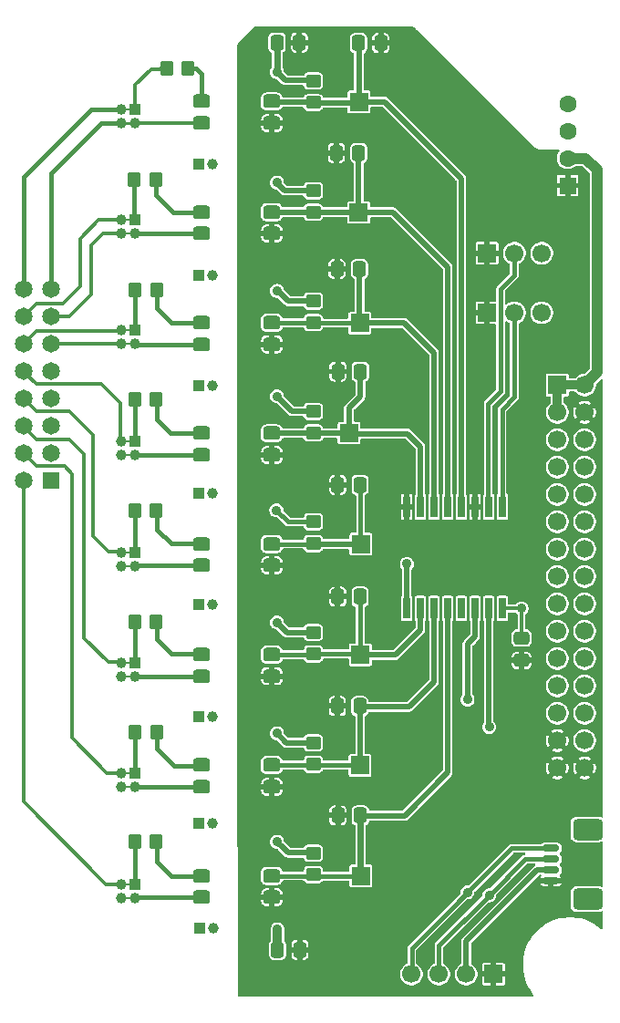
<source format=gbr>
%TF.GenerationSoftware,KiCad,Pcbnew,9.0.2*%
%TF.CreationDate,2025-07-04T16:23:48+10:00*%
%TF.ProjectId,v8a_equip_digital_in_iso_IDC,7638615f-6571-4756-9970-5f6469676974,rev?*%
%TF.SameCoordinates,Original*%
%TF.FileFunction,Copper,L1,Top*%
%TF.FilePolarity,Positive*%
%FSLAX46Y46*%
G04 Gerber Fmt 4.6, Leading zero omitted, Abs format (unit mm)*
G04 Created by KiCad (PCBNEW 9.0.2) date 2025-07-04 16:23:48*
%MOMM*%
%LPD*%
G01*
G04 APERTURE LIST*
G04 Aperture macros list*
%AMRoundRect*
0 Rectangle with rounded corners*
0 $1 Rounding radius*
0 $2 $3 $4 $5 $6 $7 $8 $9 X,Y pos of 4 corners*
0 Add a 4 corners polygon primitive as box body*
4,1,4,$2,$3,$4,$5,$6,$7,$8,$9,$2,$3,0*
0 Add four circle primitives for the rounded corners*
1,1,$1+$1,$2,$3*
1,1,$1+$1,$4,$5*
1,1,$1+$1,$6,$7*
1,1,$1+$1,$8,$9*
0 Add four rect primitives between the rounded corners*
20,1,$1+$1,$2,$3,$4,$5,0*
20,1,$1+$1,$4,$5,$6,$7,0*
20,1,$1+$1,$6,$7,$8,$9,0*
20,1,$1+$1,$8,$9,$2,$3,0*%
G04 Aperture macros list end*
%TA.AperFunction,SMDPad,CuDef*%
%ADD10RoundRect,0.317500X-0.482500X-0.317500X0.482500X-0.317500X0.482500X0.317500X-0.482500X0.317500X0*%
%TD*%
%TA.AperFunction,SMDPad,CuDef*%
%ADD11RoundRect,0.250000X0.337500X0.475000X-0.337500X0.475000X-0.337500X-0.475000X0.337500X-0.475000X0*%
%TD*%
%TA.AperFunction,SMDPad,CuDef*%
%ADD12RoundRect,0.250000X-0.450000X0.350000X-0.450000X-0.350000X0.450000X-0.350000X0.450000X0.350000X0*%
%TD*%
%TA.AperFunction,ComponentPad*%
%ADD13R,1.700000X1.700000*%
%TD*%
%TA.AperFunction,SMDPad,CuDef*%
%ADD14RoundRect,0.250000X-0.337500X-0.475000X0.337500X-0.475000X0.337500X0.475000X-0.337500X0.475000X0*%
%TD*%
%TA.AperFunction,ComponentPad*%
%ADD15C,1.700000*%
%TD*%
%TA.AperFunction,ComponentPad*%
%ADD16R,1.000000X1.000000*%
%TD*%
%TA.AperFunction,ComponentPad*%
%ADD17C,1.000000*%
%TD*%
%TA.AperFunction,SMDPad,CuDef*%
%ADD18RoundRect,0.250000X0.350000X0.450000X-0.350000X0.450000X-0.350000X-0.450000X0.350000X-0.450000X0*%
%TD*%
%TA.AperFunction,ComponentPad*%
%ADD19R,1.600000X1.600000*%
%TD*%
%TA.AperFunction,ComponentPad*%
%ADD20C,1.600000*%
%TD*%
%TA.AperFunction,SMDPad,CuDef*%
%ADD21RoundRect,0.250000X-0.475000X0.337500X-0.475000X-0.337500X0.475000X-0.337500X0.475000X0.337500X0*%
%TD*%
%TA.AperFunction,ComponentPad*%
%ADD22R,1.650000X1.650000*%
%TD*%
%TA.AperFunction,ComponentPad*%
%ADD23C,1.650000*%
%TD*%
%TA.AperFunction,SMDPad,CuDef*%
%ADD24RoundRect,0.150000X0.625000X-0.150000X0.625000X0.150000X-0.625000X0.150000X-0.625000X-0.150000X0*%
%TD*%
%TA.AperFunction,SMDPad,CuDef*%
%ADD25RoundRect,0.416666X0.970834X-0.583334X0.970834X0.583334X-0.970834X0.583334X-0.970834X-0.583334X0*%
%TD*%
%TA.AperFunction,SMDPad,CuDef*%
%ADD26R,0.650000X1.950000*%
%TD*%
%TA.AperFunction,ViaPad*%
%ADD27C,0.889000*%
%TD*%
%TA.AperFunction,Conductor*%
%ADD28C,0.508000*%
%TD*%
%TA.AperFunction,Conductor*%
%ADD29C,0.406400*%
%TD*%
%TA.AperFunction,Conductor*%
%ADD30C,0.304800*%
%TD*%
%TA.AperFunction,Conductor*%
%ADD31C,0.609600*%
%TD*%
%TA.AperFunction,Conductor*%
%ADD32C,0.812800*%
%TD*%
%TA.AperFunction,Conductor*%
%ADD33C,1.016000*%
%TD*%
%TA.AperFunction,Conductor*%
%ADD34C,0.203200*%
%TD*%
%TA.AperFunction,Conductor*%
%ADD35C,0.254000*%
%TD*%
G04 APERTURE END LIST*
D10*
%TO.P,U3,1*%
%TO.N,Net-(R7-Pad1)*%
X21972200Y-21413457D03*
%TO.P,U3,2*%
%TO.N,/IN1-*%
X21972200Y-23413457D03*
%TO.P,U3,3*%
%TO.N,GND*%
X28497200Y-23413457D03*
%TO.P,U3,4*%
%TO.N,/P1*%
X28472200Y-21413457D03*
%TD*%
D11*
%TO.P,C5,1*%
%TO.N,/P5*%
X36673700Y-57124600D03*
%TO.P,C5,2*%
%TO.N,GND*%
X34598700Y-57124600D03*
%TD*%
D10*
%TO.P,U1,1*%
%TO.N,Net-(R3-Pad1)*%
X21972200Y-11141200D03*
%TO.P,U1,2*%
%TO.N,/IN0-*%
X21972200Y-13141200D03*
%TO.P,U1,3*%
%TO.N,GND*%
X28497200Y-13141200D03*
%TO.P,U1,4*%
%TO.N,/P0*%
X28472200Y-11141200D03*
%TD*%
D11*
%TO.P,C3,1*%
%TO.N,/P4*%
X36673700Y-46736000D03*
%TO.P,C3,2*%
%TO.N,GND*%
X34598700Y-46736000D03*
%TD*%
D10*
%TO.P,U6,1*%
%TO.N,Net-(R12-Pad1)*%
X21972200Y-72774743D03*
%TO.P,U6,2*%
%TO.N,/IN6-*%
X21972200Y-74774743D03*
%TO.P,U6,3*%
%TO.N,GND*%
X28497200Y-74774743D03*
%TO.P,U6,4*%
%TO.N,/P6*%
X28472200Y-72774743D03*
%TD*%
D12*
%TO.P,R1,1*%
%TO.N,+3V3*%
X32334200Y-9236200D03*
%TO.P,R1,2*%
%TO.N,/P0*%
X32334200Y-11236200D03*
%TD*%
D13*
%TO.P,J18,1,Pin_1*%
%TO.N,/P7*%
X36753800Y-83058000D03*
%TD*%
%TO.P,J1,1,Pin_1*%
%TO.N,/P0*%
X36576000Y-11176000D03*
%TD*%
D14*
%TO.P,C9,1*%
%TO.N,+3V3*%
X29010700Y-89916000D03*
%TO.P,C9,2*%
%TO.N,GND*%
X31085700Y-89916000D03*
%TD*%
D13*
%TO.P,JP1,1,A*%
%TO.N,GND*%
X48463200Y-30759400D03*
D15*
%TO.P,JP1,2,C*%
%TO.N,/A0*%
X51003200Y-30759400D03*
%TO.P,JP1,3,B*%
%TO.N,+3V3*%
X53543200Y-30759400D03*
%TD*%
D13*
%TO.P,J5,1,Pin_1*%
%TO.N,+5V*%
X54991000Y-37465000D03*
D15*
%TO.P,J5,2,Pin_2*%
X57531000Y-37465000D03*
%TO.P,J5,3,Pin_3*%
X54991000Y-40005000D03*
%TO.P,J5,4,Pin_4*%
%TO.N,GND*%
X57531000Y-40005000D03*
%TO.P,J5,5,Pin_5*%
%TO.N,+3V3*%
X54991000Y-42545000D03*
%TO.P,J5,6,Pin_6*%
%TO.N,/GP15*%
X57531000Y-42545000D03*
%TO.P,J5,7,Pin_7*%
%TO.N,/GP16*%
X54991000Y-45085000D03*
%TO.P,J5,8,Pin_8*%
%TO.N,/GP14*%
X57531000Y-45085000D03*
%TO.P,J5,9,Pin_9*%
%TO.N,/GP17*%
X54991000Y-47625000D03*
%TO.P,J5,10,Pin_10*%
%TO.N,/GP13*%
X57531000Y-47625000D03*
%TO.P,J5,11,Pin_11*%
%TO.N,/AN_CS0*%
X54991000Y-50165000D03*
%TO.P,J5,12,Pin_12*%
%TO.N,/GP12*%
X57531000Y-50165000D03*
%TO.P,J5,13,Pin_13*%
%TO.N,/AN_CS1*%
X54991000Y-52705000D03*
%TO.P,J5,14,Pin_14*%
%TO.N,/GP11*%
X57531000Y-52705000D03*
%TO.P,J5,15,Pin_15*%
%TO.N,/AN_CS2*%
X54991000Y-55245000D03*
%TO.P,J5,16,Pin_16*%
%TO.N,/GP10*%
X57531000Y-55245000D03*
%TO.P,J5,17,Pin_17*%
%TO.N,/AN_CS3*%
X54991000Y-57785000D03*
%TO.P,J5,18,Pin_18*%
%TO.N,/GP9*%
X57531000Y-57785000D03*
%TO.P,J5,19,Pin_19*%
%TO.N,/GP3*%
X54991000Y-60325000D03*
%TO.P,J5,20,Pin_20*%
%TO.N,/GP8*%
X57531000Y-60325000D03*
%TO.P,J5,21,Pin_21*%
%TO.N,/GP2*%
X54991000Y-62865000D03*
%TO.P,J5,22,Pin_22*%
%TO.N,/GP7*%
X57531000Y-62865000D03*
%TO.P,J5,23,Pin_23*%
%TO.N,/GP1*%
X54991000Y-65405000D03*
%TO.P,J5,24,Pin_24*%
%TO.N,/GP6*%
X57531000Y-65405000D03*
%TO.P,J5,25,Pin_25*%
%TO.N,/GP0*%
X54991000Y-67945000D03*
%TO.P,J5,26,Pin_26*%
%TO.N,/SCL0*%
X57531000Y-67945000D03*
%TO.P,J5,27,Pin_27*%
%TO.N,GND*%
X54991000Y-70485000D03*
%TO.P,J5,28,Pin_28*%
%TO.N,/SDA0*%
X57531000Y-70485000D03*
%TO.P,J5,29,Pin_29*%
%TO.N,GND*%
X54991000Y-73025000D03*
%TO.P,J5,30,Pin_30*%
X57531000Y-73025000D03*
%TD*%
D13*
%TO.P,J7,1,Pin_1*%
%TO.N,/P1*%
X36550600Y-21444857D03*
%TD*%
D12*
%TO.P,R14,1*%
%TO.N,+3V3*%
X32334200Y-80945748D03*
%TO.P,R14,2*%
%TO.N,/P7*%
X32334200Y-82945748D03*
%TD*%
D16*
%TO.P,J23,1,Pin_1*%
%TO.N,/VISO+*%
X21717000Y-47523400D03*
D17*
%TO.P,J23,2,Pin_2*%
%TO.N,/VISO-*%
X22987000Y-47523400D03*
%TD*%
D13*
%TO.P,J12,1,Pin_1*%
%TO.N,/P2*%
X36652200Y-31713714D03*
%TD*%
D11*
%TO.P,C10,1*%
%TO.N,/P3*%
X36699100Y-36220400D03*
%TO.P,C10,2*%
%TO.N,GND*%
X34624100Y-36220400D03*
%TD*%
D18*
%TO.P,R4,1*%
%TO.N,Net-(R4-Pad1)*%
X17749863Y-49104153D03*
%TO.P,R4,2*%
%TO.N,/IN4+*%
X15749863Y-49104153D03*
%TD*%
D16*
%TO.P,J17,1,Pin_1*%
%TO.N,/IN7+*%
X15759263Y-83820000D03*
D17*
%TO.P,J17,2,Pin_2*%
%TO.N,/IN7-*%
X15759263Y-85090000D03*
%TO.P,J17,3,Pin_3*%
%TO.N,/IN7+*%
X14489263Y-83820000D03*
%TO.P,J17,4,Pin_4*%
%TO.N,/IN7-*%
X14489263Y-85090000D03*
%TD*%
D18*
%TO.P,R8,1*%
%TO.N,Net-(R8-Pad1)*%
X17749863Y-59492753D03*
%TO.P,R8,2*%
%TO.N,/IN5+*%
X15749863Y-59492753D03*
%TD*%
D16*
%TO.P,J8,1,Pin_1*%
%TO.N,/IN5+*%
X15773400Y-63246000D03*
D17*
%TO.P,J8,2,Pin_2*%
%TO.N,/IN5-*%
X15773400Y-64516000D03*
%TO.P,J8,3,Pin_3*%
%TO.N,/IN5+*%
X14503400Y-63246000D03*
%TO.P,J8,4,Pin_4*%
%TO.N,/IN5-*%
X14503400Y-64516000D03*
%TD*%
D16*
%TO.P,J13,1,Pin_1*%
%TO.N,/IN6+*%
X15748000Y-73507600D03*
D17*
%TO.P,J13,2,Pin_2*%
%TO.N,/IN6-*%
X15748000Y-74777600D03*
%TO.P,J13,3,Pin_3*%
%TO.N,/IN6+*%
X14478000Y-73507600D03*
%TO.P,J13,4,Pin_4*%
%TO.N,/IN6-*%
X14478000Y-74777600D03*
%TD*%
D19*
%TO.P,U9,1,-Vin*%
%TO.N,GND*%
X55956200Y-18948400D03*
D20*
%TO.P,U9,2,+Vin*%
%TO.N,+5V*%
X55956200Y-16408400D03*
%TO.P,U9,3,-Vout*%
%TO.N,/VISO-*%
X55956200Y-13868400D03*
%TO.P,U9,4,+Vout*%
%TO.N,/VISO+*%
X55956200Y-11328400D03*
%TD*%
D10*
%TO.P,U5,1*%
%TO.N,Net-(R11-Pad1)*%
X21972200Y-31685714D03*
%TO.P,U5,2*%
%TO.N,/IN2-*%
X21972200Y-33685714D03*
%TO.P,U5,3*%
%TO.N,GND*%
X28497200Y-33685714D03*
%TO.P,U5,4*%
%TO.N,/P2*%
X28472200Y-31685714D03*
%TD*%
%TO.P,U7,1*%
%TO.N,Net-(R15-Pad1)*%
X21972200Y-41957971D03*
%TO.P,U7,2*%
%TO.N,/IN3-*%
X21972200Y-43957971D03*
%TO.P,U7,3*%
%TO.N,GND*%
X28497200Y-43957971D03*
%TO.P,U7,4*%
%TO.N,/P3*%
X28472200Y-41957971D03*
%TD*%
D11*
%TO.P,C4,1*%
%TO.N,/P1*%
X36546700Y-15925800D03*
%TO.P,C4,2*%
%TO.N,GND*%
X34471700Y-15925800D03*
%TD*%
D21*
%TO.P,C8,1*%
%TO.N,+3V3*%
X51670010Y-60963900D03*
%TO.P,C8,2*%
%TO.N,GND*%
X51670010Y-63038900D03*
%TD*%
D16*
%TO.P,J3,1,Pin_1*%
%TO.N,/IN4+*%
X15748000Y-52984400D03*
D17*
%TO.P,J3,2,Pin_2*%
%TO.N,/IN4-*%
X15748000Y-54254400D03*
%TO.P,J3,3,Pin_3*%
%TO.N,/IN4+*%
X14478000Y-52984400D03*
%TO.P,J3,4,Pin_4*%
%TO.N,/IN4-*%
X14478000Y-54254400D03*
%TD*%
D13*
%TO.P,JP2,1,A*%
%TO.N,GND*%
X48463200Y-25222200D03*
D15*
%TO.P,JP2,2,C*%
%TO.N,/A1*%
X51003200Y-25222200D03*
%TO.P,JP2,3,B*%
%TO.N,+3V3*%
X53543200Y-25222200D03*
%TD*%
D12*
%TO.P,R9,1*%
%TO.N,+3V3*%
X32334200Y-29670214D03*
%TO.P,R9,2*%
%TO.N,/P2*%
X32334200Y-31670214D03*
%TD*%
D14*
%TO.P,C2,1*%
%TO.N,/P0*%
X36529100Y-5715000D03*
%TO.P,C2,2*%
%TO.N,GND*%
X38604100Y-5715000D03*
%TD*%
D16*
%TO.P,J20,1,Pin_1*%
%TO.N,/VISO+*%
X21717000Y-27279600D03*
D17*
%TO.P,J20,2,Pin_2*%
%TO.N,/VISO-*%
X22987000Y-27279600D03*
%TD*%
D16*
%TO.P,J6,1,Pin_1*%
%TO.N,/IN1+*%
X15759263Y-22132982D03*
D17*
%TO.P,J6,2,Pin_2*%
%TO.N,/IN1-*%
X15759263Y-23402982D03*
%TO.P,J6,3,Pin_3*%
%TO.N,/IN1+*%
X14489263Y-22132982D03*
%TO.P,J6,4,Pin_4*%
%TO.N,/IN1-*%
X14489263Y-23402982D03*
%TD*%
D12*
%TO.P,R6,1*%
%TO.N,+3V3*%
X32334200Y-60435534D03*
%TO.P,R6,2*%
%TO.N,/P5*%
X32334200Y-62435534D03*
%TD*%
D18*
%TO.P,R15,1*%
%TO.N,Net-(R15-Pad1)*%
X17749863Y-38817153D03*
%TO.P,R15,2*%
%TO.N,/IN3+*%
X15749863Y-38817153D03*
%TD*%
D13*
%TO.P,CON1,1,Pin_1*%
%TO.N,GND*%
X49072800Y-92176600D03*
D15*
%TO.P,CON1,2,Pin_2*%
%TO.N,+3V3*%
X46532800Y-92176600D03*
%TO.P,CON1,3,Pin_3*%
%TO.N,/SDA0*%
X43992800Y-92176600D03*
%TO.P,CON1,4,Pin_4*%
%TO.N,/SCL0*%
X41452800Y-92176600D03*
%TD*%
D12*
%TO.P,R10,1*%
%TO.N,+3V3*%
X32334200Y-70690641D03*
%TO.P,R10,2*%
%TO.N,/P6*%
X32334200Y-72690641D03*
%TD*%
D18*
%TO.P,R12,1*%
%TO.N,Net-(R12-Pad1)*%
X17800663Y-69728953D03*
%TO.P,R12,2*%
%TO.N,/IN6+*%
X15800663Y-69728953D03*
%TD*%
%TO.P,R3,1*%
%TO.N,Net-(R3-Pad1)*%
X20710400Y-8102600D03*
%TO.P,R3,2*%
%TO.N,/IN0+*%
X18710400Y-8102600D03*
%TD*%
%TO.P,R11,1*%
%TO.N,Net-(R11-Pad1)*%
X17775263Y-28606353D03*
%TO.P,R11,2*%
%TO.N,/IN2+*%
X15775263Y-28606353D03*
%TD*%
D13*
%TO.P,J16,1,Pin_1*%
%TO.N,/P3*%
X35661600Y-41935400D03*
%TD*%
D10*
%TO.P,U8,1*%
%TO.N,Net-(R16-Pad1)*%
X21972200Y-83047000D03*
%TO.P,U8,2*%
%TO.N,/IN7-*%
X21972200Y-85047000D03*
%TO.P,U8,3*%
%TO.N,GND*%
X28497200Y-85047000D03*
%TO.P,U8,4*%
%TO.N,/P7*%
X28472200Y-83047000D03*
%TD*%
D16*
%TO.P,J15,1,Pin_1*%
%TO.N,/IN3+*%
X15759263Y-42663439D03*
D17*
%TO.P,J15,2,Pin_2*%
%TO.N,/IN3-*%
X15759263Y-43933439D03*
%TO.P,J15,3,Pin_3*%
%TO.N,/IN3+*%
X14489263Y-42663439D03*
%TO.P,J15,4,Pin_4*%
%TO.N,/IN3-*%
X14489263Y-43933439D03*
%TD*%
D13*
%TO.P,J9,1,Pin_1*%
%TO.N,/P5*%
X36703000Y-62520286D03*
%TD*%
%TO.P,J14,1,Pin_1*%
%TO.N,/P6*%
X36677600Y-72789143D03*
%TD*%
D16*
%TO.P,J22,1,Pin_1*%
%TO.N,/VISO+*%
X21717000Y-57861200D03*
D17*
%TO.P,J22,2,Pin_2*%
%TO.N,/VISO-*%
X22987000Y-57861200D03*
%TD*%
D18*
%TO.P,R16,1*%
%TO.N,Net-(R16-Pad1)*%
X17749863Y-79863553D03*
%TO.P,R16,2*%
%TO.N,/IN7+*%
X15749863Y-79863553D03*
%TD*%
D11*
%TO.P,C11,1*%
%TO.N,/P7*%
X36699100Y-77444600D03*
%TO.P,C11,2*%
%TO.N,GND*%
X34624100Y-77444600D03*
%TD*%
D12*
%TO.P,R2,1*%
%TO.N,+3V3*%
X32334200Y-50180427D03*
%TO.P,R2,2*%
%TO.N,/P4*%
X32334200Y-52180427D03*
%TD*%
D16*
%TO.P,J2,1,Pin_1*%
%TO.N,/IN0+*%
X15759263Y-11867753D03*
D17*
%TO.P,J2,2,Pin_2*%
%TO.N,/IN0-*%
X15759263Y-13137753D03*
%TO.P,J2,3,Pin_3*%
%TO.N,/IN0+*%
X14489263Y-11867753D03*
%TO.P,J2,4,Pin_4*%
%TO.N,/IN0-*%
X14489263Y-13137753D03*
%TD*%
D22*
%TO.P,J10,1,Pin_1*%
%TO.N,/IN7-*%
X7975600Y-46355000D03*
D23*
%TO.P,J10,2,Pin_2*%
%TO.N,/IN7+*%
X5435600Y-46355000D03*
%TO.P,J10,3,Pin_3*%
%TO.N,/IN6-*%
X7975600Y-43815000D03*
%TO.P,J10,4,Pin_4*%
%TO.N,/IN6+*%
X5435600Y-43815000D03*
%TO.P,J10,5,Pin_5*%
%TO.N,/IN5-*%
X7975600Y-41275000D03*
%TO.P,J10,6,Pin_6*%
%TO.N,/IN5+*%
X5435600Y-41275000D03*
%TO.P,J10,7,Pin_7*%
%TO.N,/IN4-*%
X7975600Y-38735000D03*
%TO.P,J10,8,Pin_8*%
%TO.N,/IN4+*%
X5435600Y-38735000D03*
%TO.P,J10,9,Pin_9*%
%TO.N,/IN3-*%
X7975600Y-36195000D03*
%TO.P,J10,10,Pin_10*%
%TO.N,/IN3+*%
X5435600Y-36195000D03*
%TO.P,J10,11,Pin_11*%
%TO.N,/IN2-*%
X7975600Y-33655000D03*
%TO.P,J10,12,Pin_12*%
%TO.N,/IN2+*%
X5435600Y-33655000D03*
%TO.P,J10,13,Pin_13*%
%TO.N,/IN1-*%
X7975600Y-31115000D03*
%TO.P,J10,14,Pin_14*%
%TO.N,/IN1+*%
X5435600Y-31115000D03*
%TO.P,J10,15,Pin_15*%
%TO.N,/IN0-*%
X7975600Y-28575000D03*
%TO.P,J10,16,Pin_16*%
%TO.N,/IN0+*%
X5435600Y-28575000D03*
%TD*%
D16*
%TO.P,J24,1,Pin_1*%
%TO.N,/VISO+*%
X21742400Y-87909400D03*
D17*
%TO.P,J24,2,Pin_2*%
%TO.N,/VISO-*%
X23012400Y-87909400D03*
%TD*%
D16*
%TO.P,J19,1,Pin_1*%
%TO.N,/VISO+*%
X21717000Y-37490400D03*
D17*
%TO.P,J19,2,Pin_2*%
%TO.N,/VISO-*%
X22987000Y-37490400D03*
%TD*%
D16*
%TO.P,J26,1,Pin_1*%
%TO.N,/VISO+*%
X21717000Y-16992600D03*
D17*
%TO.P,J26,2,Pin_2*%
%TO.N,/VISO-*%
X22987000Y-16992600D03*
%TD*%
D16*
%TO.P,J25,1,Pin_1*%
%TO.N,/VISO+*%
X21717000Y-78130400D03*
D17*
%TO.P,J25,2,Pin_2*%
%TO.N,/VISO-*%
X22987000Y-78130400D03*
%TD*%
D14*
%TO.P,C1,1*%
%TO.N,+3V3*%
X28959900Y-5664200D03*
%TO.P,C1,2*%
%TO.N,GND*%
X31034900Y-5664200D03*
%TD*%
D12*
%TO.P,R13,1*%
%TO.N,+3V3*%
X32334200Y-39925321D03*
%TO.P,R13,2*%
%TO.N,/P3*%
X32334200Y-41925321D03*
%TD*%
D18*
%TO.P,R7,1*%
%TO.N,Net-(R7-Pad1)*%
X17699063Y-18370153D03*
%TO.P,R7,2*%
%TO.N,/IN1+*%
X15699063Y-18370153D03*
%TD*%
D12*
%TO.P,R5,1*%
%TO.N,+3V3*%
X32334200Y-19415107D03*
%TO.P,R5,2*%
%TO.N,/P1*%
X32334200Y-21415107D03*
%TD*%
D10*
%TO.P,U4,1*%
%TO.N,Net-(R8-Pad1)*%
X21972200Y-62502486D03*
%TO.P,U4,2*%
%TO.N,/IN5-*%
X21972200Y-64502486D03*
%TO.P,U4,3*%
%TO.N,GND*%
X28497200Y-64502486D03*
%TO.P,U4,4*%
%TO.N,/P5*%
X28472200Y-62502486D03*
%TD*%
D24*
%TO.P,CON2,1,Pin_1*%
%TO.N,GND*%
X54388000Y-83491200D03*
%TO.P,CON2,2,Pin_2*%
%TO.N,+3V3*%
X54388000Y-82491200D03*
%TO.P,CON2,3,Pin_3*%
%TO.N,/SDA0*%
X54388000Y-81491200D03*
%TO.P,CON2,4,Pin_4*%
%TO.N,/SCL0*%
X54388000Y-80491200D03*
D25*
%TO.P,CON2,MP*%
%TO.N,N/C*%
X57810400Y-85191600D03*
X57810400Y-78740000D03*
%TD*%
D10*
%TO.P,U2,1*%
%TO.N,Net-(R4-Pad1)*%
X21972200Y-52230229D03*
%TO.P,U2,2*%
%TO.N,/IN4-*%
X21972200Y-54230229D03*
%TO.P,U2,3*%
%TO.N,GND*%
X28497200Y-54230229D03*
%TO.P,U2,4*%
%TO.N,/P4*%
X28472200Y-52230229D03*
%TD*%
D13*
%TO.P,J4,1,Pin_1*%
%TO.N,/P4*%
X36753800Y-52251429D03*
%TD*%
D11*
%TO.P,C7,1*%
%TO.N,/P6*%
X36648300Y-67284600D03*
%TO.P,C7,2*%
%TO.N,GND*%
X34573300Y-67284600D03*
%TD*%
%TO.P,C6,1*%
%TO.N,/P2*%
X36613507Y-26695400D03*
%TO.P,C6,2*%
%TO.N,GND*%
X34538507Y-26695400D03*
%TD*%
D16*
%TO.P,J21,1,Pin_1*%
%TO.N,/VISO+*%
X21717000Y-68300600D03*
D17*
%TO.P,J21,2,Pin_2*%
%TO.N,/VISO-*%
X22987000Y-68300600D03*
%TD*%
D26*
%TO.P,IC1,1,A0*%
%TO.N,/A0*%
X49892010Y-48767400D03*
%TO.P,IC1,2,A1*%
%TO.N,/A1*%
X48622010Y-48767400D03*
%TO.P,IC1,3,A2*%
%TO.N,GND*%
X47352010Y-48767400D03*
%TO.P,IC1,4,P0*%
%TO.N,/P0*%
X46082010Y-48767400D03*
%TO.P,IC1,5,P1*%
%TO.N,/P1*%
X44812010Y-48767400D03*
%TO.P,IC1,6,P2*%
%TO.N,/P2*%
X43542010Y-48767400D03*
%TO.P,IC1,7,P3*%
%TO.N,/P3*%
X42272010Y-48767400D03*
%TO.P,IC1,8,GND*%
%TO.N,GND*%
X41002010Y-48767400D03*
%TO.P,IC1,9,P4*%
%TO.N,/P4*%
X41002010Y-58217400D03*
%TO.P,IC1,10,P5*%
%TO.N,/P5*%
X42272010Y-58217400D03*
%TO.P,IC1,11,P6*%
%TO.N,/P6*%
X43542010Y-58217400D03*
%TO.P,IC1,12,P7*%
%TO.N,/P7*%
X44812010Y-58217400D03*
%TO.P,IC1,13,~{INT}*%
%TO.N,unconnected-(IC1-~{INT}-Pad13)*%
X46082010Y-58217400D03*
%TO.P,IC1,14,SCL*%
%TO.N,/SCL0*%
X47352010Y-58217400D03*
%TO.P,IC1,15,SDA*%
%TO.N,/SDA0*%
X48622010Y-58217400D03*
%TO.P,IC1,16,VCC*%
%TO.N,+3V3*%
X49892010Y-58217400D03*
%TD*%
D16*
%TO.P,J11,1,Pin_1*%
%TO.N,/IN2+*%
X15759263Y-32398210D03*
D17*
%TO.P,J11,2,Pin_2*%
%TO.N,/IN2-*%
X15759263Y-33668210D03*
%TO.P,J11,3,Pin_3*%
%TO.N,/IN2+*%
X14489263Y-32398210D03*
%TO.P,J11,4,Pin_4*%
%TO.N,/IN2-*%
X14489263Y-33668210D03*
%TD*%
D27*
%TO.N,GND*%
X40462200Y-5740400D03*
X32334200Y-74726800D03*
X45542200Y-52628800D03*
X26644600Y-48056800D03*
X32588200Y-54305200D03*
X26219210Y-73177400D03*
X33883600Y-89992200D03*
X47345600Y-45491400D03*
X32156400Y-65582800D03*
X39649400Y-45567600D03*
X50038000Y-64871600D03*
X32232600Y-34848800D03*
X26517600Y-8356600D03*
X33909000Y-5867400D03*
X31419800Y-14909800D03*
X32334200Y-24155400D03*
X53187600Y-85902800D03*
X32334200Y-44551600D03*
%TO.N,+3V3*%
X28956000Y-69799200D03*
X28956000Y-28727400D03*
X28956000Y-59512200D03*
X28956000Y-79883000D03*
X28956000Y-38506400D03*
X28905200Y-49098200D03*
X28956000Y-8407400D03*
X29006800Y-88011000D03*
X51663600Y-58216800D03*
X28956000Y-18669000D03*
%TO.N,/P4*%
X41021000Y-54076600D03*
%TO.N,/SDA0*%
X48666400Y-84861400D03*
X48666400Y-69215000D03*
%TO.N,/SCL0*%
X46634400Y-84582000D03*
X46659800Y-66675000D03*
%TD*%
D28*
%TO.N,+3V3*%
X29972000Y-29667200D02*
X32331186Y-29667200D01*
D29*
X32334200Y-50180427D02*
X30012827Y-50180427D01*
D28*
X29879334Y-60435534D02*
X32334200Y-60435534D01*
X46532800Y-92176600D02*
X46532800Y-89077800D01*
X28956000Y-8407400D02*
X29718000Y-9169400D01*
D29*
X30012827Y-50180427D02*
X28930600Y-49098200D01*
D30*
X49892010Y-58217400D02*
X51663000Y-58217400D01*
D28*
X28956000Y-69799200D02*
X29847441Y-70690641D01*
X30327600Y-39903400D02*
X32312279Y-39903400D01*
D30*
X51663000Y-58217400D02*
X51663600Y-58216800D01*
D31*
X28956000Y-8407400D02*
X28956000Y-5668100D01*
D28*
X28956000Y-59512200D02*
X29879334Y-60435534D01*
X32324800Y-9169400D02*
X32334200Y-9178800D01*
D30*
X51663600Y-60957490D02*
X51670010Y-60963900D01*
D28*
X32324693Y-19405600D02*
X32334200Y-19415107D01*
X29242650Y-80169650D02*
X29293450Y-80169650D01*
D32*
X29006800Y-89281000D02*
X29010700Y-89284900D01*
D28*
X32312279Y-39903400D02*
X32334200Y-39925321D01*
D30*
X51663600Y-58216800D02*
X51663600Y-60957490D01*
D28*
X28956000Y-38506400D02*
X28956000Y-38531800D01*
X28956000Y-38531800D02*
X30327600Y-39903400D01*
X28956000Y-28651200D02*
X29972000Y-29667200D01*
X29293450Y-80169650D02*
X30022800Y-80899000D01*
X28956000Y-18669000D02*
X28956000Y-18694400D01*
X28956000Y-28727400D02*
X28956000Y-28651200D01*
X29667200Y-19405600D02*
X32324693Y-19405600D01*
X29718000Y-9169400D02*
X32324800Y-9169400D01*
D31*
X28956000Y-5668100D02*
X28959900Y-5664200D01*
D28*
X28956000Y-18694400D02*
X29667200Y-19405600D01*
X29847441Y-70690641D02*
X32334200Y-70690641D01*
D32*
X29010700Y-89284900D02*
X29010700Y-89916000D01*
D28*
X32331186Y-29667200D02*
X32334200Y-29670214D01*
X46532800Y-89077800D02*
X53119400Y-82491200D01*
X28956000Y-79883000D02*
X29242650Y-80169650D01*
X53119400Y-82491200D02*
X54388000Y-82491200D01*
D32*
X29006800Y-88011000D02*
X29006800Y-89281000D01*
D28*
X30022800Y-80899000D02*
X32287452Y-80899000D01*
X32287452Y-80899000D02*
X32334200Y-80945748D01*
X32334200Y-9178800D02*
X32334200Y-9236200D01*
D29*
X28930600Y-49098200D02*
X28905200Y-49098200D01*
%TO.N,/A1*%
X48564800Y-48710190D02*
X48564800Y-39217600D01*
X48564800Y-39217600D02*
X49733200Y-38049200D01*
X51003200Y-27254200D02*
X51003200Y-25222200D01*
X49733200Y-28524200D02*
X51003200Y-27254200D01*
X48622010Y-48767400D02*
X48564800Y-48710190D01*
X49733200Y-38049200D02*
X49733200Y-28524200D01*
%TO.N,/P2*%
X32377700Y-31713714D02*
X36652200Y-31713714D01*
X28472200Y-31685714D02*
X32318700Y-31685714D01*
D28*
X43542010Y-34467800D02*
X40787924Y-31713714D01*
X40787924Y-31713714D02*
X36652200Y-31713714D01*
D29*
X32334200Y-31670214D02*
X32377700Y-31713714D01*
D28*
X43542010Y-48767400D02*
X43542010Y-34467800D01*
X36613507Y-31675021D02*
X36613507Y-26695400D01*
X36652200Y-31713714D02*
X36613507Y-31675021D01*
D29*
X32318700Y-31685714D02*
X32334200Y-31670214D01*
D28*
%TO.N,/P1*%
X28457793Y-21415107D02*
X32334200Y-21415107D01*
X39732010Y-21412200D02*
X36583257Y-21412200D01*
X44812010Y-26492200D02*
X39732010Y-21412200D01*
X36520850Y-21415107D02*
X36550600Y-21444857D01*
X36550600Y-21444857D02*
X36550600Y-16471307D01*
X36546700Y-16467407D02*
X36546700Y-15925800D01*
X44812010Y-48767400D02*
X44812010Y-26492200D01*
X36550600Y-16471307D02*
X36546700Y-16467407D01*
X36583257Y-21412200D02*
X36550600Y-21444857D01*
X32334200Y-21415107D02*
X36520850Y-21415107D01*
X28456143Y-21413457D02*
X28457793Y-21415107D01*
%TO.N,/P4*%
X41021000Y-54076600D02*
X41002010Y-54095590D01*
D29*
X36715107Y-52034507D02*
X36753800Y-52073200D01*
X32284398Y-52230229D02*
X32334200Y-52180427D01*
X36673700Y-46736000D02*
X36715107Y-46777407D01*
X36715107Y-46777407D02*
X36715107Y-52034507D01*
D28*
X41002010Y-54095590D02*
X41002010Y-58217400D01*
X36753800Y-52251429D02*
X32405202Y-52251429D01*
X32405202Y-52251429D02*
X32334200Y-52180427D01*
D29*
X28472200Y-52230229D02*
X32284398Y-52230229D01*
D28*
%TO.N,/P0*%
X32493532Y-11243132D02*
X36508868Y-11243132D01*
X32486600Y-11236200D02*
X32493532Y-11243132D01*
X36588107Y-5774007D02*
X36529100Y-5715000D01*
X46082010Y-18288000D02*
X46082010Y-48767400D01*
X32296012Y-11198012D02*
X32334200Y-11236200D01*
X27925822Y-11198012D02*
X32296012Y-11198012D01*
X36508868Y-11243132D02*
X36576000Y-11176000D01*
X38960942Y-11166932D02*
X46082010Y-18288000D01*
X36588107Y-11163893D02*
X36588107Y-5774007D01*
X36576000Y-11176000D02*
X36588107Y-11163893D01*
X32334200Y-11236200D02*
X32486600Y-11236200D01*
X36576000Y-11176000D02*
X36585068Y-11166932D01*
X28529012Y-11198012D02*
X28472200Y-11141200D01*
X36585068Y-11166932D02*
X38960942Y-11166932D01*
%TO.N,/P6*%
X36677600Y-67855507D02*
X36673700Y-67851607D01*
X43542010Y-65042990D02*
X43542010Y-58217400D01*
D29*
X36663200Y-72774743D02*
X36677600Y-72789143D01*
X28472200Y-72774743D02*
X36663200Y-72774743D01*
D28*
X41224200Y-67360800D02*
X43542010Y-65042990D01*
X36673700Y-67310000D02*
X36648300Y-67284600D01*
X36673700Y-67851607D02*
X36673700Y-67310000D01*
X36677600Y-72789143D02*
X36677600Y-67855507D01*
X36724500Y-67360800D02*
X41224200Y-67360800D01*
X36648300Y-67284600D02*
X36724500Y-67360800D01*
D29*
%TO.N,/A0*%
X51003200Y-30759400D02*
X51003200Y-38582600D01*
X49860200Y-39725600D02*
X49860200Y-48735590D01*
X49860200Y-48735590D02*
X49892010Y-48767400D01*
X51003200Y-38582600D02*
X49860200Y-39725600D01*
D28*
%TO.N,/P5*%
X36703000Y-62520286D02*
X39994114Y-62520286D01*
D29*
X28472200Y-62502486D02*
X32267248Y-62502486D01*
X36689707Y-57140607D02*
X36673700Y-57124600D01*
D28*
X39994114Y-62520286D02*
X42272010Y-60242390D01*
D29*
X32334200Y-62435534D02*
X36618248Y-62435534D01*
X36703000Y-62520286D02*
X36689707Y-62506993D01*
D28*
X42272010Y-60242390D02*
X42272010Y-58217400D01*
D29*
X36618248Y-62435534D02*
X36703000Y-62520286D01*
X36689707Y-62506993D02*
X36689707Y-57140607D01*
X32267248Y-62502486D02*
X32334200Y-62435534D01*
D28*
%TO.N,/P3*%
X36715107Y-38519693D02*
X36715107Y-36236407D01*
X41074581Y-41982571D02*
X35708771Y-41982571D01*
X35652207Y-41926007D02*
X35652207Y-39582593D01*
X42272010Y-43180000D02*
X41074581Y-41982571D01*
X28472200Y-41957971D02*
X28472200Y-41952410D01*
X35708771Y-41982571D02*
X35661600Y-41935400D01*
X42272010Y-48767400D02*
X42272010Y-43180000D01*
X35652207Y-39582593D02*
X36715107Y-38519693D01*
X28472200Y-41952410D02*
X28489210Y-41935400D01*
X28489210Y-41935400D02*
X35661600Y-41935400D01*
X35661600Y-41935400D02*
X35652207Y-41926007D01*
X36715107Y-36236407D02*
X36699100Y-36220400D01*
D29*
%TO.N,Net-(R3-Pad1)*%
X20710400Y-8102600D02*
X20735800Y-8077200D01*
X20735800Y-8077200D02*
X21463000Y-8077200D01*
X21463000Y-8077200D02*
X21972200Y-8586400D01*
X21972200Y-8586400D02*
X21972200Y-11141200D01*
D28*
%TO.N,/P7*%
X36715107Y-83019307D02*
X36715107Y-77740007D01*
X36753800Y-83058000D02*
X36715107Y-83019307D01*
X36699100Y-77444600D02*
X36673700Y-77470000D01*
X36753800Y-78169093D02*
X36753800Y-83058000D01*
D29*
X32334200Y-82945748D02*
X32446452Y-83058000D01*
D28*
X36673700Y-78088993D02*
X36753800Y-78169093D01*
X44812010Y-58217400D02*
X44812010Y-73450390D01*
X36715107Y-77740007D02*
X36699100Y-77724000D01*
X36673700Y-77470000D02*
X36673700Y-78088993D01*
X36724500Y-77470000D02*
X36699100Y-77444600D01*
D29*
X32446452Y-83058000D02*
X36753800Y-83058000D01*
D28*
X40792400Y-77470000D02*
X36724500Y-77470000D01*
X36699100Y-77724000D02*
X36699100Y-77444600D01*
D29*
X32232948Y-83047000D02*
X32334200Y-82945748D01*
X28472200Y-83047000D02*
X32232948Y-83047000D01*
D28*
X44812010Y-73450390D02*
X40792400Y-77470000D01*
D32*
%TO.N,+5V*%
X54991000Y-37465000D02*
X57531000Y-37465000D01*
D33*
X58724800Y-17500600D02*
X58724800Y-36271200D01*
X57632600Y-16408400D02*
X58724800Y-17500600D01*
X55956200Y-16408400D02*
X57632600Y-16408400D01*
D32*
X54991000Y-40005000D02*
X54991000Y-37465000D01*
D33*
X58724800Y-36271200D02*
X57531000Y-37465000D01*
D34*
%TO.N,/IN0+*%
X14489263Y-11867753D02*
X15759263Y-11867753D01*
D30*
X17262600Y-8137400D02*
X15773400Y-9626600D01*
D29*
X14483310Y-11861800D02*
X11684000Y-11861800D01*
D30*
X15773400Y-11853616D02*
X15759263Y-11867753D01*
X15759263Y-11867753D02*
X15778710Y-11887200D01*
D29*
X5435600Y-18110200D02*
X5435600Y-28524200D01*
D30*
X18710400Y-8102600D02*
X18119600Y-8102600D01*
D29*
X11684000Y-11861800D02*
X5435600Y-18110200D01*
D30*
X15773400Y-9626600D02*
X15773400Y-11853616D01*
X18119600Y-8102600D02*
X18084800Y-8137400D01*
X18084800Y-8137400D02*
X17262600Y-8137400D01*
D29*
X14508710Y-11887200D02*
X14483310Y-11861800D01*
D30*
%TO.N,/IN4+*%
X11861800Y-42138600D02*
X11861800Y-51511200D01*
D29*
X15759263Y-49815353D02*
X15749863Y-49805953D01*
D30*
X13298714Y-52948114D02*
X14469816Y-52948114D01*
D29*
X15748000Y-52984400D02*
X15759263Y-52973137D01*
D30*
X6629400Y-39928800D02*
X9652000Y-39928800D01*
X11861800Y-51511200D02*
X13298714Y-52948114D01*
D29*
X15749863Y-49805953D02*
X15749863Y-49104153D01*
D30*
X14469816Y-52948114D02*
X14478000Y-52956298D01*
D29*
X15759263Y-52973137D02*
X15759263Y-49815353D01*
D30*
X14478000Y-52956298D02*
X14478000Y-52984400D01*
X9652000Y-39928800D02*
X11861800Y-42138600D01*
X5435600Y-38735000D02*
X6629400Y-39928800D01*
D34*
X15748000Y-52984400D02*
X14478000Y-52984400D01*
D30*
%TO.N,/IN1+*%
X14469816Y-22152429D02*
X12416971Y-22152429D01*
D29*
X15708463Y-22082182D02*
X15759263Y-22132982D01*
X15708463Y-18379553D02*
X15708463Y-22082182D01*
D30*
X9067800Y-29921200D02*
X6629400Y-29921200D01*
D34*
X14489263Y-22132982D02*
X15759263Y-22132982D01*
D29*
X15699063Y-18370153D02*
X15708463Y-18379553D01*
D30*
X6629400Y-29921200D02*
X5435600Y-31115000D01*
X10668000Y-28321000D02*
X9067800Y-29921200D01*
X10668000Y-23901400D02*
X10668000Y-28321000D01*
X14489263Y-22132982D02*
X14469816Y-22152429D01*
X12416971Y-22152429D02*
X10668000Y-23901400D01*
%TO.N,/IN5+*%
X11023600Y-43840400D02*
X11023600Y-60960000D01*
D29*
X15749863Y-63222463D02*
X15773400Y-63246000D01*
D30*
X6629400Y-42494200D02*
X9677400Y-42494200D01*
X5435600Y-41300400D02*
X6629400Y-42494200D01*
D34*
X14503400Y-63246000D02*
X15773400Y-63246000D01*
D29*
X15749863Y-59492753D02*
X15749863Y-63222463D01*
D30*
X14470743Y-63213343D02*
X14503400Y-63246000D01*
X11023600Y-60960000D02*
X13276943Y-63213343D01*
X13276943Y-63213343D02*
X14470743Y-63213343D01*
X9677400Y-42494200D02*
X11023600Y-43840400D01*
%TO.N,/IN2+*%
X6654800Y-32435800D02*
X14451673Y-32435800D01*
D29*
X15775263Y-28606353D02*
X15775263Y-32382210D01*
D34*
X14489263Y-32398210D02*
X15759263Y-32398210D01*
D30*
X14451673Y-32435800D02*
X14489263Y-32398210D01*
D29*
X15775263Y-32382210D02*
X15759263Y-32398210D01*
D30*
X5435600Y-33655000D02*
X6654800Y-32435800D01*
D29*
%TO.N,/IN6+*%
X15800663Y-73417724D02*
X15748000Y-73470387D01*
D30*
X6629400Y-45008800D02*
X5435600Y-43815000D01*
D34*
X14478000Y-73507600D02*
X15748000Y-73507600D01*
D30*
X14478000Y-73486755D02*
X14469816Y-73478571D01*
X14478000Y-73507600D02*
X14478000Y-73486755D01*
X9931400Y-45720000D02*
X9220200Y-45008800D01*
X14469816Y-73478571D02*
X13178971Y-73478571D01*
X9931400Y-70231000D02*
X9931400Y-45720000D01*
X13178971Y-73478571D02*
X9931400Y-70231000D01*
D29*
X15800663Y-69728953D02*
X15800663Y-73417724D01*
X15748000Y-73470387D02*
X15748000Y-73507600D01*
D30*
X9220200Y-45008800D02*
X6629400Y-45008800D01*
D29*
%TO.N,/IN3+*%
X15759263Y-42663439D02*
X15759263Y-40112553D01*
D30*
X14489263Y-42663439D02*
X14427200Y-42601376D01*
D29*
X15759263Y-40112553D02*
X15749863Y-40103153D01*
D30*
X14427200Y-42601376D02*
X14427200Y-39166800D01*
X12649200Y-37388800D02*
X6604000Y-37388800D01*
X14427200Y-39166800D02*
X12649200Y-37388800D01*
X6604000Y-37388800D02*
X5435600Y-36220400D01*
D34*
X14489263Y-42663439D02*
X15759263Y-42663439D01*
D29*
X15749863Y-40103153D02*
X15749863Y-38817153D01*
D30*
%TO.N,/IN7+*%
X13081000Y-83820000D02*
X14489263Y-83820000D01*
D29*
X15733863Y-79879553D02*
X15733863Y-83698953D01*
X15749863Y-79863553D02*
X15733863Y-79879553D01*
D30*
X5435600Y-76174600D02*
X13081000Y-83820000D01*
D29*
X15733863Y-83698953D02*
X15759263Y-83724353D01*
D34*
X14489263Y-83820000D02*
X15759263Y-83820000D01*
D29*
X15759263Y-83724353D02*
X15759263Y-83820000D01*
D30*
X5435600Y-46355000D02*
X5435600Y-76174600D01*
D29*
%TO.N,/IN0-*%
X12623800Y-13157200D02*
X7975600Y-17805400D01*
X14489263Y-13137753D02*
X14469816Y-13157200D01*
X14469816Y-13157200D02*
X12623800Y-13157200D01*
X7975600Y-17805400D02*
X7975600Y-28575000D01*
D30*
X15778710Y-13157200D02*
X15759263Y-13137753D01*
X15762710Y-13141200D02*
X21369010Y-13141200D01*
D35*
X14489263Y-13137753D02*
X14508710Y-13157200D01*
X14489263Y-13137753D02*
X15759263Y-13137753D01*
D30*
X15759263Y-13137753D02*
X15762710Y-13141200D01*
D34*
%TO.N,/IN4-*%
X15748000Y-54254400D02*
X14478000Y-54254400D01*
D29*
X21972200Y-54230229D02*
X15772171Y-54230229D01*
X15772171Y-54230229D02*
X15748000Y-54254400D01*
%TO.N,/IN1-*%
X21972200Y-23413457D02*
X15769738Y-23413457D01*
D30*
X11709400Y-24485600D02*
X11709400Y-29057600D01*
X9652000Y-31115000D02*
X7975600Y-31115000D01*
D29*
X15769738Y-23413457D02*
X15759263Y-23402982D01*
D30*
X14473445Y-23418800D02*
X12776200Y-23418800D01*
X11709400Y-29057600D02*
X9652000Y-31115000D01*
D34*
X14489263Y-23402982D02*
X15759263Y-23402982D01*
D30*
X12776200Y-23418800D02*
X11709400Y-24485600D01*
X14489263Y-23402982D02*
X14473445Y-23418800D01*
D29*
%TO.N,/IN5-*%
X21972200Y-64502486D02*
X21958686Y-64516000D01*
D34*
X14503400Y-64516000D02*
X15773400Y-64516000D01*
D29*
X21958686Y-64516000D02*
X15773400Y-64516000D01*
%TO.N,/IN2-*%
X21970257Y-33687657D02*
X21972200Y-33685714D01*
D30*
X7988810Y-33668210D02*
X7975600Y-33655000D01*
D29*
X15778710Y-33687657D02*
X21970257Y-33687657D01*
X15759263Y-33668210D02*
X15778710Y-33687657D01*
D30*
X14515590Y-33668210D02*
X7988810Y-33668210D01*
D34*
X14489263Y-33668210D02*
X15759263Y-33668210D01*
%TO.N,/IN6-*%
X14478000Y-74777600D02*
X15748000Y-74777600D01*
D29*
X21972200Y-74774743D02*
X15750857Y-74774743D01*
X15750857Y-74774743D02*
X15748000Y-74777600D01*
%TO.N,/IN3-*%
X15759263Y-43933439D02*
X21947668Y-43933439D01*
D34*
X14489263Y-43933439D02*
X15759263Y-43933439D01*
X21947668Y-43933439D02*
X21972200Y-43957971D01*
%TO.N,/IN7-*%
X14489263Y-85090000D02*
X15759263Y-85090000D01*
D29*
X15802263Y-85047000D02*
X15759263Y-85090000D01*
X21972200Y-85047000D02*
X15802263Y-85047000D01*
%TO.N,Net-(R4-Pad1)*%
X19116829Y-52213029D02*
X21955000Y-52213029D01*
X21955000Y-52213029D02*
X21972200Y-52230229D01*
X17769310Y-50865510D02*
X19116829Y-52213029D01*
X17749863Y-49104153D02*
X17769310Y-49123600D01*
X17769310Y-49123600D02*
X17769310Y-50865510D01*
%TO.N,/SDA0*%
X43992800Y-89535000D02*
X43992800Y-92176600D01*
D28*
X48622010Y-69170610D02*
X48622010Y-58217400D01*
D29*
X52036600Y-81491200D02*
X54388000Y-81491200D01*
D28*
X48666400Y-69215000D02*
X48622010Y-69170610D01*
D29*
X48666400Y-84861400D02*
X52036600Y-81491200D01*
X48666400Y-84861400D02*
X43992800Y-89535000D01*
D28*
%TO.N,/SCL0*%
X46659800Y-66675000D02*
X46659800Y-61493400D01*
X46659800Y-61493400D02*
X47352010Y-60801190D01*
D29*
X50725200Y-80491200D02*
X41478200Y-89738200D01*
X41478200Y-92151200D02*
X41452800Y-92176600D01*
X41478200Y-89738200D02*
X41478200Y-92151200D01*
X54388000Y-80491200D02*
X50725200Y-80491200D01*
D28*
X47352010Y-60801190D02*
X47352010Y-58217400D01*
D29*
%TO.N,Net-(R11-Pad1)*%
X17794710Y-28625800D02*
X17775263Y-28606353D01*
X19138114Y-31685714D02*
X17794710Y-30342310D01*
X21972200Y-31685714D02*
X19138114Y-31685714D01*
X17794710Y-30342310D02*
X17794710Y-28625800D01*
%TO.N,Net-(R12-Pad1)*%
X17820110Y-69748400D02*
X17800663Y-69728953D01*
X21899743Y-72847200D02*
X19431000Y-72847200D01*
X19431000Y-72847200D02*
X17820110Y-71236310D01*
X17820110Y-71236310D02*
X17820110Y-69748400D01*
X21972200Y-72774743D02*
X21899743Y-72847200D01*
%TO.N,Net-(R7-Pad1)*%
X17718510Y-19826710D02*
X17718510Y-18389600D01*
X19305257Y-21413457D02*
X17718510Y-19826710D01*
X21972200Y-21413457D02*
X19305257Y-21413457D01*
X17718510Y-18389600D02*
X17699063Y-18370153D01*
%TO.N,Net-(R8-Pad1)*%
X19152886Y-62434486D02*
X21904200Y-62434486D01*
X21904200Y-62434486D02*
X21972200Y-62502486D01*
X17769310Y-59512200D02*
X17769310Y-61050910D01*
X17769310Y-61050910D02*
X19152886Y-62434486D01*
X17749863Y-59492753D02*
X17769310Y-59512200D01*
%TO.N,Net-(R15-Pad1)*%
X17749863Y-38817153D02*
X17769310Y-38836600D01*
X19029971Y-41915371D02*
X21929600Y-41915371D01*
X21929600Y-41915371D02*
X21972200Y-41957971D01*
X17769310Y-38836600D02*
X17769310Y-40654710D01*
X17769310Y-40654710D02*
X19029971Y-41915371D01*
%TO.N,Net-(R16-Pad1)*%
X17769310Y-81701110D02*
X19115200Y-83047000D01*
X17769310Y-79883000D02*
X17769310Y-81701110D01*
X19115200Y-83047000D02*
X21997600Y-83047000D01*
X17749863Y-79863553D02*
X17769310Y-79883000D01*
%TD*%
%TA.AperFunction,Conductor*%
%TO.N,GND*%
G36*
X41347239Y-4165037D02*
G01*
X41524280Y-4188256D01*
X41549575Y-4195009D01*
X41708493Y-4260595D01*
X41731187Y-4273648D01*
X41873061Y-4382044D01*
X41882945Y-4390671D01*
X52938166Y-15391279D01*
X52938170Y-15391282D01*
X52938171Y-15391283D01*
X52944551Y-15396155D01*
X53096124Y-15511894D01*
X53279900Y-15587560D01*
X53476992Y-15613130D01*
X53476994Y-15613129D01*
X53476995Y-15613130D01*
X53476996Y-15613130D01*
X53489604Y-15613107D01*
X55093967Y-15610272D01*
X55153130Y-15629380D01*
X55189764Y-15679616D01*
X55189874Y-15741790D01*
X55177789Y-15766762D01*
X55066731Y-15932973D01*
X54991072Y-16115629D01*
X54952500Y-16309544D01*
X54952500Y-16507255D01*
X54991072Y-16701170D01*
X55066731Y-16883826D01*
X55066733Y-16883830D01*
X55109465Y-16947783D01*
X55176574Y-17048219D01*
X55176576Y-17048221D01*
X55316379Y-17188024D01*
X55480770Y-17297867D01*
X55572101Y-17335697D01*
X55663429Y-17373527D01*
X55663430Y-17373527D01*
X55663432Y-17373528D01*
X55857344Y-17412100D01*
X55857345Y-17412100D01*
X56055055Y-17412100D01*
X56055056Y-17412100D01*
X56248968Y-17373528D01*
X56431630Y-17297867D01*
X56596021Y-17188024D01*
X56634480Y-17149565D01*
X56689878Y-17121339D01*
X56705615Y-17120100D01*
X57296134Y-17120100D01*
X57355265Y-17139313D01*
X57367269Y-17149565D01*
X57983635Y-17765931D01*
X58011861Y-17821329D01*
X58013100Y-17837066D01*
X58013100Y-35934734D01*
X57993887Y-35993865D01*
X57983635Y-36005869D01*
X57607669Y-36381835D01*
X57552271Y-36410061D01*
X57536534Y-36411300D01*
X57427220Y-36411300D01*
X57386728Y-36419354D01*
X57223648Y-36451792D01*
X57031889Y-36531222D01*
X57031881Y-36531226D01*
X56859307Y-36646536D01*
X56859306Y-36646538D01*
X56712538Y-36793306D01*
X56712534Y-36793309D01*
X56701255Y-36810191D01*
X56652429Y-36848682D01*
X56617610Y-36854900D01*
X56145300Y-36854900D01*
X56086169Y-36835687D01*
X56049624Y-36785387D01*
X56044700Y-36754300D01*
X56044700Y-36594936D01*
X56032881Y-36535520D01*
X56030012Y-36531226D01*
X55987860Y-36468140D01*
X55920480Y-36423119D01*
X55920479Y-36423118D01*
X55872882Y-36413650D01*
X55861064Y-36411300D01*
X54120936Y-36411300D01*
X54111078Y-36413260D01*
X54061520Y-36423118D01*
X53994140Y-36468140D01*
X53949118Y-36535520D01*
X53937300Y-36594936D01*
X53937300Y-38335063D01*
X53949118Y-38394479D01*
X53949119Y-38394480D01*
X53994140Y-38461860D01*
X54061520Y-38506881D01*
X54120936Y-38518700D01*
X54280300Y-38518700D01*
X54339431Y-38537913D01*
X54375976Y-38588213D01*
X54380900Y-38619300D01*
X54380900Y-39091610D01*
X54361687Y-39150741D01*
X54336191Y-39175255D01*
X54319309Y-39186534D01*
X54319306Y-39186538D01*
X54172538Y-39333306D01*
X54172536Y-39333307D01*
X54057226Y-39505881D01*
X54057222Y-39505889D01*
X53977792Y-39697648D01*
X53937300Y-39901220D01*
X53937300Y-40108779D01*
X53977792Y-40312351D01*
X54057222Y-40504110D01*
X54057226Y-40504118D01*
X54172536Y-40676692D01*
X54319307Y-40823463D01*
X54491881Y-40938773D01*
X54491883Y-40938774D01*
X54491886Y-40938776D01*
X54683647Y-41018207D01*
X54887220Y-41058700D01*
X54887221Y-41058700D01*
X55094779Y-41058700D01*
X55094780Y-41058700D01*
X55298353Y-41018207D01*
X55490114Y-40938776D01*
X55662694Y-40823462D01*
X55809462Y-40676694D01*
X55924776Y-40504114D01*
X56004207Y-40312353D01*
X56044700Y-40108780D01*
X56044700Y-39901269D01*
X56477800Y-39901269D01*
X56477800Y-40108730D01*
X56518274Y-40312209D01*
X56597664Y-40503873D01*
X56597668Y-40503881D01*
X56630070Y-40552374D01*
X56630071Y-40552374D01*
X57048037Y-40134408D01*
X57065075Y-40197993D01*
X57130901Y-40312007D01*
X57223993Y-40405099D01*
X57338007Y-40470925D01*
X57401590Y-40487962D01*
X56983624Y-40905927D01*
X56983624Y-40905928D01*
X57032118Y-40938331D01*
X57032126Y-40938335D01*
X57223790Y-41017725D01*
X57427270Y-41058200D01*
X57634730Y-41058200D01*
X57838209Y-41017725D01*
X58029870Y-40938337D01*
X58029883Y-40938329D01*
X58078374Y-40905928D01*
X58078374Y-40905927D01*
X57660409Y-40487962D01*
X57723993Y-40470925D01*
X57838007Y-40405099D01*
X57931099Y-40312007D01*
X57996925Y-40197993D01*
X58013962Y-40134409D01*
X58431927Y-40552374D01*
X58431928Y-40552374D01*
X58464329Y-40503883D01*
X58464337Y-40503870D01*
X58543725Y-40312209D01*
X58584200Y-40108730D01*
X58584200Y-39901269D01*
X58543725Y-39697790D01*
X58464335Y-39506126D01*
X58464331Y-39506118D01*
X58431928Y-39457624D01*
X58431927Y-39457624D01*
X58013962Y-39875589D01*
X57996925Y-39812007D01*
X57931099Y-39697993D01*
X57838007Y-39604901D01*
X57723993Y-39539075D01*
X57660407Y-39522037D01*
X58078374Y-39104071D01*
X58078374Y-39104070D01*
X58029881Y-39071668D01*
X58029873Y-39071664D01*
X57838209Y-38992274D01*
X57634730Y-38951800D01*
X57427270Y-38951800D01*
X57223790Y-38992274D01*
X57032127Y-39071664D01*
X57032121Y-39071667D01*
X56983624Y-39104071D01*
X57401590Y-39522037D01*
X57338007Y-39539075D01*
X57223993Y-39604901D01*
X57130901Y-39697993D01*
X57065075Y-39812007D01*
X57048037Y-39875590D01*
X56630071Y-39457624D01*
X56597667Y-39506121D01*
X56597664Y-39506127D01*
X56518274Y-39697790D01*
X56477800Y-39901269D01*
X56044700Y-39901269D01*
X56044700Y-39901220D01*
X56004207Y-39697647D01*
X55924776Y-39505886D01*
X55904644Y-39475757D01*
X55809463Y-39333307D01*
X55691587Y-39215431D01*
X55662694Y-39186538D01*
X55640807Y-39171913D01*
X55636237Y-39167997D01*
X55623018Y-39146344D01*
X55607318Y-39126429D01*
X55605853Y-39118229D01*
X55603840Y-39114931D01*
X55604282Y-39109429D01*
X55601100Y-39091610D01*
X55601100Y-38619300D01*
X55620313Y-38560169D01*
X55670613Y-38523624D01*
X55701700Y-38518700D01*
X55861063Y-38518700D01*
X55861064Y-38518700D01*
X55920480Y-38506881D01*
X55987860Y-38461860D01*
X56032881Y-38394480D01*
X56044700Y-38335064D01*
X56044700Y-38175700D01*
X56063913Y-38116569D01*
X56114213Y-38080024D01*
X56145300Y-38075100D01*
X56617610Y-38075100D01*
X56676741Y-38094313D01*
X56701255Y-38119809D01*
X56712534Y-38136690D01*
X56859307Y-38283463D01*
X57031881Y-38398773D01*
X57031883Y-38398774D01*
X57031886Y-38398776D01*
X57223647Y-38478207D01*
X57427220Y-38518700D01*
X57427221Y-38518700D01*
X57634779Y-38518700D01*
X57634780Y-38518700D01*
X57838353Y-38478207D01*
X58030114Y-38398776D01*
X58202694Y-38283462D01*
X58349462Y-38136694D01*
X58464776Y-37964114D01*
X58544207Y-37772353D01*
X58584700Y-37568780D01*
X58584700Y-37459465D01*
X58603913Y-37400334D01*
X58614159Y-37388336D01*
X59065765Y-36936729D01*
X59121163Y-36908504D01*
X59182571Y-36918230D01*
X59226535Y-36962194D01*
X59237500Y-37007865D01*
X59237500Y-77529395D01*
X59218287Y-77588526D01*
X59167987Y-77625071D01*
X59105813Y-77625071D01*
X59085691Y-77615986D01*
X59029568Y-77582796D01*
X58879055Y-77539066D01*
X58843904Y-77536300D01*
X58843892Y-77536300D01*
X56776908Y-77536300D01*
X56776895Y-77536300D01*
X56741744Y-77539066D01*
X56591231Y-77582795D01*
X56456319Y-77662582D01*
X56345482Y-77773419D01*
X56265695Y-77908331D01*
X56221966Y-78058844D01*
X56219200Y-78093995D01*
X56219200Y-79386004D01*
X56221966Y-79421155D01*
X56265695Y-79571668D01*
X56337998Y-79693925D01*
X56345484Y-79706583D01*
X56456317Y-79817416D01*
X56456319Y-79817417D01*
X56591231Y-79897204D01*
X56741744Y-79940933D01*
X56776895Y-79943699D01*
X56776908Y-79943700D01*
X56776919Y-79943700D01*
X58843881Y-79943700D01*
X58843892Y-79943700D01*
X58850607Y-79943171D01*
X58879055Y-79940933D01*
X59029566Y-79897204D01*
X59029566Y-79897203D01*
X59029569Y-79897203D01*
X59085691Y-79864012D01*
X59146367Y-79850450D01*
X59203428Y-79875143D01*
X59235077Y-79928659D01*
X59237500Y-79950604D01*
X59237500Y-83980995D01*
X59218287Y-84040126D01*
X59167987Y-84076671D01*
X59105813Y-84076671D01*
X59085691Y-84067586D01*
X59029568Y-84034396D01*
X58879055Y-83990666D01*
X58843904Y-83987900D01*
X58843892Y-83987900D01*
X56776908Y-83987900D01*
X56776895Y-83987900D01*
X56741744Y-83990666D01*
X56591231Y-84034395D01*
X56456319Y-84114182D01*
X56345482Y-84225019D01*
X56265695Y-84359931D01*
X56221966Y-84510444D01*
X56219200Y-84545595D01*
X56219200Y-85837604D01*
X56221966Y-85872755D01*
X56265695Y-86023268D01*
X56345482Y-86158180D01*
X56345484Y-86158183D01*
X56456317Y-86269016D01*
X56456319Y-86269017D01*
X56591231Y-86348804D01*
X56741744Y-86392533D01*
X56776895Y-86395299D01*
X56776908Y-86395300D01*
X56776919Y-86395300D01*
X58843881Y-86395300D01*
X58843892Y-86395300D01*
X58850607Y-86394771D01*
X58879055Y-86392533D01*
X59029566Y-86348804D01*
X59029566Y-86348803D01*
X59029569Y-86348803D01*
X59085691Y-86315612D01*
X59146367Y-86302050D01*
X59203428Y-86326743D01*
X59235077Y-86380259D01*
X59237500Y-86402204D01*
X59237500Y-87905829D01*
X59218287Y-87964960D01*
X59167987Y-88001505D01*
X59105813Y-88001505D01*
X59072236Y-87982893D01*
X58858325Y-87803400D01*
X58716305Y-87703957D01*
X58544480Y-87583644D01*
X58412609Y-87507508D01*
X58212684Y-87392081D01*
X58212680Y-87392079D01*
X57865446Y-87230161D01*
X57865439Y-87230158D01*
X57865436Y-87230157D01*
X57505428Y-87099125D01*
X57505416Y-87099121D01*
X57135354Y-86999964D01*
X57135355Y-86999964D01*
X57135347Y-86999962D01*
X56758037Y-86933432D01*
X56758034Y-86933431D01*
X56758030Y-86933431D01*
X56376380Y-86900040D01*
X56376365Y-86900040D01*
X55993235Y-86900040D01*
X55993219Y-86900040D01*
X55611569Y-86933431D01*
X55611563Y-86933431D01*
X55611563Y-86933432D01*
X55234253Y-86999962D01*
X55234246Y-86999963D01*
X55234245Y-86999964D01*
X54864183Y-87099121D01*
X54864171Y-87099125D01*
X54504163Y-87230157D01*
X54504152Y-87230162D01*
X54156915Y-87392081D01*
X53825124Y-87583641D01*
X53511280Y-87803396D01*
X53217780Y-88049672D01*
X52946872Y-88320580D01*
X52700596Y-88614080D01*
X52480841Y-88927924D01*
X52289281Y-89259715D01*
X52127362Y-89606952D01*
X52127357Y-89606963D01*
X51996325Y-89966971D01*
X51996321Y-89966983D01*
X51942995Y-90166000D01*
X51897162Y-90337053D01*
X51872609Y-90476301D01*
X51830631Y-90714369D01*
X51797240Y-91096019D01*
X51797240Y-91479180D01*
X51830631Y-91860830D01*
X51830632Y-91860837D01*
X51897162Y-92238147D01*
X51897164Y-92238154D01*
X51996321Y-92608216D01*
X51996325Y-92608228D01*
X52021210Y-92676600D01*
X52127361Y-92968246D01*
X52289279Y-93315480D01*
X52480844Y-93647280D01*
X52700598Y-93961122D01*
X52800211Y-94079837D01*
X52823502Y-94137482D01*
X52808461Y-94197810D01*
X52760833Y-94237775D01*
X52723147Y-94245100D01*
X25399000Y-94245100D01*
X25339869Y-94225887D01*
X25303324Y-94175587D01*
X25298400Y-94144500D01*
X25298400Y-92072820D01*
X40399100Y-92072820D01*
X40399100Y-92280379D01*
X40439592Y-92483951D01*
X40519022Y-92675710D01*
X40519026Y-92675718D01*
X40634336Y-92848292D01*
X40781107Y-92995063D01*
X40953681Y-93110373D01*
X40953683Y-93110374D01*
X40953686Y-93110376D01*
X41145447Y-93189807D01*
X41349020Y-93230300D01*
X41349021Y-93230300D01*
X41556579Y-93230300D01*
X41556580Y-93230300D01*
X41760153Y-93189807D01*
X41951914Y-93110376D01*
X42124494Y-92995062D01*
X42271262Y-92848294D01*
X42386576Y-92675714D01*
X42466007Y-92483953D01*
X42506500Y-92280380D01*
X42506500Y-92072820D01*
X42466007Y-91869247D01*
X42386576Y-91677486D01*
X42271262Y-91504906D01*
X42124494Y-91358138D01*
X42124492Y-91358136D01*
X41951908Y-91242820D01*
X41951904Y-91242818D01*
X41947198Y-91240869D01*
X41899922Y-91200488D01*
X41885100Y-91147929D01*
X41885100Y-89948413D01*
X41904313Y-89889282D01*
X41914559Y-89877284D01*
X46532178Y-85259664D01*
X46587576Y-85231439D01*
X46603313Y-85230200D01*
X46698241Y-85230200D01*
X46698242Y-85230200D01*
X46823473Y-85205290D01*
X46941438Y-85156427D01*
X47047603Y-85085490D01*
X47137890Y-84995203D01*
X47208827Y-84889038D01*
X47257690Y-84771073D01*
X47282600Y-84645842D01*
X47282600Y-84550913D01*
X47301813Y-84491782D01*
X47312065Y-84479778D01*
X50864279Y-80927565D01*
X50919677Y-80899339D01*
X50935414Y-80898100D01*
X51913807Y-80898100D01*
X51972938Y-80917313D01*
X52009483Y-80967613D01*
X52009483Y-81029787D01*
X51972938Y-81080087D01*
X51939845Y-81095871D01*
X51899206Y-81106760D01*
X51879539Y-81112031D01*
X51786760Y-81165597D01*
X51786758Y-81165599D01*
X48768620Y-84183735D01*
X48713222Y-84211961D01*
X48697485Y-84213200D01*
X48602558Y-84213200D01*
X48595128Y-84214678D01*
X48477324Y-84238110D01*
X48359366Y-84286970D01*
X48359357Y-84286975D01*
X48253198Y-84357908D01*
X48253197Y-84357910D01*
X48162910Y-84448197D01*
X48162908Y-84448198D01*
X48091975Y-84554357D01*
X48091970Y-84554366D01*
X48043110Y-84672324D01*
X48018200Y-84797558D01*
X48018200Y-84892486D01*
X47998987Y-84951617D01*
X47988735Y-84963621D01*
X43667199Y-89285157D01*
X43667198Y-89285159D01*
X43613629Y-89377942D01*
X43613630Y-89377943D01*
X43585900Y-89481427D01*
X43585900Y-91137408D01*
X43566687Y-91196539D01*
X43523800Y-91230349D01*
X43493692Y-91242820D01*
X43493681Y-91242826D01*
X43321107Y-91358136D01*
X43321106Y-91358138D01*
X43174338Y-91504906D01*
X43174336Y-91504907D01*
X43059026Y-91677481D01*
X43059022Y-91677489D01*
X42979592Y-91869248D01*
X42939100Y-92072820D01*
X42939100Y-92280379D01*
X42979592Y-92483951D01*
X43059022Y-92675710D01*
X43059026Y-92675718D01*
X43174336Y-92848292D01*
X43321107Y-92995063D01*
X43493681Y-93110373D01*
X43493683Y-93110374D01*
X43493686Y-93110376D01*
X43685447Y-93189807D01*
X43889020Y-93230300D01*
X43889021Y-93230300D01*
X44096579Y-93230300D01*
X44096580Y-93230300D01*
X44300153Y-93189807D01*
X44491914Y-93110376D01*
X44664494Y-92995062D01*
X44811262Y-92848294D01*
X44926576Y-92675714D01*
X45006007Y-92483953D01*
X45046500Y-92280380D01*
X45046500Y-92072820D01*
X45006007Y-91869247D01*
X44926576Y-91677486D01*
X44811262Y-91504906D01*
X44664494Y-91358138D01*
X44664492Y-91358136D01*
X44491918Y-91242826D01*
X44491907Y-91242820D01*
X44461800Y-91230349D01*
X44414523Y-91189969D01*
X44399700Y-91137408D01*
X44399700Y-89745212D01*
X44418913Y-89686081D01*
X44429159Y-89674083D01*
X48564177Y-85539064D01*
X48619575Y-85510839D01*
X48635312Y-85509600D01*
X48730241Y-85509600D01*
X48730242Y-85509600D01*
X48855473Y-85484690D01*
X48973438Y-85435827D01*
X49079603Y-85364890D01*
X49169890Y-85274603D01*
X49240827Y-85168438D01*
X49289690Y-85050473D01*
X49314600Y-84925242D01*
X49314600Y-84830313D01*
X49333813Y-84771182D01*
X49344065Y-84759178D01*
X52175678Y-81927565D01*
X52231076Y-81899339D01*
X52246813Y-81898100D01*
X52855835Y-81898100D01*
X52914966Y-81917313D01*
X52951511Y-81967613D01*
X52951511Y-82029787D01*
X52914966Y-82080087D01*
X52906135Y-82085822D01*
X52838367Y-82124947D01*
X52838366Y-82124948D01*
X52838365Y-82124949D01*
X46166549Y-88796765D01*
X46166548Y-88796767D01*
X46106292Y-88901133D01*
X46106289Y-88901140D01*
X46081942Y-88992008D01*
X46075101Y-89017538D01*
X46075100Y-89017547D01*
X46075100Y-91161380D01*
X46055887Y-91220511D01*
X46030390Y-91245026D01*
X45861107Y-91358136D01*
X45861106Y-91358138D01*
X45714338Y-91504906D01*
X45714336Y-91504907D01*
X45599026Y-91677481D01*
X45599022Y-91677489D01*
X45519592Y-91869248D01*
X45479100Y-92072820D01*
X45479100Y-92280379D01*
X45519592Y-92483951D01*
X45599022Y-92675710D01*
X45599026Y-92675718D01*
X45714336Y-92848292D01*
X45861107Y-92995063D01*
X46033681Y-93110373D01*
X46033683Y-93110374D01*
X46033686Y-93110376D01*
X46225447Y-93189807D01*
X46429020Y-93230300D01*
X46429021Y-93230300D01*
X46636579Y-93230300D01*
X46636580Y-93230300D01*
X46840153Y-93189807D01*
X47031914Y-93110376D01*
X47204494Y-92995062D01*
X47351262Y-92848294D01*
X47466576Y-92675714D01*
X47546007Y-92483953D01*
X47586500Y-92280380D01*
X47586500Y-92072820D01*
X47546007Y-91869247D01*
X47466576Y-91677486D01*
X47351262Y-91504906D01*
X47204494Y-91358138D01*
X47204492Y-91358136D01*
X47127342Y-91306586D01*
X48019600Y-91306586D01*
X48019600Y-91926600D01*
X48639788Y-91926600D01*
X48606875Y-91983607D01*
X48572800Y-92110774D01*
X48572800Y-92242426D01*
X48606875Y-92369593D01*
X48639788Y-92426600D01*
X48019600Y-92426600D01*
X48019600Y-93046613D01*
X48031389Y-93105884D01*
X48076300Y-93173098D01*
X48076301Y-93173099D01*
X48143515Y-93218010D01*
X48202787Y-93229800D01*
X48822800Y-93229800D01*
X48822800Y-92609612D01*
X48879807Y-92642525D01*
X49006974Y-92676600D01*
X49138626Y-92676600D01*
X49265793Y-92642525D01*
X49322800Y-92609612D01*
X49322800Y-93229800D01*
X49942813Y-93229800D01*
X50002084Y-93218010D01*
X50069298Y-93173099D01*
X50069299Y-93173098D01*
X50114210Y-93105884D01*
X50126000Y-93046613D01*
X50126000Y-92426600D01*
X49505812Y-92426600D01*
X49538725Y-92369593D01*
X49572800Y-92242426D01*
X49572800Y-92110774D01*
X49538725Y-91983607D01*
X49505812Y-91926600D01*
X50126000Y-91926600D01*
X50126000Y-91306586D01*
X50114210Y-91247315D01*
X50069299Y-91180101D01*
X50069298Y-91180100D01*
X50002084Y-91135189D01*
X49942813Y-91123400D01*
X49322800Y-91123400D01*
X49322800Y-91743588D01*
X49265793Y-91710675D01*
X49138626Y-91676600D01*
X49006974Y-91676600D01*
X48879807Y-91710675D01*
X48822800Y-91743588D01*
X48822800Y-91123400D01*
X48202787Y-91123400D01*
X48143515Y-91135189D01*
X48076301Y-91180100D01*
X48076300Y-91180101D01*
X48031389Y-91247315D01*
X48019600Y-91306586D01*
X47127342Y-91306586D01*
X47035210Y-91245026D01*
X46996718Y-91196199D01*
X46990500Y-91161380D01*
X46990500Y-89309056D01*
X47009713Y-89249925D01*
X47019965Y-89237921D01*
X52516686Y-83741200D01*
X53419485Y-83741200D01*
X53419801Y-83743371D01*
X53419802Y-83743374D01*
X53471574Y-83849274D01*
X53554925Y-83932625D01*
X53660826Y-83984398D01*
X53660830Y-83984399D01*
X53729475Y-83994399D01*
X54138000Y-83994399D01*
X54638000Y-83994399D01*
X55046522Y-83994399D01*
X55046525Y-83994398D01*
X55115170Y-83984398D01*
X55115175Y-83984397D01*
X55221074Y-83932625D01*
X55304425Y-83849274D01*
X55356197Y-83743374D01*
X55356198Y-83743371D01*
X55356515Y-83741200D01*
X54638000Y-83741200D01*
X54638000Y-83994399D01*
X54138000Y-83994399D01*
X54138000Y-83741200D01*
X53419485Y-83741200D01*
X52516686Y-83741200D01*
X53279521Y-82978365D01*
X53286754Y-82974679D01*
X53291525Y-82968113D01*
X53313930Y-82960833D01*
X53334919Y-82950139D01*
X53350656Y-82948900D01*
X53412930Y-82948900D01*
X53472061Y-82968113D01*
X53508606Y-83018413D01*
X53508606Y-83080587D01*
X53484065Y-83120635D01*
X53471574Y-83133125D01*
X53419802Y-83239025D01*
X53419801Y-83239028D01*
X53419485Y-83241200D01*
X55356514Y-83241200D01*
X55356198Y-83239028D01*
X55356197Y-83239025D01*
X55304425Y-83133125D01*
X55233988Y-83062688D01*
X55205762Y-83007290D01*
X55215488Y-82945882D01*
X55233986Y-82920421D01*
X55304839Y-82849569D01*
X55356683Y-82743519D01*
X55366700Y-82674769D01*
X55366699Y-82307632D01*
X55356683Y-82238881D01*
X55304839Y-82132831D01*
X55234340Y-82062332D01*
X55206116Y-82006937D01*
X55215842Y-81945529D01*
X55234339Y-81920068D01*
X55304839Y-81849569D01*
X55356683Y-81743519D01*
X55366700Y-81674769D01*
X55366699Y-81307632D01*
X55356683Y-81238881D01*
X55304839Y-81132831D01*
X55234340Y-81062332D01*
X55206116Y-81006937D01*
X55215842Y-80945529D01*
X55234339Y-80920068D01*
X55304839Y-80849569D01*
X55356683Y-80743519D01*
X55366700Y-80674769D01*
X55366699Y-80307632D01*
X55356683Y-80238881D01*
X55332807Y-80190042D01*
X55304840Y-80132833D01*
X55304839Y-80132832D01*
X55304839Y-80132831D01*
X55221369Y-80049361D01*
X55221367Y-80049360D01*
X55221366Y-80049359D01*
X55115324Y-79997518D01*
X55115321Y-79997517D01*
X55046569Y-79987500D01*
X53729430Y-79987500D01*
X53729430Y-79987501D01*
X53660683Y-79997516D01*
X53660676Y-79997518D01*
X53554633Y-80049359D01*
X53554631Y-80049360D01*
X53554631Y-80049361D01*
X53549155Y-80054836D01*
X53493760Y-80083061D01*
X53478023Y-80084300D01*
X50778770Y-80084300D01*
X50671630Y-80084300D01*
X50568143Y-80112030D01*
X50540576Y-80127945D01*
X50475357Y-80165598D01*
X46736620Y-83904335D01*
X46681222Y-83932561D01*
X46665485Y-83933800D01*
X46570558Y-83933800D01*
X46563128Y-83935278D01*
X46445324Y-83958710D01*
X46327366Y-84007570D01*
X46327357Y-84007575D01*
X46221198Y-84078508D01*
X46221197Y-84078510D01*
X46130910Y-84168797D01*
X46130908Y-84168798D01*
X46059975Y-84274957D01*
X46059970Y-84274966D01*
X46011110Y-84392924D01*
X45986200Y-84518158D01*
X45986200Y-84613085D01*
X45966987Y-84672216D01*
X45956735Y-84684220D01*
X41152599Y-89488357D01*
X41152598Y-89488359D01*
X41099029Y-89581142D01*
X41099030Y-89581143D01*
X41071300Y-89684627D01*
X41071300Y-91126887D01*
X41052087Y-91186018D01*
X41009199Y-91219829D01*
X40953686Y-91242823D01*
X40953681Y-91242826D01*
X40781107Y-91358136D01*
X40781106Y-91358138D01*
X40634338Y-91504906D01*
X40634336Y-91504907D01*
X40519026Y-91677481D01*
X40519022Y-91677489D01*
X40439592Y-91869248D01*
X40399100Y-92072820D01*
X25298400Y-92072820D01*
X25298400Y-89386352D01*
X28219500Y-89386352D01*
X28219500Y-90445644D01*
X28219501Y-90445655D01*
X28222373Y-90476298D01*
X28267546Y-90605395D01*
X28347968Y-90714363D01*
X28348762Y-90715438D01*
X28458805Y-90796654D01*
X28587899Y-90841826D01*
X28618547Y-90844700D01*
X29402852Y-90844699D01*
X29433501Y-90841826D01*
X29562595Y-90796654D01*
X29672638Y-90715438D01*
X29753854Y-90605395D01*
X29799026Y-90476301D01*
X29801900Y-90445653D01*
X29801900Y-90445584D01*
X30295000Y-90445584D01*
X30297871Y-90476205D01*
X30342993Y-90605158D01*
X30424119Y-90715079D01*
X30424120Y-90715080D01*
X30534041Y-90796206D01*
X30662994Y-90841328D01*
X30693615Y-90844200D01*
X30835700Y-90844200D01*
X31335700Y-90844200D01*
X31477785Y-90844200D01*
X31508405Y-90841328D01*
X31637358Y-90796206D01*
X31747279Y-90715080D01*
X31747280Y-90715079D01*
X31828406Y-90605158D01*
X31873528Y-90476205D01*
X31876400Y-90445584D01*
X31876400Y-90166000D01*
X31335700Y-90166000D01*
X31335700Y-90844200D01*
X30835700Y-90844200D01*
X30835700Y-90166000D01*
X30295000Y-90166000D01*
X30295000Y-90445584D01*
X29801900Y-90445584D01*
X29801899Y-89906744D01*
X29801899Y-89386415D01*
X30295000Y-89386415D01*
X30295000Y-89666000D01*
X30835700Y-89666000D01*
X31335700Y-89666000D01*
X31876400Y-89666000D01*
X31876400Y-89386415D01*
X31873528Y-89355794D01*
X31828406Y-89226841D01*
X31747280Y-89116920D01*
X31747279Y-89116919D01*
X31637358Y-89035793D01*
X31508405Y-88990671D01*
X31477785Y-88987800D01*
X31335700Y-88987800D01*
X31335700Y-89666000D01*
X30835700Y-89666000D01*
X30835700Y-88987800D01*
X30693615Y-88987800D01*
X30662994Y-88990671D01*
X30534041Y-89035793D01*
X30424120Y-89116919D01*
X30424119Y-89116920D01*
X30342993Y-89226841D01*
X30297871Y-89355794D01*
X30295000Y-89386415D01*
X29801899Y-89386415D01*
X29801899Y-89386355D01*
X29801899Y-89386352D01*
X29801899Y-89386348D01*
X29799026Y-89355699D01*
X29753854Y-89226605D01*
X29672638Y-89116562D01*
X29672637Y-89116561D01*
X29657759Y-89105580D01*
X29621593Y-89055006D01*
X29616900Y-89024639D01*
X29616900Y-88251925D01*
X29624557Y-88213430D01*
X29630090Y-88200073D01*
X29655000Y-88074842D01*
X29655000Y-87947158D01*
X29630090Y-87821927D01*
X29581227Y-87703962D01*
X29510290Y-87597797D01*
X29420003Y-87507510D01*
X29420001Y-87507508D01*
X29313842Y-87436575D01*
X29313833Y-87436570D01*
X29195875Y-87387710D01*
X29112385Y-87371103D01*
X29070642Y-87362800D01*
X28942958Y-87362800D01*
X28911650Y-87369027D01*
X28817724Y-87387710D01*
X28699766Y-87436570D01*
X28699757Y-87436575D01*
X28593598Y-87507508D01*
X28593597Y-87507510D01*
X28503310Y-87597797D01*
X28503308Y-87597798D01*
X28432375Y-87703957D01*
X28432370Y-87703966D01*
X28383510Y-87821924D01*
X28366821Y-87905829D01*
X28358600Y-87947158D01*
X28358600Y-88074842D01*
X28383510Y-88200073D01*
X28389042Y-88213430D01*
X28396700Y-88251925D01*
X28396700Y-89030396D01*
X28377487Y-89089527D01*
X28355842Y-89111336D01*
X28348762Y-89116561D01*
X28348761Y-89116562D01*
X28267546Y-89226604D01*
X28253276Y-89267386D01*
X28222374Y-89355699D01*
X28219501Y-89386344D01*
X28219500Y-89386352D01*
X25298400Y-89386352D01*
X25298400Y-85405255D01*
X27494000Y-85405255D01*
X27494001Y-85405275D01*
X27504048Y-85488941D01*
X27556559Y-85622098D01*
X27643048Y-85736151D01*
X27757101Y-85822640D01*
X27890259Y-85875151D01*
X27890257Y-85875151D01*
X27973924Y-85885198D01*
X27973944Y-85885200D01*
X28247200Y-85885200D01*
X28747200Y-85885200D01*
X29020456Y-85885200D01*
X29020475Y-85885198D01*
X29104141Y-85875151D01*
X29237298Y-85822640D01*
X29351351Y-85736151D01*
X29437840Y-85622098D01*
X29490351Y-85488941D01*
X29500398Y-85405275D01*
X29500400Y-85405255D01*
X29500400Y-85297000D01*
X28747200Y-85297000D01*
X28747200Y-85885200D01*
X28247200Y-85885200D01*
X28247200Y-85297000D01*
X27494000Y-85297000D01*
X27494000Y-85405255D01*
X25298400Y-85405255D01*
X25298400Y-84688744D01*
X27494000Y-84688744D01*
X27494000Y-84797000D01*
X28247200Y-84797000D01*
X28747200Y-84797000D01*
X29500400Y-84797000D01*
X29500400Y-84688744D01*
X29500398Y-84688724D01*
X29490351Y-84605058D01*
X29437840Y-84471901D01*
X29351351Y-84357848D01*
X29237298Y-84271359D01*
X29104140Y-84218848D01*
X29104142Y-84218848D01*
X29020475Y-84208801D01*
X29020456Y-84208800D01*
X28747200Y-84208800D01*
X28747200Y-84797000D01*
X28247200Y-84797000D01*
X28247200Y-84208800D01*
X27973944Y-84208800D01*
X27973924Y-84208801D01*
X27890258Y-84218848D01*
X27757101Y-84271359D01*
X27643048Y-84357848D01*
X27556559Y-84471901D01*
X27504048Y-84605058D01*
X27494001Y-84688724D01*
X27494000Y-84688744D01*
X25298400Y-84688744D01*
X25298400Y-84124477D01*
X25297800Y-83510144D01*
X25296998Y-82688686D01*
X27468500Y-82688686D01*
X27468500Y-83405313D01*
X27478558Y-83489058D01*
X27478560Y-83489065D01*
X27531118Y-83622346D01*
X27531120Y-83622350D01*
X27617687Y-83736505D01*
X27617694Y-83736512D01*
X27731849Y-83823079D01*
X27731853Y-83823081D01*
X27865138Y-83875641D01*
X27902789Y-83880162D01*
X27948886Y-83885699D01*
X27948893Y-83885699D01*
X27948898Y-83885700D01*
X27948903Y-83885700D01*
X28995497Y-83885700D01*
X28995502Y-83885700D01*
X28995507Y-83885699D01*
X28995513Y-83885699D01*
X29029059Y-83881669D01*
X29079262Y-83875641D01*
X29212547Y-83823081D01*
X29326709Y-83736509D01*
X29413281Y-83622347D01*
X29454589Y-83517596D01*
X29494154Y-83469635D01*
X29548175Y-83453900D01*
X31388203Y-83453900D01*
X31447334Y-83473113D01*
X31477144Y-83507490D01*
X31478545Y-83510140D01*
X31478546Y-83510143D01*
X31559762Y-83620186D01*
X31669805Y-83701402D01*
X31798899Y-83746574D01*
X31829547Y-83749448D01*
X32838852Y-83749447D01*
X32869501Y-83746574D01*
X32998595Y-83701402D01*
X33108638Y-83620186D01*
X33108641Y-83620182D01*
X33193088Y-83505762D01*
X33243660Y-83469594D01*
X33274030Y-83464900D01*
X35599500Y-83464900D01*
X35658631Y-83484113D01*
X35695176Y-83534413D01*
X35700100Y-83565500D01*
X35700100Y-83928063D01*
X35711918Y-83987479D01*
X35714048Y-83990667D01*
X35756940Y-84054860D01*
X35824320Y-84099881D01*
X35883736Y-84111700D01*
X35883737Y-84111700D01*
X37623863Y-84111700D01*
X37623864Y-84111700D01*
X37683280Y-84099881D01*
X37750660Y-84054860D01*
X37795681Y-83987480D01*
X37807500Y-83928064D01*
X37807500Y-82187936D01*
X37795681Y-82128520D01*
X37750660Y-82061140D01*
X37683280Y-82016119D01*
X37683279Y-82016118D01*
X37635682Y-82006650D01*
X37623864Y-82004300D01*
X37623863Y-82004300D01*
X37312100Y-82004300D01*
X37252969Y-81985087D01*
X37216424Y-81934787D01*
X37211500Y-81903700D01*
X37211500Y-78405187D01*
X37230713Y-78346056D01*
X37252357Y-78324248D01*
X37361038Y-78244038D01*
X37442254Y-78133995D01*
X37487426Y-78004901D01*
X37487426Y-78004897D01*
X37489447Y-77999123D01*
X37491158Y-77999722D01*
X37518403Y-77953154D01*
X37575347Y-77928192D01*
X37585287Y-77927700D01*
X40852658Y-77927700D01*
X40969066Y-77896508D01*
X41073435Y-77836251D01*
X45178261Y-73731425D01*
X45238518Y-73627056D01*
X45269710Y-73510648D01*
X45269710Y-73390132D01*
X45269710Y-72921269D01*
X53937800Y-72921269D01*
X53937800Y-73128730D01*
X53978274Y-73332209D01*
X54057664Y-73523873D01*
X54057668Y-73523881D01*
X54090070Y-73572374D01*
X54090071Y-73572374D01*
X54508037Y-73154408D01*
X54525075Y-73217993D01*
X54590901Y-73332007D01*
X54683993Y-73425099D01*
X54798007Y-73490925D01*
X54861590Y-73507962D01*
X54443624Y-73925927D01*
X54443624Y-73925928D01*
X54492118Y-73958331D01*
X54492126Y-73958335D01*
X54683790Y-74037725D01*
X54887270Y-74078200D01*
X55094730Y-74078200D01*
X55298209Y-74037725D01*
X55489870Y-73958337D01*
X55489883Y-73958329D01*
X55538374Y-73925928D01*
X55538374Y-73925927D01*
X55120409Y-73507962D01*
X55183993Y-73490925D01*
X55298007Y-73425099D01*
X55391099Y-73332007D01*
X55456925Y-73217993D01*
X55473962Y-73154409D01*
X55891927Y-73572374D01*
X55891928Y-73572374D01*
X55924329Y-73523883D01*
X55924337Y-73523870D01*
X56003725Y-73332209D01*
X56044200Y-73128730D01*
X56044200Y-72921269D01*
X56477800Y-72921269D01*
X56477800Y-73128730D01*
X56518274Y-73332209D01*
X56597664Y-73523873D01*
X56597668Y-73523881D01*
X56630070Y-73572374D01*
X56630071Y-73572374D01*
X57048037Y-73154408D01*
X57065075Y-73217993D01*
X57130901Y-73332007D01*
X57223993Y-73425099D01*
X57338007Y-73490925D01*
X57401590Y-73507962D01*
X56983624Y-73925927D01*
X56983624Y-73925928D01*
X57032118Y-73958331D01*
X57032126Y-73958335D01*
X57223790Y-74037725D01*
X57427270Y-74078200D01*
X57634730Y-74078200D01*
X57838209Y-74037725D01*
X58029870Y-73958337D01*
X58029883Y-73958329D01*
X58078374Y-73925928D01*
X58078374Y-73925927D01*
X57660409Y-73507962D01*
X57723993Y-73490925D01*
X57838007Y-73425099D01*
X57931099Y-73332007D01*
X57996925Y-73217993D01*
X58013962Y-73154409D01*
X58431927Y-73572374D01*
X58431928Y-73572374D01*
X58464329Y-73523883D01*
X58464337Y-73523870D01*
X58543725Y-73332209D01*
X58584200Y-73128730D01*
X58584200Y-72921269D01*
X58543725Y-72717790D01*
X58464335Y-72526126D01*
X58464331Y-72526118D01*
X58431928Y-72477624D01*
X58431927Y-72477624D01*
X58013962Y-72895589D01*
X57996925Y-72832007D01*
X57931099Y-72717993D01*
X57838007Y-72624901D01*
X57723993Y-72559075D01*
X57660407Y-72542037D01*
X58078374Y-72124071D01*
X58078374Y-72124070D01*
X58029881Y-72091668D01*
X58029873Y-72091664D01*
X57838209Y-72012274D01*
X57634730Y-71971800D01*
X57427270Y-71971800D01*
X57223790Y-72012274D01*
X57032127Y-72091664D01*
X57032121Y-72091667D01*
X56983624Y-72124071D01*
X57401590Y-72542037D01*
X57338007Y-72559075D01*
X57223993Y-72624901D01*
X57130901Y-72717993D01*
X57065075Y-72832007D01*
X57048037Y-72895590D01*
X56630071Y-72477624D01*
X56597667Y-72526121D01*
X56597664Y-72526127D01*
X56518274Y-72717790D01*
X56477800Y-72921269D01*
X56044200Y-72921269D01*
X56003725Y-72717790D01*
X55924335Y-72526126D01*
X55924331Y-72526118D01*
X55891928Y-72477624D01*
X55891927Y-72477624D01*
X55473962Y-72895589D01*
X55456925Y-72832007D01*
X55391099Y-72717993D01*
X55298007Y-72624901D01*
X55183993Y-72559075D01*
X55120407Y-72542037D01*
X55538374Y-72124071D01*
X55538374Y-72124070D01*
X55489881Y-72091668D01*
X55489873Y-72091664D01*
X55298209Y-72012274D01*
X55094730Y-71971800D01*
X54887270Y-71971800D01*
X54683790Y-72012274D01*
X54492127Y-72091664D01*
X54492121Y-72091667D01*
X54443624Y-72124071D01*
X54861590Y-72542037D01*
X54798007Y-72559075D01*
X54683993Y-72624901D01*
X54590901Y-72717993D01*
X54525075Y-72832007D01*
X54508037Y-72895590D01*
X54090071Y-72477624D01*
X54057667Y-72526121D01*
X54057664Y-72526127D01*
X53978274Y-72717790D01*
X53937800Y-72921269D01*
X45269710Y-72921269D01*
X45269710Y-70381269D01*
X53937800Y-70381269D01*
X53937800Y-70588730D01*
X53978274Y-70792209D01*
X54057664Y-70983873D01*
X54057668Y-70983881D01*
X54090070Y-71032374D01*
X54090071Y-71032374D01*
X54508037Y-70614408D01*
X54525075Y-70677993D01*
X54590901Y-70792007D01*
X54683993Y-70885099D01*
X54798007Y-70950925D01*
X54861590Y-70967962D01*
X54443624Y-71385927D01*
X54443624Y-71385928D01*
X54492118Y-71418331D01*
X54492126Y-71418335D01*
X54683790Y-71497725D01*
X54887270Y-71538200D01*
X55094730Y-71538200D01*
X55298209Y-71497725D01*
X55489870Y-71418337D01*
X55489883Y-71418329D01*
X55538374Y-71385928D01*
X55538374Y-71385927D01*
X55120409Y-70967962D01*
X55183993Y-70950925D01*
X55298007Y-70885099D01*
X55391099Y-70792007D01*
X55456925Y-70677993D01*
X55473962Y-70614409D01*
X55891927Y-71032374D01*
X55891928Y-71032374D01*
X55924329Y-70983883D01*
X55924337Y-70983870D01*
X56003725Y-70792209D01*
X56044200Y-70588730D01*
X56044200Y-70381274D01*
X56044199Y-70381264D01*
X56044190Y-70381220D01*
X56477300Y-70381220D01*
X56477300Y-70588779D01*
X56517792Y-70792351D01*
X56597222Y-70984110D01*
X56597226Y-70984118D01*
X56712536Y-71156692D01*
X56859307Y-71303463D01*
X57031881Y-71418773D01*
X57031883Y-71418774D01*
X57031886Y-71418776D01*
X57223647Y-71498207D01*
X57427220Y-71538700D01*
X57427221Y-71538700D01*
X57634779Y-71538700D01*
X57634780Y-71538700D01*
X57838353Y-71498207D01*
X58030114Y-71418776D01*
X58202694Y-71303462D01*
X58349462Y-71156694D01*
X58464776Y-70984114D01*
X58544207Y-70792353D01*
X58584700Y-70588780D01*
X58584700Y-70381220D01*
X58544207Y-70177647D01*
X58464776Y-69985886D01*
X58432528Y-69937624D01*
X58349463Y-69813307D01*
X58202692Y-69666536D01*
X58030118Y-69551226D01*
X58030110Y-69551222D01*
X57959642Y-69522033D01*
X57838353Y-69471793D01*
X57838349Y-69471792D01*
X57838352Y-69471792D01*
X57675272Y-69439354D01*
X57634780Y-69431300D01*
X57427220Y-69431300D01*
X57386728Y-69439354D01*
X57223648Y-69471792D01*
X57031889Y-69551222D01*
X57031881Y-69551226D01*
X56859307Y-69666536D01*
X56859306Y-69666538D01*
X56712538Y-69813306D01*
X56712536Y-69813307D01*
X56597226Y-69985881D01*
X56597222Y-69985889D01*
X56517792Y-70177648D01*
X56477300Y-70381220D01*
X56044190Y-70381220D01*
X56003725Y-70177790D01*
X55924335Y-69986126D01*
X55924331Y-69986118D01*
X55891928Y-69937624D01*
X55891927Y-69937624D01*
X55473962Y-70355589D01*
X55456925Y-70292007D01*
X55391099Y-70177993D01*
X55298007Y-70084901D01*
X55183993Y-70019075D01*
X55120407Y-70002037D01*
X55538374Y-69584071D01*
X55538374Y-69584070D01*
X55489881Y-69551668D01*
X55489873Y-69551664D01*
X55298209Y-69472274D01*
X55094730Y-69431800D01*
X54887270Y-69431800D01*
X54683790Y-69472274D01*
X54492127Y-69551664D01*
X54492121Y-69551667D01*
X54443624Y-69584071D01*
X54861590Y-70002037D01*
X54798007Y-70019075D01*
X54683993Y-70084901D01*
X54590901Y-70177993D01*
X54525075Y-70292007D01*
X54508037Y-70355590D01*
X54090071Y-69937624D01*
X54057667Y-69986121D01*
X54057664Y-69986127D01*
X53978274Y-70177790D01*
X53937800Y-70381269D01*
X45269710Y-70381269D01*
X45269710Y-69151158D01*
X48018200Y-69151158D01*
X48018200Y-69278841D01*
X48043110Y-69404075D01*
X48091970Y-69522033D01*
X48091975Y-69522042D01*
X48162908Y-69628201D01*
X48253198Y-69718491D01*
X48359357Y-69789424D01*
X48359366Y-69789429D01*
X48477324Y-69838289D01*
X48477325Y-69838289D01*
X48477327Y-69838290D01*
X48602558Y-69863200D01*
X48602559Y-69863200D01*
X48730241Y-69863200D01*
X48730242Y-69863200D01*
X48855473Y-69838290D01*
X48973438Y-69789427D01*
X49079603Y-69718490D01*
X49169890Y-69628203D01*
X49240827Y-69522038D01*
X49289690Y-69404073D01*
X49314600Y-69278842D01*
X49314600Y-69151158D01*
X49289690Y-69025927D01*
X49278412Y-68998700D01*
X49240829Y-68907966D01*
X49240824Y-68907957D01*
X49169891Y-68801798D01*
X49109175Y-68741082D01*
X49080949Y-68685684D01*
X49079710Y-68669947D01*
X49079710Y-67841220D01*
X53937300Y-67841220D01*
X53937300Y-68048779D01*
X53977792Y-68252351D01*
X54057222Y-68444110D01*
X54057226Y-68444118D01*
X54172536Y-68616692D01*
X54319307Y-68763463D01*
X54491881Y-68878773D01*
X54491883Y-68878774D01*
X54491886Y-68878776D01*
X54683647Y-68958207D01*
X54887220Y-68998700D01*
X54887221Y-68998700D01*
X55094779Y-68998700D01*
X55094780Y-68998700D01*
X55298353Y-68958207D01*
X55490114Y-68878776D01*
X55662694Y-68763462D01*
X55809462Y-68616694D01*
X55924776Y-68444114D01*
X56004207Y-68252353D01*
X56044700Y-68048780D01*
X56044700Y-67841220D01*
X56477300Y-67841220D01*
X56477300Y-68048779D01*
X56517792Y-68252351D01*
X56597222Y-68444110D01*
X56597226Y-68444118D01*
X56712536Y-68616692D01*
X56859307Y-68763463D01*
X57031881Y-68878773D01*
X57031883Y-68878774D01*
X57031886Y-68878776D01*
X57223647Y-68958207D01*
X57427220Y-68998700D01*
X57427221Y-68998700D01*
X57634779Y-68998700D01*
X57634780Y-68998700D01*
X57838353Y-68958207D01*
X58030114Y-68878776D01*
X58202694Y-68763462D01*
X58349462Y-68616694D01*
X58464776Y-68444114D01*
X58544207Y-68252353D01*
X58584700Y-68048780D01*
X58584700Y-67841220D01*
X58544207Y-67637647D01*
X58464776Y-67445886D01*
X58349462Y-67273306D01*
X58202694Y-67126538D01*
X58202692Y-67126536D01*
X58030118Y-67011226D01*
X58030110Y-67011222D01*
X57959642Y-66982033D01*
X57838353Y-66931793D01*
X57838349Y-66931792D01*
X57838352Y-66931792D01*
X57675272Y-66899354D01*
X57634780Y-66891300D01*
X57427220Y-66891300D01*
X57386728Y-66899354D01*
X57223648Y-66931792D01*
X57031889Y-67011222D01*
X57031881Y-67011226D01*
X56859307Y-67126536D01*
X56859306Y-67126538D01*
X56712538Y-67273306D01*
X56712536Y-67273307D01*
X56597226Y-67445881D01*
X56597222Y-67445889D01*
X56517792Y-67637648D01*
X56477300Y-67841220D01*
X56044700Y-67841220D01*
X56004207Y-67637647D01*
X55924776Y-67445886D01*
X55809462Y-67273306D01*
X55662694Y-67126538D01*
X55662692Y-67126536D01*
X55490118Y-67011226D01*
X55490110Y-67011222D01*
X55419642Y-66982033D01*
X55298353Y-66931793D01*
X55298349Y-66931792D01*
X55298352Y-66931792D01*
X55135272Y-66899354D01*
X55094780Y-66891300D01*
X54887220Y-66891300D01*
X54846728Y-66899354D01*
X54683648Y-66931792D01*
X54491889Y-67011222D01*
X54491881Y-67011226D01*
X54319307Y-67126536D01*
X54319306Y-67126538D01*
X54172538Y-67273306D01*
X54172536Y-67273307D01*
X54057226Y-67445881D01*
X54057222Y-67445889D01*
X53977792Y-67637648D01*
X53937300Y-67841220D01*
X49079710Y-67841220D01*
X49079710Y-65301220D01*
X53937300Y-65301220D01*
X53937300Y-65508779D01*
X53977792Y-65712351D01*
X54057222Y-65904110D01*
X54057226Y-65904118D01*
X54172536Y-66076692D01*
X54319307Y-66223463D01*
X54491881Y-66338773D01*
X54491883Y-66338774D01*
X54491886Y-66338776D01*
X54683647Y-66418207D01*
X54887220Y-66458700D01*
X54887221Y-66458700D01*
X55094779Y-66458700D01*
X55094780Y-66458700D01*
X55298353Y-66418207D01*
X55490114Y-66338776D01*
X55662694Y-66223462D01*
X55809462Y-66076694D01*
X55924776Y-65904114D01*
X56004207Y-65712353D01*
X56044700Y-65508780D01*
X56044700Y-65301220D01*
X56477300Y-65301220D01*
X56477300Y-65508779D01*
X56517792Y-65712351D01*
X56597222Y-65904110D01*
X56597226Y-65904118D01*
X56712536Y-66076692D01*
X56859307Y-66223463D01*
X57031881Y-66338773D01*
X57031883Y-66338774D01*
X57031886Y-66338776D01*
X57223647Y-66418207D01*
X57427220Y-66458700D01*
X57427221Y-66458700D01*
X57634779Y-66458700D01*
X57634780Y-66458700D01*
X57838353Y-66418207D01*
X58030114Y-66338776D01*
X58202694Y-66223462D01*
X58349462Y-66076694D01*
X58464776Y-65904114D01*
X58544207Y-65712353D01*
X58584700Y-65508780D01*
X58584700Y-65301220D01*
X58544207Y-65097647D01*
X58464776Y-64905886D01*
X58349462Y-64733306D01*
X58202694Y-64586538D01*
X58202692Y-64586536D01*
X58030118Y-64471226D01*
X58030110Y-64471222D01*
X57964312Y-64443967D01*
X57838353Y-64391793D01*
X57838349Y-64391792D01*
X57838352Y-64391792D01*
X57675272Y-64359354D01*
X57634780Y-64351300D01*
X57427220Y-64351300D01*
X57386728Y-64359354D01*
X57223648Y-64391792D01*
X57031889Y-64471222D01*
X57031881Y-64471226D01*
X56859307Y-64586536D01*
X56859306Y-64586538D01*
X56712538Y-64733306D01*
X56712536Y-64733307D01*
X56597226Y-64905881D01*
X56597222Y-64905889D01*
X56517792Y-65097648D01*
X56477300Y-65301220D01*
X56044700Y-65301220D01*
X56004207Y-65097647D01*
X55924776Y-64905886D01*
X55809462Y-64733306D01*
X55662694Y-64586538D01*
X55662692Y-64586536D01*
X55490118Y-64471226D01*
X55490110Y-64471222D01*
X55424312Y-64443967D01*
X55298353Y-64391793D01*
X55298349Y-64391792D01*
X55298352Y-64391792D01*
X55135272Y-64359354D01*
X55094780Y-64351300D01*
X54887220Y-64351300D01*
X54846728Y-64359354D01*
X54683648Y-64391792D01*
X54491889Y-64471222D01*
X54491881Y-64471226D01*
X54319307Y-64586536D01*
X54319306Y-64586538D01*
X54172538Y-64733306D01*
X54172536Y-64733307D01*
X54057226Y-64905881D01*
X54057222Y-64905889D01*
X53977792Y-65097648D01*
X53937300Y-65301220D01*
X49079710Y-65301220D01*
X49079710Y-63430984D01*
X50741810Y-63430984D01*
X50744681Y-63461605D01*
X50789803Y-63590558D01*
X50870929Y-63700479D01*
X50870930Y-63700480D01*
X50980851Y-63781606D01*
X51109804Y-63826728D01*
X51140425Y-63829600D01*
X51420010Y-63829600D01*
X51920010Y-63829600D01*
X52199595Y-63829600D01*
X52230215Y-63826728D01*
X52359168Y-63781606D01*
X52469089Y-63700480D01*
X52469090Y-63700479D01*
X52550216Y-63590558D01*
X52595338Y-63461605D01*
X52598210Y-63430984D01*
X52598210Y-63288900D01*
X51920010Y-63288900D01*
X51920010Y-63829600D01*
X51420010Y-63829600D01*
X51420010Y-63288900D01*
X50741810Y-63288900D01*
X50741810Y-63430984D01*
X49079710Y-63430984D01*
X49079710Y-62646815D01*
X50741810Y-62646815D01*
X50741810Y-62788900D01*
X51420010Y-62788900D01*
X51920010Y-62788900D01*
X52598210Y-62788900D01*
X52598210Y-62761220D01*
X53937300Y-62761220D01*
X53937300Y-62968779D01*
X53977792Y-63172351D01*
X54057222Y-63364110D01*
X54057226Y-63364118D01*
X54172536Y-63536692D01*
X54319307Y-63683463D01*
X54491881Y-63798773D01*
X54491883Y-63798774D01*
X54491886Y-63798776D01*
X54683647Y-63878207D01*
X54887220Y-63918700D01*
X54887221Y-63918700D01*
X55094779Y-63918700D01*
X55094780Y-63918700D01*
X55298353Y-63878207D01*
X55490114Y-63798776D01*
X55662694Y-63683462D01*
X55809462Y-63536694D01*
X55924776Y-63364114D01*
X56004207Y-63172353D01*
X56044700Y-62968780D01*
X56044700Y-62761220D01*
X56477300Y-62761220D01*
X56477300Y-62968779D01*
X56517792Y-63172351D01*
X56597222Y-63364110D01*
X56597226Y-63364118D01*
X56712536Y-63536692D01*
X56859307Y-63683463D01*
X57031881Y-63798773D01*
X57031883Y-63798774D01*
X57031886Y-63798776D01*
X57223647Y-63878207D01*
X57427220Y-63918700D01*
X57427221Y-63918700D01*
X57634779Y-63918700D01*
X57634780Y-63918700D01*
X57838353Y-63878207D01*
X58030114Y-63798776D01*
X58202694Y-63683462D01*
X58349462Y-63536694D01*
X58464776Y-63364114D01*
X58544207Y-63172353D01*
X58584700Y-62968780D01*
X58584700Y-62761220D01*
X58544207Y-62557647D01*
X58464776Y-62365886D01*
X58388059Y-62251071D01*
X58349463Y-62193307D01*
X58202692Y-62046536D01*
X58030118Y-61931226D01*
X58030110Y-61931222D01*
X57964312Y-61903967D01*
X57838353Y-61851793D01*
X57838349Y-61851792D01*
X57838352Y-61851792D01*
X57675272Y-61819354D01*
X57634780Y-61811300D01*
X57427220Y-61811300D01*
X57386728Y-61819354D01*
X57223648Y-61851792D01*
X57031889Y-61931222D01*
X57031881Y-61931226D01*
X56859307Y-62046536D01*
X56859306Y-62046538D01*
X56712538Y-62193306D01*
X56712536Y-62193307D01*
X56597226Y-62365881D01*
X56597222Y-62365889D01*
X56517792Y-62557648D01*
X56477300Y-62761220D01*
X56044700Y-62761220D01*
X56004207Y-62557647D01*
X55924776Y-62365886D01*
X55848059Y-62251071D01*
X55809463Y-62193307D01*
X55662692Y-62046536D01*
X55490118Y-61931226D01*
X55490110Y-61931222D01*
X55424312Y-61903967D01*
X55298353Y-61851793D01*
X55298349Y-61851792D01*
X55298352Y-61851792D01*
X55135272Y-61819354D01*
X55094780Y-61811300D01*
X54887220Y-61811300D01*
X54846728Y-61819354D01*
X54683648Y-61851792D01*
X54491889Y-61931222D01*
X54491881Y-61931226D01*
X54319307Y-62046536D01*
X54319306Y-62046538D01*
X54172538Y-62193306D01*
X54172536Y-62193307D01*
X54057226Y-62365881D01*
X54057222Y-62365889D01*
X53977792Y-62557648D01*
X53937300Y-62761220D01*
X52598210Y-62761220D01*
X52598210Y-62646815D01*
X52595338Y-62616194D01*
X52550216Y-62487241D01*
X52469090Y-62377320D01*
X52469089Y-62377319D01*
X52359168Y-62296193D01*
X52230215Y-62251071D01*
X52199595Y-62248200D01*
X51920010Y-62248200D01*
X51920010Y-62788900D01*
X51420010Y-62788900D01*
X51420010Y-62248200D01*
X51140425Y-62248200D01*
X51109804Y-62251071D01*
X50980851Y-62296193D01*
X50870930Y-62377319D01*
X50870929Y-62377320D01*
X50789803Y-62487241D01*
X50744681Y-62616194D01*
X50741810Y-62646815D01*
X49079710Y-62646815D01*
X49079710Y-59390968D01*
X49096664Y-59335078D01*
X49138891Y-59271880D01*
X49150710Y-59212464D01*
X49150710Y-57222336D01*
X49363310Y-57222336D01*
X49363310Y-59212463D01*
X49375128Y-59271879D01*
X49390067Y-59294238D01*
X49420150Y-59339260D01*
X49487530Y-59384281D01*
X49546946Y-59396100D01*
X49546947Y-59396100D01*
X50237073Y-59396100D01*
X50237074Y-59396100D01*
X50296490Y-59384281D01*
X50363870Y-59339260D01*
X50408891Y-59271880D01*
X50420710Y-59212464D01*
X50420710Y-58674100D01*
X50439923Y-58614969D01*
X50490223Y-58578424D01*
X50521310Y-58573500D01*
X51068584Y-58573500D01*
X51127715Y-58592713D01*
X51139667Y-58602914D01*
X51146706Y-58609943D01*
X51160110Y-58630003D01*
X51250397Y-58720290D01*
X51270997Y-58734054D01*
X51277983Y-58741030D01*
X51287846Y-58760353D01*
X51301280Y-58777392D01*
X51303829Y-58791664D01*
X51306250Y-58796407D01*
X51305512Y-58801086D01*
X51307500Y-58812216D01*
X51307500Y-60072100D01*
X51288287Y-60131231D01*
X51237987Y-60167776D01*
X51206901Y-60172700D01*
X51140366Y-60172700D01*
X51140354Y-60172701D01*
X51109711Y-60175573D01*
X50980614Y-60220746D01*
X50870572Y-60301961D01*
X50870571Y-60301962D01*
X50789356Y-60412004D01*
X50783486Y-60428780D01*
X50744184Y-60541099D01*
X50741311Y-60571744D01*
X50741310Y-60571752D01*
X50741310Y-61356044D01*
X50741311Y-61356051D01*
X50744183Y-61386698D01*
X50744183Y-61386700D01*
X50744184Y-61386701D01*
X50789356Y-61515795D01*
X50870572Y-61625838D01*
X50980615Y-61707054D01*
X51109709Y-61752226D01*
X51140357Y-61755100D01*
X52199662Y-61755099D01*
X52230311Y-61752226D01*
X52359405Y-61707054D01*
X52469448Y-61625838D01*
X52550664Y-61515795D01*
X52595836Y-61386701D01*
X52598710Y-61356053D01*
X52598709Y-60571748D01*
X52595836Y-60541099D01*
X52550664Y-60412005D01*
X52469448Y-60301962D01*
X52360047Y-60221220D01*
X53937300Y-60221220D01*
X53937300Y-60428779D01*
X53977792Y-60632351D01*
X54057222Y-60824110D01*
X54057224Y-60824114D01*
X54172536Y-60996692D01*
X54319307Y-61143463D01*
X54491881Y-61258773D01*
X54491883Y-61258774D01*
X54491886Y-61258776D01*
X54683647Y-61338207D01*
X54887220Y-61378700D01*
X54887221Y-61378700D01*
X55094779Y-61378700D01*
X55094780Y-61378700D01*
X55298353Y-61338207D01*
X55490114Y-61258776D01*
X55662694Y-61143462D01*
X55809462Y-60996694D01*
X55924776Y-60824114D01*
X56004207Y-60632353D01*
X56044700Y-60428780D01*
X56044700Y-60221220D01*
X56477300Y-60221220D01*
X56477300Y-60428779D01*
X56517792Y-60632351D01*
X56597222Y-60824110D01*
X56597224Y-60824114D01*
X56712536Y-60996692D01*
X56859307Y-61143463D01*
X57031881Y-61258773D01*
X57031883Y-61258774D01*
X57031886Y-61258776D01*
X57223647Y-61338207D01*
X57427220Y-61378700D01*
X57427221Y-61378700D01*
X57634779Y-61378700D01*
X57634780Y-61378700D01*
X57838353Y-61338207D01*
X58030114Y-61258776D01*
X58202694Y-61143462D01*
X58349462Y-60996694D01*
X58464776Y-60824114D01*
X58544207Y-60632353D01*
X58584700Y-60428780D01*
X58584700Y-60221220D01*
X58544207Y-60017647D01*
X58464776Y-59825886D01*
X58381512Y-59701273D01*
X58349463Y-59653307D01*
X58202692Y-59506536D01*
X58030118Y-59391226D01*
X58030110Y-59391222D01*
X57927504Y-59348721D01*
X57838353Y-59311793D01*
X57838349Y-59311792D01*
X57838352Y-59311792D01*
X57675272Y-59279354D01*
X57634780Y-59271300D01*
X57427220Y-59271300D01*
X57386728Y-59279354D01*
X57223648Y-59311792D01*
X57031889Y-59391222D01*
X57031881Y-59391226D01*
X56859307Y-59506536D01*
X56859306Y-59506538D01*
X56712538Y-59653306D01*
X56712536Y-59653307D01*
X56597226Y-59825881D01*
X56597222Y-59825889D01*
X56517792Y-60017648D01*
X56477300Y-60221220D01*
X56044700Y-60221220D01*
X56004207Y-60017647D01*
X55924776Y-59825886D01*
X55841512Y-59701273D01*
X55809463Y-59653307D01*
X55662692Y-59506536D01*
X55490118Y-59391226D01*
X55490110Y-59391222D01*
X55387504Y-59348721D01*
X55298353Y-59311793D01*
X55298349Y-59311792D01*
X55298352Y-59311792D01*
X55135272Y-59279354D01*
X55094780Y-59271300D01*
X54887220Y-59271300D01*
X54846728Y-59279354D01*
X54683648Y-59311792D01*
X54491889Y-59391222D01*
X54491881Y-59391226D01*
X54319307Y-59506536D01*
X54319306Y-59506538D01*
X54172538Y-59653306D01*
X54172536Y-59653307D01*
X54057226Y-59825881D01*
X54057222Y-59825889D01*
X53977792Y-60017648D01*
X53937300Y-60221220D01*
X52360047Y-60221220D01*
X52359405Y-60220746D01*
X52230311Y-60175574D01*
X52199663Y-60172700D01*
X52199657Y-60172700D01*
X52120300Y-60172700D01*
X52061169Y-60153487D01*
X52024624Y-60103187D01*
X52019700Y-60072100D01*
X52019700Y-58812216D01*
X52038913Y-58753085D01*
X52064411Y-58728569D01*
X52076803Y-58720290D01*
X52167090Y-58630003D01*
X52238027Y-58523838D01*
X52286890Y-58405873D01*
X52311800Y-58280642D01*
X52311800Y-58152958D01*
X52286890Y-58027727D01*
X52286889Y-58027724D01*
X52238029Y-57909766D01*
X52238024Y-57909757D01*
X52167091Y-57803598D01*
X52076801Y-57713308D01*
X52028778Y-57681220D01*
X53937300Y-57681220D01*
X53937300Y-57888779D01*
X53977792Y-58092351D01*
X54057222Y-58284110D01*
X54057226Y-58284118D01*
X54172536Y-58456692D01*
X54319307Y-58603463D01*
X54491881Y-58718773D01*
X54491883Y-58718774D01*
X54491886Y-58718776D01*
X54683647Y-58798207D01*
X54887220Y-58838700D01*
X54887221Y-58838700D01*
X55094779Y-58838700D01*
X55094780Y-58838700D01*
X55298353Y-58798207D01*
X55490114Y-58718776D01*
X55662694Y-58603462D01*
X55809462Y-58456694D01*
X55924776Y-58284114D01*
X56004207Y-58092353D01*
X56044700Y-57888780D01*
X56044700Y-57681220D01*
X56477300Y-57681220D01*
X56477300Y-57888779D01*
X56517792Y-58092351D01*
X56597222Y-58284110D01*
X56597226Y-58284118D01*
X56712536Y-58456692D01*
X56859307Y-58603463D01*
X57031881Y-58718773D01*
X57031883Y-58718774D01*
X57031886Y-58718776D01*
X57223647Y-58798207D01*
X57427220Y-58838700D01*
X57427221Y-58838700D01*
X57634779Y-58838700D01*
X57634780Y-58838700D01*
X57838353Y-58798207D01*
X58030114Y-58718776D01*
X58202694Y-58603462D01*
X58349462Y-58456694D01*
X58464776Y-58284114D01*
X58544207Y-58092353D01*
X58584700Y-57888780D01*
X58584700Y-57681220D01*
X58544207Y-57477647D01*
X58464776Y-57285886D01*
X58422313Y-57222336D01*
X58349463Y-57113307D01*
X58202692Y-56966536D01*
X58030118Y-56851226D01*
X58030110Y-56851222D01*
X57964312Y-56823967D01*
X57838353Y-56771793D01*
X57838349Y-56771792D01*
X57838352Y-56771792D01*
X57675272Y-56739354D01*
X57634780Y-56731300D01*
X57427220Y-56731300D01*
X57386728Y-56739354D01*
X57223648Y-56771792D01*
X57031889Y-56851222D01*
X57031881Y-56851226D01*
X56859307Y-56966536D01*
X56859306Y-56966538D01*
X56712538Y-57113306D01*
X56712536Y-57113307D01*
X56597226Y-57285881D01*
X56597222Y-57285889D01*
X56517792Y-57477648D01*
X56477300Y-57681220D01*
X56044700Y-57681220D01*
X56004207Y-57477647D01*
X55924776Y-57285886D01*
X55882313Y-57222336D01*
X55809463Y-57113307D01*
X55662692Y-56966536D01*
X55490118Y-56851226D01*
X55490110Y-56851222D01*
X55424312Y-56823967D01*
X55298353Y-56771793D01*
X55298349Y-56771792D01*
X55298352Y-56771792D01*
X55135272Y-56739354D01*
X55094780Y-56731300D01*
X54887220Y-56731300D01*
X54846728Y-56739354D01*
X54683648Y-56771792D01*
X54491889Y-56851222D01*
X54491881Y-56851226D01*
X54319307Y-56966536D01*
X54319306Y-56966538D01*
X54172538Y-57113306D01*
X54172536Y-57113307D01*
X54057226Y-57285881D01*
X54057222Y-57285889D01*
X53977792Y-57477648D01*
X53937300Y-57681220D01*
X52028778Y-57681220D01*
X51970642Y-57642375D01*
X51970633Y-57642370D01*
X51852675Y-57593510D01*
X51769185Y-57576903D01*
X51727442Y-57568600D01*
X51599758Y-57568600D01*
X51568450Y-57574827D01*
X51474524Y-57593510D01*
X51356566Y-57642370D01*
X51356557Y-57642375D01*
X51250398Y-57713308D01*
X51250397Y-57713310D01*
X51160111Y-57803595D01*
X51151428Y-57816591D01*
X51102601Y-57855082D01*
X51067782Y-57861300D01*
X50521310Y-57861300D01*
X50462179Y-57842087D01*
X50425634Y-57791787D01*
X50420710Y-57760700D01*
X50420710Y-57222336D01*
X50408891Y-57162920D01*
X50375741Y-57113307D01*
X50363870Y-57095540D01*
X50296490Y-57050519D01*
X50296489Y-57050518D01*
X50248892Y-57041050D01*
X50237074Y-57038700D01*
X49546946Y-57038700D01*
X49537088Y-57040660D01*
X49487530Y-57050518D01*
X49420150Y-57095540D01*
X49375128Y-57162920D01*
X49363310Y-57222336D01*
X49150710Y-57222336D01*
X49138891Y-57162920D01*
X49093870Y-57095540D01*
X49026490Y-57050519D01*
X49026489Y-57050518D01*
X48978892Y-57041050D01*
X48967074Y-57038700D01*
X48276946Y-57038700D01*
X48267088Y-57040660D01*
X48217530Y-57050518D01*
X48150150Y-57095540D01*
X48105128Y-57162920D01*
X48093310Y-57222336D01*
X48093310Y-59212463D01*
X48105129Y-59271881D01*
X48131797Y-59311792D01*
X48139370Y-59323127D01*
X48147356Y-59335078D01*
X48151156Y-59348554D01*
X48159386Y-59359881D01*
X48164310Y-59390968D01*
X48164310Y-68769184D01*
X48147356Y-68825074D01*
X48091975Y-68907957D01*
X48091970Y-68907966D01*
X48043110Y-69025924D01*
X48018200Y-69151158D01*
X45269710Y-69151158D01*
X45269710Y-66611158D01*
X46011600Y-66611158D01*
X46011600Y-66738842D01*
X46014805Y-66754955D01*
X46036510Y-66864075D01*
X46085370Y-66982033D01*
X46085375Y-66982042D01*
X46156308Y-67088201D01*
X46246598Y-67178491D01*
X46352757Y-67249424D01*
X46352766Y-67249429D01*
X46470724Y-67298289D01*
X46470725Y-67298289D01*
X46470727Y-67298290D01*
X46595958Y-67323200D01*
X46595959Y-67323200D01*
X46723641Y-67323200D01*
X46723642Y-67323200D01*
X46848873Y-67298290D01*
X46966838Y-67249427D01*
X47073003Y-67178490D01*
X47163290Y-67088203D01*
X47234227Y-66982038D01*
X47283090Y-66864073D01*
X47308000Y-66738842D01*
X47308000Y-66611158D01*
X47283090Y-66485927D01*
X47283089Y-66485924D01*
X47234229Y-66367966D01*
X47234224Y-66367957D01*
X47163290Y-66261797D01*
X47146965Y-66245472D01*
X47118739Y-66190074D01*
X47117500Y-66174337D01*
X47117500Y-61724655D01*
X47136713Y-61665524D01*
X47146965Y-61653520D01*
X47421785Y-61378700D01*
X47718261Y-61082224D01*
X47778518Y-60977856D01*
X47801193Y-60893233D01*
X47809709Y-60861451D01*
X47809710Y-60861445D01*
X47809710Y-59390968D01*
X47814634Y-59374735D01*
X47814634Y-59359881D01*
X47822370Y-59349233D01*
X47826664Y-59335078D01*
X47868891Y-59271880D01*
X47880710Y-59212464D01*
X47880710Y-57222336D01*
X47868891Y-57162920D01*
X47823870Y-57095540D01*
X47756490Y-57050519D01*
X47756489Y-57050518D01*
X47708892Y-57041050D01*
X47697074Y-57038700D01*
X47006946Y-57038700D01*
X46997088Y-57040660D01*
X46947530Y-57050518D01*
X46880150Y-57095540D01*
X46835128Y-57162920D01*
X46823310Y-57222336D01*
X46823310Y-59212463D01*
X46835129Y-59271881D01*
X46861797Y-59311792D01*
X46869370Y-59323127D01*
X46877356Y-59335078D01*
X46894310Y-59390968D01*
X46894310Y-60569934D01*
X46875097Y-60629065D01*
X46864845Y-60641069D01*
X46293549Y-61212365D01*
X46293548Y-61212367D01*
X46233292Y-61316733D01*
X46233289Y-61316739D01*
X46222757Y-61356051D01*
X46222757Y-61356052D01*
X46222757Y-61356053D01*
X46216689Y-61378700D01*
X46202100Y-61433142D01*
X46202100Y-66174337D01*
X46182887Y-66233468D01*
X46172635Y-66245472D01*
X46156310Y-66261797D01*
X46085375Y-66367957D01*
X46085370Y-66367966D01*
X46036510Y-66485924D01*
X46014773Y-66595204D01*
X46011600Y-66611158D01*
X45269710Y-66611158D01*
X45269710Y-59390968D01*
X45286664Y-59335078D01*
X45328891Y-59271880D01*
X45340710Y-59212464D01*
X45340710Y-57222336D01*
X45553310Y-57222336D01*
X45553310Y-59212463D01*
X45565128Y-59271879D01*
X45580067Y-59294238D01*
X45610150Y-59339260D01*
X45677530Y-59384281D01*
X45736946Y-59396100D01*
X45736947Y-59396100D01*
X46427073Y-59396100D01*
X46427074Y-59396100D01*
X46486490Y-59384281D01*
X46553870Y-59339260D01*
X46598891Y-59271880D01*
X46610710Y-59212464D01*
X46610710Y-57222336D01*
X46598891Y-57162920D01*
X46553870Y-57095540D01*
X46486490Y-57050519D01*
X46486489Y-57050518D01*
X46438892Y-57041050D01*
X46427074Y-57038700D01*
X45736946Y-57038700D01*
X45727088Y-57040660D01*
X45677530Y-57050518D01*
X45610150Y-57095540D01*
X45565128Y-57162920D01*
X45553310Y-57222336D01*
X45340710Y-57222336D01*
X45328891Y-57162920D01*
X45283870Y-57095540D01*
X45216490Y-57050519D01*
X45216489Y-57050518D01*
X45168892Y-57041050D01*
X45157074Y-57038700D01*
X44466946Y-57038700D01*
X44457088Y-57040660D01*
X44407530Y-57050518D01*
X44340150Y-57095540D01*
X44295128Y-57162920D01*
X44283310Y-57222336D01*
X44283310Y-59212463D01*
X44295129Y-59271881D01*
X44321797Y-59311792D01*
X44329370Y-59323127D01*
X44337356Y-59335078D01*
X44341156Y-59348554D01*
X44349386Y-59359881D01*
X44354310Y-59390968D01*
X44354310Y-73219134D01*
X44335097Y-73278265D01*
X44324845Y-73290269D01*
X40632279Y-76982835D01*
X40576881Y-77011061D01*
X40561144Y-77012300D01*
X37590857Y-77012300D01*
X37531726Y-76993087D01*
X37495181Y-76942787D01*
X37490527Y-76917286D01*
X37490518Y-76917287D01*
X37490507Y-76917178D01*
X37490367Y-76916407D01*
X37490299Y-76914966D01*
X37490299Y-76914948D01*
X37487426Y-76884299D01*
X37442254Y-76755205D01*
X37361038Y-76645162D01*
X37250995Y-76563946D01*
X37121901Y-76518774D01*
X37091253Y-76515900D01*
X37091247Y-76515900D01*
X36306955Y-76515900D01*
X36306944Y-76515901D01*
X36276301Y-76518773D01*
X36147204Y-76563946D01*
X36037162Y-76645161D01*
X36037161Y-76645162D01*
X35955946Y-76755204D01*
X35955946Y-76755205D01*
X35910774Y-76884299D01*
X35907901Y-76914945D01*
X35907900Y-76914952D01*
X35907900Y-77974244D01*
X35907901Y-77974255D01*
X35910773Y-78004898D01*
X35910773Y-78004900D01*
X35910774Y-78004901D01*
X35955946Y-78133995D01*
X36037162Y-78244038D01*
X36147205Y-78325254D01*
X36186698Y-78339073D01*
X36190033Y-78340240D01*
X36239500Y-78377905D01*
X36257407Y-78435195D01*
X36257407Y-81903700D01*
X36238194Y-81962831D01*
X36187894Y-81999376D01*
X36156807Y-82004300D01*
X35883736Y-82004300D01*
X35873878Y-82006260D01*
X35824320Y-82016118D01*
X35756940Y-82061140D01*
X35711918Y-82128520D01*
X35700100Y-82187936D01*
X35700100Y-82550500D01*
X35680887Y-82609631D01*
X35630587Y-82646176D01*
X35599500Y-82651100D01*
X33338499Y-82651100D01*
X33279368Y-82631887D01*
X33242823Y-82581587D01*
X33237899Y-82550500D01*
X33237899Y-82541103D01*
X33237899Y-82541102D01*
X33237899Y-82541096D01*
X33235026Y-82510447D01*
X33189854Y-82381353D01*
X33108638Y-82271310D01*
X33108108Y-82270919D01*
X32998595Y-82190094D01*
X32992428Y-82187936D01*
X32869501Y-82144922D01*
X32838853Y-82142048D01*
X32838847Y-82142048D01*
X31829555Y-82142048D01*
X31829544Y-82142049D01*
X31798901Y-82144921D01*
X31669804Y-82190094D01*
X31559762Y-82271309D01*
X31559761Y-82271310D01*
X31478546Y-82381352D01*
X31433374Y-82510448D01*
X31430499Y-82541102D01*
X31430390Y-82543448D01*
X31429234Y-82543393D01*
X31411287Y-82598631D01*
X31360987Y-82635176D01*
X31329900Y-82640100D01*
X29548175Y-82640100D01*
X29489044Y-82620887D01*
X29454589Y-82576404D01*
X29413282Y-82471655D01*
X29413279Y-82471649D01*
X29326712Y-82357494D01*
X29326705Y-82357487D01*
X29212550Y-82270920D01*
X29212546Y-82270918D01*
X29079265Y-82218360D01*
X29079263Y-82218359D01*
X29079262Y-82218359D01*
X29079261Y-82218358D01*
X29079258Y-82218358D01*
X28995513Y-82208300D01*
X28995502Y-82208300D01*
X27948898Y-82208300D01*
X27948886Y-82208300D01*
X27865141Y-82218358D01*
X27865134Y-82218360D01*
X27731853Y-82270918D01*
X27731849Y-82270920D01*
X27617694Y-82357487D01*
X27617687Y-82357494D01*
X27531120Y-82471649D01*
X27531118Y-82471653D01*
X27478560Y-82604934D01*
X27478558Y-82604941D01*
X27468500Y-82688686D01*
X25296998Y-82688686D01*
X25295250Y-80898100D01*
X25294197Y-79819158D01*
X28307800Y-79819158D01*
X28307800Y-79946841D01*
X28332710Y-80072075D01*
X28381570Y-80190033D01*
X28381575Y-80190042D01*
X28452508Y-80296201D01*
X28542798Y-80386491D01*
X28648957Y-80457424D01*
X28648966Y-80457429D01*
X28766924Y-80506289D01*
X28766925Y-80506289D01*
X28766927Y-80506290D01*
X28892158Y-80531200D01*
X28926518Y-80531200D01*
X28976816Y-80544677D01*
X29021872Y-80570689D01*
X29065985Y-80596158D01*
X29065987Y-80596158D01*
X29070334Y-80598668D01*
X29091170Y-80614656D01*
X29656549Y-81180034D01*
X29741766Y-81265251D01*
X29741768Y-81265252D01*
X29846131Y-81325506D01*
X29846135Y-81325508D01*
X29962543Y-81356700D01*
X31353474Y-81356700D01*
X31412605Y-81375913D01*
X31448429Y-81424074D01*
X31478546Y-81510143D01*
X31559762Y-81620186D01*
X31669805Y-81701402D01*
X31798899Y-81746574D01*
X31829547Y-81749448D01*
X32838852Y-81749447D01*
X32869501Y-81746574D01*
X32998595Y-81701402D01*
X33108638Y-81620186D01*
X33189854Y-81510143D01*
X33235026Y-81381049D01*
X33237900Y-81350401D01*
X33237899Y-80541096D01*
X33235026Y-80510447D01*
X33189854Y-80381353D01*
X33108638Y-80271310D01*
X32998595Y-80190094D01*
X32869501Y-80144922D01*
X32838853Y-80142048D01*
X32838847Y-80142048D01*
X31829555Y-80142048D01*
X31829544Y-80142049D01*
X31798901Y-80144921D01*
X31669804Y-80190094D01*
X31559762Y-80271309D01*
X31559761Y-80271310D01*
X31478544Y-80381354D01*
X31475185Y-80387711D01*
X31430566Y-80431010D01*
X31386245Y-80441300D01*
X30254055Y-80441300D01*
X30194924Y-80422087D01*
X30182920Y-80411835D01*
X29629243Y-79858157D01*
X29601711Y-79806647D01*
X29579290Y-79693927D01*
X29530427Y-79575962D01*
X29459490Y-79469797D01*
X29369203Y-79379510D01*
X29369201Y-79379508D01*
X29263042Y-79308575D01*
X29263033Y-79308570D01*
X29145075Y-79259710D01*
X29061585Y-79243103D01*
X29019842Y-79234800D01*
X28892158Y-79234800D01*
X28860850Y-79241027D01*
X28766924Y-79259710D01*
X28648966Y-79308570D01*
X28648957Y-79308575D01*
X28542798Y-79379508D01*
X28542797Y-79379510D01*
X28452510Y-79469797D01*
X28452508Y-79469798D01*
X28381575Y-79575957D01*
X28381570Y-79575966D01*
X28332710Y-79693924D01*
X28307800Y-79819158D01*
X25294197Y-79819158D01*
X25294192Y-79814314D01*
X25292396Y-77974184D01*
X33833400Y-77974184D01*
X33836271Y-78004805D01*
X33881393Y-78133758D01*
X33962519Y-78243679D01*
X33962520Y-78243680D01*
X34072441Y-78324806D01*
X34201394Y-78369928D01*
X34232015Y-78372800D01*
X34374100Y-78372800D01*
X34874100Y-78372800D01*
X35016185Y-78372800D01*
X35046805Y-78369928D01*
X35175758Y-78324806D01*
X35285679Y-78243680D01*
X35285680Y-78243679D01*
X35366806Y-78133758D01*
X35411928Y-78004805D01*
X35414800Y-77974184D01*
X35414800Y-77694600D01*
X34874100Y-77694600D01*
X34874100Y-78372800D01*
X34374100Y-78372800D01*
X34374100Y-77694600D01*
X33833400Y-77694600D01*
X33833400Y-77974184D01*
X25292396Y-77974184D01*
X25292082Y-77653028D01*
X25291361Y-76915015D01*
X33833400Y-76915015D01*
X33833400Y-77194600D01*
X34374100Y-77194600D01*
X34874100Y-77194600D01*
X35414800Y-77194600D01*
X35414800Y-76915015D01*
X35411928Y-76884394D01*
X35366806Y-76755441D01*
X35285680Y-76645520D01*
X35285679Y-76645519D01*
X35175758Y-76564393D01*
X35046805Y-76519271D01*
X35016185Y-76516400D01*
X34874100Y-76516400D01*
X34874100Y-77194600D01*
X34374100Y-77194600D01*
X34374100Y-76516400D01*
X34232015Y-76516400D01*
X34201394Y-76519271D01*
X34072441Y-76564393D01*
X33962520Y-76645519D01*
X33962519Y-76645520D01*
X33881393Y-76755441D01*
X33836271Y-76884394D01*
X33833400Y-76915015D01*
X25291361Y-76915015D01*
X25291359Y-76912756D01*
X25289621Y-75132998D01*
X27494000Y-75132998D01*
X27494001Y-75133018D01*
X27504048Y-75216684D01*
X27556559Y-75349841D01*
X27643048Y-75463894D01*
X27757101Y-75550383D01*
X27890259Y-75602894D01*
X27890257Y-75602894D01*
X27973924Y-75612941D01*
X27973944Y-75612943D01*
X28247200Y-75612943D01*
X28747200Y-75612943D01*
X29020456Y-75612943D01*
X29020475Y-75612941D01*
X29104141Y-75602894D01*
X29237298Y-75550383D01*
X29351351Y-75463894D01*
X29437840Y-75349841D01*
X29490351Y-75216684D01*
X29500398Y-75133018D01*
X29500400Y-75132998D01*
X29500400Y-75024743D01*
X28747200Y-75024743D01*
X28747200Y-75612943D01*
X28247200Y-75612943D01*
X28247200Y-75024743D01*
X27494000Y-75024743D01*
X27494000Y-75132998D01*
X25289621Y-75132998D01*
X25289475Y-74983171D01*
X25288922Y-74416487D01*
X27494000Y-74416487D01*
X27494000Y-74524743D01*
X28247200Y-74524743D01*
X28747200Y-74524743D01*
X29500400Y-74524743D01*
X29500400Y-74416487D01*
X29500398Y-74416467D01*
X29490351Y-74332801D01*
X29437840Y-74199644D01*
X29351351Y-74085591D01*
X29237298Y-73999102D01*
X29104140Y-73946591D01*
X29104142Y-73946591D01*
X29020475Y-73936544D01*
X29020456Y-73936543D01*
X28747200Y-73936543D01*
X28747200Y-74524743D01*
X28247200Y-74524743D01*
X28247200Y-73936543D01*
X27973944Y-73936543D01*
X27973924Y-73936544D01*
X27890258Y-73946591D01*
X27757101Y-73999102D01*
X27643048Y-74085591D01*
X27556559Y-74199644D01*
X27504048Y-74332801D01*
X27494001Y-74416467D01*
X27494000Y-74416487D01*
X25288922Y-74416487D01*
X25288919Y-74413572D01*
X25286969Y-72416429D01*
X27468500Y-72416429D01*
X27468500Y-73133056D01*
X27478558Y-73216801D01*
X27478560Y-73216808D01*
X27531118Y-73350089D01*
X27531120Y-73350093D01*
X27617687Y-73464248D01*
X27617694Y-73464255D01*
X27731849Y-73550822D01*
X27731853Y-73550824D01*
X27865138Y-73603384D01*
X27902789Y-73607905D01*
X27948886Y-73613442D01*
X27948893Y-73613442D01*
X27948898Y-73613443D01*
X27948903Y-73613443D01*
X28995497Y-73613443D01*
X28995502Y-73613443D01*
X28995507Y-73613442D01*
X28995513Y-73613442D01*
X29029059Y-73609412D01*
X29079262Y-73603384D01*
X29212547Y-73550824D01*
X29287034Y-73494339D01*
X29326705Y-73464255D01*
X29326704Y-73464255D01*
X29326709Y-73464252D01*
X29391697Y-73378553D01*
X29413279Y-73350093D01*
X29413282Y-73350087D01*
X29454589Y-73245339D01*
X29494154Y-73197378D01*
X29548175Y-73181643D01*
X31381485Y-73181643D01*
X31440616Y-73200856D01*
X31476440Y-73249018D01*
X31478545Y-73255035D01*
X31548702Y-73350093D01*
X31559762Y-73365079D01*
X31669805Y-73446295D01*
X31798899Y-73491467D01*
X31829547Y-73494341D01*
X32838852Y-73494340D01*
X32869501Y-73491467D01*
X32998595Y-73446295D01*
X33108638Y-73365079D01*
X33189854Y-73255036D01*
X33191960Y-73249018D01*
X33229624Y-73199550D01*
X33286915Y-73181643D01*
X35523300Y-73181643D01*
X35582431Y-73200856D01*
X35618976Y-73251156D01*
X35623900Y-73282243D01*
X35623900Y-73659206D01*
X35635718Y-73718622D01*
X35635719Y-73718623D01*
X35680740Y-73786003D01*
X35748120Y-73831024D01*
X35807536Y-73842843D01*
X35807537Y-73842843D01*
X37547663Y-73842843D01*
X37547664Y-73842843D01*
X37607080Y-73831024D01*
X37674460Y-73786003D01*
X37719481Y-73718623D01*
X37731300Y-73659207D01*
X37731300Y-71919079D01*
X37719481Y-71859663D01*
X37674460Y-71792283D01*
X37607080Y-71747262D01*
X37607079Y-71747261D01*
X37559482Y-71737793D01*
X37547664Y-71735443D01*
X37547663Y-71735443D01*
X37235900Y-71735443D01*
X37176769Y-71716230D01*
X37140224Y-71665930D01*
X37135300Y-71634843D01*
X37135300Y-68259341D01*
X37154513Y-68200210D01*
X37194445Y-68170508D01*
X37193530Y-68168777D01*
X37200192Y-68165255D01*
X37200191Y-68165255D01*
X37200195Y-68165254D01*
X37310238Y-68084038D01*
X37391454Y-67973995D01*
X37422289Y-67885873D01*
X37459952Y-67836407D01*
X37517243Y-67818500D01*
X41284458Y-67818500D01*
X41400866Y-67787308D01*
X41505235Y-67727051D01*
X43908261Y-65324025D01*
X43968517Y-65219656D01*
X43968518Y-65219655D01*
X43999710Y-65103247D01*
X43999710Y-59390968D01*
X44004634Y-59374735D01*
X44004634Y-59359881D01*
X44012370Y-59349233D01*
X44016664Y-59335078D01*
X44058891Y-59271880D01*
X44070710Y-59212464D01*
X44070710Y-57222336D01*
X44058891Y-57162920D01*
X44013870Y-57095540D01*
X43946490Y-57050519D01*
X43946489Y-57050518D01*
X43898892Y-57041050D01*
X43887074Y-57038700D01*
X43196946Y-57038700D01*
X43187088Y-57040660D01*
X43137530Y-57050518D01*
X43070150Y-57095540D01*
X43025128Y-57162920D01*
X43013310Y-57222336D01*
X43013310Y-59212463D01*
X43025129Y-59271881D01*
X43051797Y-59311792D01*
X43059370Y-59323127D01*
X43067356Y-59335078D01*
X43071156Y-59348554D01*
X43079386Y-59359881D01*
X43084310Y-59390968D01*
X43084310Y-64811734D01*
X43065097Y-64870865D01*
X43054845Y-64882869D01*
X41064079Y-66873635D01*
X41008681Y-66901861D01*
X40992944Y-66903100D01*
X37540099Y-66903100D01*
X37480968Y-66883887D01*
X37444423Y-66833587D01*
X37439499Y-66802500D01*
X37439499Y-66754955D01*
X37439499Y-66754952D01*
X37439499Y-66754948D01*
X37436626Y-66724299D01*
X37391454Y-66595205D01*
X37310238Y-66485162D01*
X37200195Y-66403946D01*
X37071101Y-66358774D01*
X37040453Y-66355900D01*
X37040447Y-66355900D01*
X36256155Y-66355900D01*
X36256144Y-66355901D01*
X36225501Y-66358773D01*
X36096404Y-66403946D01*
X35986362Y-66485161D01*
X35986361Y-66485162D01*
X35905146Y-66595204D01*
X35905146Y-66595205D01*
X35859974Y-66724299D01*
X35857101Y-66754944D01*
X35857100Y-66754952D01*
X35857100Y-67814244D01*
X35857101Y-67814255D01*
X35859973Y-67844898D01*
X35905146Y-67973995D01*
X35986361Y-68084037D01*
X35986362Y-68084038D01*
X36096405Y-68165254D01*
X36152525Y-68184891D01*
X36201993Y-68222555D01*
X36219900Y-68279846D01*
X36219900Y-71634843D01*
X36200687Y-71693974D01*
X36150387Y-71730519D01*
X36119300Y-71735443D01*
X35807536Y-71735443D01*
X35797678Y-71737403D01*
X35748120Y-71747261D01*
X35680740Y-71792283D01*
X35635718Y-71859663D01*
X35623900Y-71919079D01*
X35623900Y-72267243D01*
X35604687Y-72326374D01*
X35554387Y-72362919D01*
X35523300Y-72367843D01*
X33337183Y-72367843D01*
X33278052Y-72348630D01*
X33241507Y-72298330D01*
X33237022Y-72276631D01*
X33235026Y-72255342D01*
X33235026Y-72255341D01*
X33235026Y-72255340D01*
X33189854Y-72126246D01*
X33108638Y-72016203D01*
X33103314Y-72012274D01*
X32998595Y-71934987D01*
X32869501Y-71889815D01*
X32838853Y-71886941D01*
X32838847Y-71886941D01*
X31829555Y-71886941D01*
X31829544Y-71886942D01*
X31798901Y-71889814D01*
X31669804Y-71934987D01*
X31559762Y-72016202D01*
X31559761Y-72016203D01*
X31478546Y-72126245D01*
X31478546Y-72126246D01*
X31433374Y-72255340D01*
X31431376Y-72276636D01*
X31406729Y-72333713D01*
X31353237Y-72365403D01*
X31331217Y-72367843D01*
X29548175Y-72367843D01*
X29489044Y-72348630D01*
X29454589Y-72304147D01*
X29413282Y-72199398D01*
X29413279Y-72199392D01*
X29326712Y-72085237D01*
X29326705Y-72085230D01*
X29212550Y-71998663D01*
X29212546Y-71998661D01*
X29079265Y-71946103D01*
X29079263Y-71946102D01*
X29079262Y-71946102D01*
X29079261Y-71946101D01*
X29079258Y-71946101D01*
X28995513Y-71936043D01*
X28995502Y-71936043D01*
X27948898Y-71936043D01*
X27948886Y-71936043D01*
X27865141Y-71946101D01*
X27865134Y-71946103D01*
X27731853Y-71998661D01*
X27731849Y-71998663D01*
X27617694Y-72085230D01*
X27617687Y-72085237D01*
X27531120Y-72199392D01*
X27531118Y-72199396D01*
X27478560Y-72332677D01*
X27478558Y-72332684D01*
X27468500Y-72416429D01*
X25286969Y-72416429D01*
X25286966Y-72413532D01*
X25284351Y-69735358D01*
X28307800Y-69735358D01*
X28307800Y-69863042D01*
X28316103Y-69904785D01*
X28332710Y-69988275D01*
X28381570Y-70106233D01*
X28381575Y-70106242D01*
X28452508Y-70212401D01*
X28542798Y-70302691D01*
X28648957Y-70373624D01*
X28648966Y-70373629D01*
X28766924Y-70422489D01*
X28766925Y-70422489D01*
X28766927Y-70422490D01*
X28892158Y-70447400D01*
X28915244Y-70447400D01*
X28974375Y-70466613D01*
X28986379Y-70476865D01*
X29566406Y-71056892D01*
X29670775Y-71117149D01*
X29670776Y-71117149D01*
X29670778Y-71117150D01*
X29787179Y-71148340D01*
X29787181Y-71148340D01*
X29787184Y-71148341D01*
X31369832Y-71148341D01*
X31428963Y-71167554D01*
X31464787Y-71215715D01*
X31478546Y-71255036D01*
X31559762Y-71365079D01*
X31669805Y-71446295D01*
X31798899Y-71491467D01*
X31829547Y-71494341D01*
X32838852Y-71494340D01*
X32869501Y-71491467D01*
X32998595Y-71446295D01*
X33108638Y-71365079D01*
X33189854Y-71255036D01*
X33235026Y-71125942D01*
X33237900Y-71095294D01*
X33237899Y-70285989D01*
X33235026Y-70255340D01*
X33189854Y-70126246D01*
X33108638Y-70016203D01*
X33070794Y-69988273D01*
X32998595Y-69934987D01*
X32869501Y-69889815D01*
X32838853Y-69886941D01*
X32838847Y-69886941D01*
X31829555Y-69886941D01*
X31829544Y-69886942D01*
X31798901Y-69889814D01*
X31669804Y-69934987D01*
X31559762Y-70016202D01*
X31559761Y-70016203D01*
X31478546Y-70126245D01*
X31464787Y-70165567D01*
X31427122Y-70215034D01*
X31369832Y-70232941D01*
X30078697Y-70232941D01*
X30019566Y-70213728D01*
X30007562Y-70203476D01*
X29633665Y-69829579D01*
X29605439Y-69774181D01*
X29604200Y-69758444D01*
X29604200Y-69735358D01*
X29590510Y-69666536D01*
X29579290Y-69610127D01*
X29560875Y-69565670D01*
X29530429Y-69492166D01*
X29530424Y-69492157D01*
X29459491Y-69385998D01*
X29369201Y-69295708D01*
X29263042Y-69224775D01*
X29263033Y-69224770D01*
X29145075Y-69175910D01*
X29061585Y-69159303D01*
X29019842Y-69151000D01*
X28892158Y-69151000D01*
X28860850Y-69157227D01*
X28766924Y-69175910D01*
X28648966Y-69224770D01*
X28648957Y-69224775D01*
X28542798Y-69295708D01*
X28542797Y-69295710D01*
X28452510Y-69385997D01*
X28452508Y-69385998D01*
X28381575Y-69492157D01*
X28381570Y-69492166D01*
X28332710Y-69610124D01*
X28321489Y-69666538D01*
X28307800Y-69735358D01*
X25284351Y-69735358D01*
X25284346Y-69730514D01*
X25282475Y-67814184D01*
X33782600Y-67814184D01*
X33785471Y-67844805D01*
X33830593Y-67973758D01*
X33911719Y-68083679D01*
X33911720Y-68083680D01*
X34021641Y-68164806D01*
X34150594Y-68209928D01*
X34181215Y-68212800D01*
X34323300Y-68212800D01*
X34823300Y-68212800D01*
X34965385Y-68212800D01*
X34996005Y-68209928D01*
X35124958Y-68164806D01*
X35234879Y-68083680D01*
X35234880Y-68083679D01*
X35316006Y-67973758D01*
X35361128Y-67844805D01*
X35364000Y-67814184D01*
X35364000Y-67534600D01*
X34823300Y-67534600D01*
X34823300Y-68212800D01*
X34323300Y-68212800D01*
X34323300Y-67534600D01*
X33782600Y-67534600D01*
X33782600Y-67814184D01*
X25282475Y-67814184D01*
X25282162Y-67493028D01*
X25281441Y-66755015D01*
X33782600Y-66755015D01*
X33782600Y-67034600D01*
X34323300Y-67034600D01*
X34823300Y-67034600D01*
X35364000Y-67034600D01*
X35364000Y-66755015D01*
X35361128Y-66724394D01*
X35316006Y-66595441D01*
X35234880Y-66485520D01*
X35234879Y-66485519D01*
X35124958Y-66404393D01*
X34996005Y-66359271D01*
X34965385Y-66356400D01*
X34823300Y-66356400D01*
X34823300Y-67034600D01*
X34323300Y-67034600D01*
X34323300Y-66356400D01*
X34181215Y-66356400D01*
X34150594Y-66359271D01*
X34021641Y-66404393D01*
X33911720Y-66485519D01*
X33911719Y-66485520D01*
X33830593Y-66595441D01*
X33785471Y-66724394D01*
X33782600Y-66755015D01*
X25281441Y-66755015D01*
X25281439Y-66752756D01*
X25279591Y-64860741D01*
X27494000Y-64860741D01*
X27494001Y-64860761D01*
X27504048Y-64944427D01*
X27556559Y-65077584D01*
X27643048Y-65191637D01*
X27757101Y-65278126D01*
X27890259Y-65330637D01*
X27890257Y-65330637D01*
X27973924Y-65340684D01*
X27973944Y-65340686D01*
X28247200Y-65340686D01*
X28747200Y-65340686D01*
X29020456Y-65340686D01*
X29020475Y-65340684D01*
X29104141Y-65330637D01*
X29237298Y-65278126D01*
X29351351Y-65191637D01*
X29437840Y-65077584D01*
X29490351Y-64944427D01*
X29500398Y-64860761D01*
X29500400Y-64860741D01*
X29500400Y-64752486D01*
X28747200Y-64752486D01*
X28747200Y-65340686D01*
X28247200Y-65340686D01*
X28247200Y-64752486D01*
X27494000Y-64752486D01*
X27494000Y-64860741D01*
X25279591Y-64860741D01*
X25279445Y-64710914D01*
X25278892Y-64144230D01*
X27494000Y-64144230D01*
X27494000Y-64252486D01*
X28247200Y-64252486D01*
X28747200Y-64252486D01*
X29500400Y-64252486D01*
X29500400Y-64144230D01*
X29500398Y-64144210D01*
X29490351Y-64060544D01*
X29437840Y-63927387D01*
X29351351Y-63813334D01*
X29237298Y-63726845D01*
X29104140Y-63674334D01*
X29104142Y-63674334D01*
X29020475Y-63664287D01*
X29020456Y-63664286D01*
X28747200Y-63664286D01*
X28747200Y-64252486D01*
X28247200Y-64252486D01*
X28247200Y-63664286D01*
X27973944Y-63664286D01*
X27973924Y-63664287D01*
X27890258Y-63674334D01*
X27757101Y-63726845D01*
X27643048Y-63813334D01*
X27556559Y-63927387D01*
X27504048Y-64060544D01*
X27494001Y-64144210D01*
X27494000Y-64144230D01*
X25278892Y-64144230D01*
X25278889Y-64141315D01*
X25276939Y-62144172D01*
X27468500Y-62144172D01*
X27468500Y-62860799D01*
X27478558Y-62944544D01*
X27478560Y-62944551D01*
X27531118Y-63077832D01*
X27531120Y-63077836D01*
X27617687Y-63191991D01*
X27617694Y-63191998D01*
X27731849Y-63278565D01*
X27731853Y-63278567D01*
X27865138Y-63331127D01*
X27902789Y-63335648D01*
X27948886Y-63341185D01*
X27948893Y-63341185D01*
X27948898Y-63341186D01*
X27948903Y-63341186D01*
X28995497Y-63341186D01*
X28995502Y-63341186D01*
X28995507Y-63341185D01*
X28995513Y-63341185D01*
X29029059Y-63337155D01*
X29079262Y-63331127D01*
X29212547Y-63278567D01*
X29268207Y-63236359D01*
X29326705Y-63191998D01*
X29326704Y-63191998D01*
X29326709Y-63191995D01*
X29413281Y-63077833D01*
X29452655Y-62977986D01*
X29454589Y-62973082D01*
X29494154Y-62925121D01*
X29548175Y-62909386D01*
X31375484Y-62909386D01*
X31434615Y-62928599D01*
X31470438Y-62976759D01*
X31478546Y-62999929D01*
X31559762Y-63109972D01*
X31669805Y-63191188D01*
X31798899Y-63236360D01*
X31829547Y-63239234D01*
X32838852Y-63239233D01*
X32869501Y-63236360D01*
X32998595Y-63191188D01*
X33108638Y-63109972D01*
X33189854Y-62999929D01*
X33214894Y-62928366D01*
X33221389Y-62909808D01*
X33259054Y-62860340D01*
X33316344Y-62842434D01*
X35548700Y-62842434D01*
X35607831Y-62861647D01*
X35644376Y-62911947D01*
X35649300Y-62943034D01*
X35649300Y-63390349D01*
X35661118Y-63449765D01*
X35661119Y-63449766D01*
X35706140Y-63517146D01*
X35773520Y-63562167D01*
X35832936Y-63573986D01*
X35832937Y-63573986D01*
X37573063Y-63573986D01*
X37573064Y-63573986D01*
X37632480Y-63562167D01*
X37699860Y-63517146D01*
X37744881Y-63449766D01*
X37756700Y-63390350D01*
X37756700Y-63078586D01*
X37775913Y-63019455D01*
X37826213Y-62982910D01*
X37857300Y-62977986D01*
X40054372Y-62977986D01*
X40170780Y-62946794D01*
X40275149Y-62886537D01*
X42638261Y-60523425D01*
X42698517Y-60419056D01*
X42698518Y-60419055D01*
X42729710Y-60302647D01*
X42729710Y-59390968D01*
X42734634Y-59374735D01*
X42734634Y-59359881D01*
X42742370Y-59349233D01*
X42746664Y-59335078D01*
X42788891Y-59271880D01*
X42800710Y-59212464D01*
X42800710Y-57222336D01*
X42788891Y-57162920D01*
X42743870Y-57095540D01*
X42676490Y-57050519D01*
X42676489Y-57050518D01*
X42628892Y-57041050D01*
X42617074Y-57038700D01*
X41926946Y-57038700D01*
X41917088Y-57040660D01*
X41867530Y-57050518D01*
X41800150Y-57095540D01*
X41755128Y-57162920D01*
X41743310Y-57222336D01*
X41743310Y-59212463D01*
X41755129Y-59271881D01*
X41781797Y-59311792D01*
X41789370Y-59323127D01*
X41797356Y-59335078D01*
X41814310Y-59390968D01*
X41814310Y-60011134D01*
X41795097Y-60070265D01*
X41784845Y-60082269D01*
X39833993Y-62033121D01*
X39778595Y-62061347D01*
X39762858Y-62062586D01*
X37857300Y-62062586D01*
X37798169Y-62043373D01*
X37761624Y-61993073D01*
X37756700Y-61961986D01*
X37756700Y-61650222D01*
X37744881Y-61590806D01*
X37699860Y-61523426D01*
X37632480Y-61478405D01*
X37632479Y-61478404D01*
X37584882Y-61468936D01*
X37573064Y-61466586D01*
X37573063Y-61466586D01*
X37197207Y-61466586D01*
X37138076Y-61447373D01*
X37101531Y-61397073D01*
X37096607Y-61365986D01*
X37096607Y-58121768D01*
X37115820Y-58062637D01*
X37163982Y-58026813D01*
X37176187Y-58022542D01*
X37225595Y-58005254D01*
X37335638Y-57924038D01*
X37416854Y-57813995D01*
X37462026Y-57684901D01*
X37464900Y-57654253D01*
X37464899Y-56594948D01*
X37462026Y-56564299D01*
X37416854Y-56435205D01*
X37335638Y-56325162D01*
X37225595Y-56243946D01*
X37096501Y-56198774D01*
X37065853Y-56195900D01*
X37065847Y-56195900D01*
X36281555Y-56195900D01*
X36281544Y-56195901D01*
X36250901Y-56198773D01*
X36121804Y-56243946D01*
X36011762Y-56325161D01*
X36011761Y-56325162D01*
X35930546Y-56435204D01*
X35930546Y-56435205D01*
X35885374Y-56564299D01*
X35882501Y-56594944D01*
X35882500Y-56594952D01*
X35882500Y-57654244D01*
X35882501Y-57654255D01*
X35885373Y-57684898D01*
X35930546Y-57813995D01*
X36001228Y-57909766D01*
X36011762Y-57924038D01*
X36121805Y-58005254D01*
X36215433Y-58038016D01*
X36264900Y-58075679D01*
X36282807Y-58132970D01*
X36282807Y-61365986D01*
X36263594Y-61425117D01*
X36213294Y-61461662D01*
X36182207Y-61466586D01*
X35832936Y-61466586D01*
X35823078Y-61468546D01*
X35773520Y-61478404D01*
X35706140Y-61523426D01*
X35661118Y-61590806D01*
X35649300Y-61650222D01*
X35649300Y-61928034D01*
X35630087Y-61987165D01*
X35579787Y-62023710D01*
X35548700Y-62028634D01*
X33316344Y-62028634D01*
X33257213Y-62009421D01*
X33221389Y-61961260D01*
X33209448Y-61927135D01*
X33189854Y-61871139D01*
X33108638Y-61761096D01*
X33100512Y-61755099D01*
X32998595Y-61679880D01*
X32981345Y-61673844D01*
X32869501Y-61634708D01*
X32838853Y-61631834D01*
X32838847Y-61631834D01*
X31829555Y-61631834D01*
X31829544Y-61631835D01*
X31798901Y-61634707D01*
X31669804Y-61679880D01*
X31559762Y-61761095D01*
X31559761Y-61761096D01*
X31478546Y-61871138D01*
X31478546Y-61871139D01*
X31433374Y-62000233D01*
X31432985Y-62004377D01*
X31408337Y-62061456D01*
X31354846Y-62093146D01*
X31332825Y-62095586D01*
X29548175Y-62095586D01*
X29489044Y-62076373D01*
X29454589Y-62031890D01*
X29413282Y-61927141D01*
X29413279Y-61927135D01*
X29326712Y-61812980D01*
X29326705Y-61812973D01*
X29212550Y-61726406D01*
X29212546Y-61726404D01*
X29079265Y-61673846D01*
X29079263Y-61673845D01*
X29079262Y-61673845D01*
X29079261Y-61673844D01*
X29079258Y-61673844D01*
X28995513Y-61663786D01*
X28995502Y-61663786D01*
X27948898Y-61663786D01*
X27948886Y-61663786D01*
X27865141Y-61673844D01*
X27865134Y-61673846D01*
X27731853Y-61726404D01*
X27731849Y-61726406D01*
X27617694Y-61812973D01*
X27617687Y-61812980D01*
X27531120Y-61927135D01*
X27531118Y-61927139D01*
X27478560Y-62060420D01*
X27478558Y-62060427D01*
X27468500Y-62144172D01*
X25276939Y-62144172D01*
X25276936Y-62141275D01*
X25274307Y-59448358D01*
X28307800Y-59448358D01*
X28307800Y-59576041D01*
X28332710Y-59701275D01*
X28381570Y-59819233D01*
X28381575Y-59819242D01*
X28452508Y-59925401D01*
X28542798Y-60015691D01*
X28648957Y-60086624D01*
X28648966Y-60086629D01*
X28766924Y-60135489D01*
X28766925Y-60135489D01*
X28766927Y-60135490D01*
X28892158Y-60160400D01*
X28915244Y-60160400D01*
X28974375Y-60179613D01*
X28986379Y-60189865D01*
X29598299Y-60801785D01*
X29636971Y-60824112D01*
X29636972Y-60824112D01*
X29636975Y-60824114D01*
X29702669Y-60862042D01*
X29819077Y-60893234D01*
X31369832Y-60893234D01*
X31428963Y-60912447D01*
X31464787Y-60960608D01*
X31478546Y-60999929D01*
X31559762Y-61109972D01*
X31669805Y-61191188D01*
X31798899Y-61236360D01*
X31829547Y-61239234D01*
X32838852Y-61239233D01*
X32869501Y-61236360D01*
X32998595Y-61191188D01*
X33108638Y-61109972D01*
X33189854Y-60999929D01*
X33235026Y-60870835D01*
X33237900Y-60840187D01*
X33237899Y-60030882D01*
X33235026Y-60000233D01*
X33189854Y-59871139D01*
X33108638Y-59761096D01*
X32998595Y-59679880D01*
X32869501Y-59634708D01*
X32838853Y-59631834D01*
X32838847Y-59631834D01*
X31829555Y-59631834D01*
X31829544Y-59631835D01*
X31798901Y-59634707D01*
X31669804Y-59679880D01*
X31559762Y-59761095D01*
X31559761Y-59761096D01*
X31478546Y-59871138D01*
X31464787Y-59910460D01*
X31427122Y-59959927D01*
X31369832Y-59977834D01*
X30110590Y-59977834D01*
X30051459Y-59958621D01*
X30039455Y-59948369D01*
X29633665Y-59542579D01*
X29605439Y-59487181D01*
X29604200Y-59471444D01*
X29604200Y-59448358D01*
X29586601Y-59359881D01*
X29579290Y-59323127D01*
X29579289Y-59323124D01*
X29530429Y-59205166D01*
X29530424Y-59205157D01*
X29459491Y-59098998D01*
X29369201Y-59008708D01*
X29263042Y-58937775D01*
X29263033Y-58937770D01*
X29145075Y-58888910D01*
X29061585Y-58872303D01*
X29019842Y-58864000D01*
X28892158Y-58864000D01*
X28860850Y-58870227D01*
X28766924Y-58888910D01*
X28648966Y-58937770D01*
X28648957Y-58937775D01*
X28542798Y-59008708D01*
X28542797Y-59008710D01*
X28452510Y-59098997D01*
X28452508Y-59098998D01*
X28381575Y-59205157D01*
X28381570Y-59205166D01*
X28332710Y-59323124D01*
X28307800Y-59448358D01*
X25274307Y-59448358D01*
X25274302Y-59443514D01*
X25272555Y-57654184D01*
X33808000Y-57654184D01*
X33810871Y-57684805D01*
X33855993Y-57813758D01*
X33937119Y-57923679D01*
X33937120Y-57923680D01*
X34047041Y-58004806D01*
X34175994Y-58049928D01*
X34206615Y-58052800D01*
X34348700Y-58052800D01*
X34848700Y-58052800D01*
X34990785Y-58052800D01*
X35021405Y-58049928D01*
X35150358Y-58004806D01*
X35260279Y-57923680D01*
X35260280Y-57923679D01*
X35341406Y-57813758D01*
X35386528Y-57684805D01*
X35389400Y-57654184D01*
X35389400Y-57374600D01*
X34848700Y-57374600D01*
X34848700Y-58052800D01*
X34348700Y-58052800D01*
X34348700Y-57374600D01*
X33808000Y-57374600D01*
X33808000Y-57654184D01*
X25272555Y-57654184D01*
X25272241Y-57333028D01*
X25271520Y-56595015D01*
X33808000Y-56595015D01*
X33808000Y-56874600D01*
X34348700Y-56874600D01*
X34848700Y-56874600D01*
X35389400Y-56874600D01*
X35389400Y-56595015D01*
X35386528Y-56564394D01*
X35341406Y-56435441D01*
X35260280Y-56325520D01*
X35260279Y-56325519D01*
X35150358Y-56244393D01*
X35021405Y-56199271D01*
X34990785Y-56196400D01*
X34848700Y-56196400D01*
X34848700Y-56874600D01*
X34348700Y-56874600D01*
X34348700Y-56196400D01*
X34206615Y-56196400D01*
X34175994Y-56199271D01*
X34047041Y-56244393D01*
X33937120Y-56325519D01*
X33937119Y-56325520D01*
X33855993Y-56435441D01*
X33810871Y-56564394D01*
X33808000Y-56595015D01*
X25271520Y-56595015D01*
X25271518Y-56592756D01*
X25271177Y-56243946D01*
X25270502Y-55552351D01*
X25269561Y-54588484D01*
X27494000Y-54588484D01*
X27494001Y-54588504D01*
X27504048Y-54672170D01*
X27556559Y-54805327D01*
X27643048Y-54919380D01*
X27757101Y-55005869D01*
X27890259Y-55058380D01*
X27890257Y-55058380D01*
X27973924Y-55068427D01*
X27973944Y-55068429D01*
X28247200Y-55068429D01*
X28747200Y-55068429D01*
X29020456Y-55068429D01*
X29020475Y-55068427D01*
X29104141Y-55058380D01*
X29237298Y-55005869D01*
X29351351Y-54919380D01*
X29437840Y-54805327D01*
X29490351Y-54672170D01*
X29500398Y-54588504D01*
X29500400Y-54588484D01*
X29500400Y-54480229D01*
X28747200Y-54480229D01*
X28747200Y-55068429D01*
X28247200Y-55068429D01*
X28247200Y-54480229D01*
X27494000Y-54480229D01*
X27494000Y-54588484D01*
X25269561Y-54588484D01*
X25269415Y-54438657D01*
X25268999Y-54012758D01*
X40372800Y-54012758D01*
X40372800Y-54140441D01*
X40397710Y-54265675D01*
X40446570Y-54383633D01*
X40446575Y-54383642D01*
X40517508Y-54489801D01*
X40520645Y-54493623D01*
X40518885Y-54495067D01*
X40543071Y-54542536D01*
X40544310Y-54558273D01*
X40544310Y-57043831D01*
X40527356Y-57099721D01*
X40485129Y-57162918D01*
X40473310Y-57222336D01*
X40473310Y-59212463D01*
X40485128Y-59271879D01*
X40500067Y-59294238D01*
X40530150Y-59339260D01*
X40597530Y-59384281D01*
X40656946Y-59396100D01*
X40656947Y-59396100D01*
X41347073Y-59396100D01*
X41347074Y-59396100D01*
X41406490Y-59384281D01*
X41473870Y-59339260D01*
X41518891Y-59271880D01*
X41530710Y-59212464D01*
X41530710Y-57222336D01*
X41518891Y-57162920D01*
X41518890Y-57162918D01*
X41476664Y-57099721D01*
X41459710Y-57043831D01*
X41459710Y-55141220D01*
X53937300Y-55141220D01*
X53937300Y-55348779D01*
X53977792Y-55552351D01*
X54057222Y-55744110D01*
X54057226Y-55744118D01*
X54172536Y-55916692D01*
X54319307Y-56063463D01*
X54491881Y-56178773D01*
X54491883Y-56178774D01*
X54491886Y-56178776D01*
X54683647Y-56258207D01*
X54887220Y-56298700D01*
X54887221Y-56298700D01*
X55094779Y-56298700D01*
X55094780Y-56298700D01*
X55298353Y-56258207D01*
X55490114Y-56178776D01*
X55662694Y-56063462D01*
X55809462Y-55916694D01*
X55924776Y-55744114D01*
X56004207Y-55552353D01*
X56044700Y-55348780D01*
X56044700Y-55141220D01*
X56477300Y-55141220D01*
X56477300Y-55348779D01*
X56517792Y-55552351D01*
X56597222Y-55744110D01*
X56597226Y-55744118D01*
X56712536Y-55916692D01*
X56859307Y-56063463D01*
X57031881Y-56178773D01*
X57031883Y-56178774D01*
X57031886Y-56178776D01*
X57223647Y-56258207D01*
X57427220Y-56298700D01*
X57427221Y-56298700D01*
X57634779Y-56298700D01*
X57634780Y-56298700D01*
X57838353Y-56258207D01*
X58030114Y-56178776D01*
X58202694Y-56063462D01*
X58349462Y-55916694D01*
X58464776Y-55744114D01*
X58544207Y-55552353D01*
X58584700Y-55348780D01*
X58584700Y-55141220D01*
X58544207Y-54937647D01*
X58464776Y-54745886D01*
X58349462Y-54573306D01*
X58202694Y-54426538D01*
X58202692Y-54426536D01*
X58030118Y-54311226D01*
X58030110Y-54311222D01*
X57920150Y-54265675D01*
X57838353Y-54231793D01*
X57838349Y-54231792D01*
X57838352Y-54231792D01*
X57675272Y-54199354D01*
X57634780Y-54191300D01*
X57427220Y-54191300D01*
X57386728Y-54199354D01*
X57223648Y-54231792D01*
X57031889Y-54311222D01*
X57031881Y-54311226D01*
X56859307Y-54426536D01*
X56859306Y-54426538D01*
X56712538Y-54573306D01*
X56712536Y-54573307D01*
X56597226Y-54745881D01*
X56597222Y-54745889D01*
X56517792Y-54937648D01*
X56477300Y-55141220D01*
X56044700Y-55141220D01*
X56004207Y-54937647D01*
X55924776Y-54745886D01*
X55809462Y-54573306D01*
X55662694Y-54426538D01*
X55662692Y-54426536D01*
X55490118Y-54311226D01*
X55490110Y-54311222D01*
X55380150Y-54265675D01*
X55298353Y-54231793D01*
X55298349Y-54231792D01*
X55298352Y-54231792D01*
X55135272Y-54199354D01*
X55094780Y-54191300D01*
X54887220Y-54191300D01*
X54846728Y-54199354D01*
X54683648Y-54231792D01*
X54491889Y-54311222D01*
X54491881Y-54311226D01*
X54319307Y-54426536D01*
X54319306Y-54426538D01*
X54172538Y-54573306D01*
X54172536Y-54573307D01*
X54057226Y-54745881D01*
X54057222Y-54745889D01*
X53977792Y-54937648D01*
X53937300Y-55141220D01*
X41459710Y-55141220D01*
X41459710Y-54596253D01*
X41478923Y-54537122D01*
X41489175Y-54525118D01*
X41524490Y-54489803D01*
X41524491Y-54489801D01*
X41558665Y-54438657D01*
X41595427Y-54383638D01*
X41644290Y-54265673D01*
X41669200Y-54140442D01*
X41669200Y-54012758D01*
X41644290Y-53887527D01*
X41644289Y-53887524D01*
X41595429Y-53769566D01*
X41595424Y-53769557D01*
X41524491Y-53663398D01*
X41434201Y-53573108D01*
X41328042Y-53502175D01*
X41328033Y-53502170D01*
X41210075Y-53453310D01*
X41126585Y-53436703D01*
X41084842Y-53428400D01*
X40957158Y-53428400D01*
X40925850Y-53434627D01*
X40831924Y-53453310D01*
X40713966Y-53502170D01*
X40713957Y-53502175D01*
X40607798Y-53573108D01*
X40607797Y-53573110D01*
X40517510Y-53663397D01*
X40517508Y-53663398D01*
X40446575Y-53769557D01*
X40446570Y-53769566D01*
X40397710Y-53887524D01*
X40372800Y-54012758D01*
X25268999Y-54012758D01*
X25268862Y-53871973D01*
X27494000Y-53871973D01*
X27494000Y-53980229D01*
X28247200Y-53980229D01*
X28747200Y-53980229D01*
X29500400Y-53980229D01*
X29500400Y-53871973D01*
X29500398Y-53871953D01*
X29490351Y-53788287D01*
X29437840Y-53655130D01*
X29351351Y-53541077D01*
X29237298Y-53454588D01*
X29104140Y-53402077D01*
X29104142Y-53402077D01*
X29020475Y-53392030D01*
X29020456Y-53392029D01*
X28747200Y-53392029D01*
X28747200Y-53980229D01*
X28247200Y-53980229D01*
X28247200Y-53392029D01*
X27973944Y-53392029D01*
X27973924Y-53392030D01*
X27890258Y-53402077D01*
X27757101Y-53454588D01*
X27643048Y-53541077D01*
X27556559Y-53655130D01*
X27504048Y-53788287D01*
X27494001Y-53871953D01*
X27494000Y-53871973D01*
X25268862Y-53871973D01*
X25268859Y-53869058D01*
X25266909Y-51871915D01*
X27468500Y-51871915D01*
X27468500Y-52588542D01*
X27478558Y-52672287D01*
X27478560Y-52672294D01*
X27531118Y-52805575D01*
X27531120Y-52805579D01*
X27617687Y-52919734D01*
X27617694Y-52919741D01*
X27731849Y-53006308D01*
X27731853Y-53006310D01*
X27865138Y-53058870D01*
X27902789Y-53063391D01*
X27948886Y-53068928D01*
X27948893Y-53068928D01*
X27948898Y-53068929D01*
X27948903Y-53068929D01*
X28995497Y-53068929D01*
X28995502Y-53068929D01*
X28995507Y-53068928D01*
X28995513Y-53068928D01*
X29029059Y-53064898D01*
X29079262Y-53058870D01*
X29212547Y-53006310D01*
X29326709Y-52919738D01*
X29410132Y-52809729D01*
X29413279Y-52805579D01*
X29413282Y-52805573D01*
X29454589Y-52700825D01*
X29494154Y-52652864D01*
X29548175Y-52637129D01*
X31369483Y-52637129D01*
X31428614Y-52656342D01*
X31464438Y-52704503D01*
X31478546Y-52744822D01*
X31523382Y-52805573D01*
X31559762Y-52854865D01*
X31669805Y-52936081D01*
X31798899Y-52981253D01*
X31829547Y-52984127D01*
X32838852Y-52984126D01*
X32869501Y-52981253D01*
X32998595Y-52936081D01*
X33108638Y-52854865D01*
X33186040Y-52749990D01*
X33236612Y-52713823D01*
X33266982Y-52709129D01*
X35599500Y-52709129D01*
X35658631Y-52728342D01*
X35695176Y-52778642D01*
X35700100Y-52809729D01*
X35700100Y-53121492D01*
X35711918Y-53180908D01*
X35711919Y-53180909D01*
X35756940Y-53248289D01*
X35824320Y-53293310D01*
X35883736Y-53305129D01*
X35883737Y-53305129D01*
X37623863Y-53305129D01*
X37623864Y-53305129D01*
X37683280Y-53293310D01*
X37750660Y-53248289D01*
X37795681Y-53180909D01*
X37807500Y-53121493D01*
X37807500Y-52601220D01*
X53937300Y-52601220D01*
X53937300Y-52808779D01*
X53977792Y-53012351D01*
X54057222Y-53204110D01*
X54057226Y-53204118D01*
X54172536Y-53376692D01*
X54319307Y-53523463D01*
X54491881Y-53638773D01*
X54491883Y-53638774D01*
X54491886Y-53638776D01*
X54683647Y-53718207D01*
X54887220Y-53758700D01*
X54887221Y-53758700D01*
X55094779Y-53758700D01*
X55094780Y-53758700D01*
X55298353Y-53718207D01*
X55490114Y-53638776D01*
X55662694Y-53523462D01*
X55809462Y-53376694D01*
X55924776Y-53204114D01*
X56004207Y-53012353D01*
X56044700Y-52808780D01*
X56044700Y-52601220D01*
X56477300Y-52601220D01*
X56477300Y-52808779D01*
X56517792Y-53012351D01*
X56597222Y-53204110D01*
X56597226Y-53204118D01*
X56712536Y-53376692D01*
X56859307Y-53523463D01*
X57031881Y-53638773D01*
X57031883Y-53638774D01*
X57031886Y-53638776D01*
X57223647Y-53718207D01*
X57427220Y-53758700D01*
X57427221Y-53758700D01*
X57634779Y-53758700D01*
X57634780Y-53758700D01*
X57838353Y-53718207D01*
X58030114Y-53638776D01*
X58202694Y-53523462D01*
X58349462Y-53376694D01*
X58464776Y-53204114D01*
X58544207Y-53012353D01*
X58584700Y-52808780D01*
X58584700Y-52601220D01*
X58544207Y-52397647D01*
X58464776Y-52205886D01*
X58349462Y-52033306D01*
X58202694Y-51886538D01*
X58202692Y-51886536D01*
X58030118Y-51771226D01*
X58030110Y-51771222D01*
X57964312Y-51743967D01*
X57838353Y-51691793D01*
X57838349Y-51691792D01*
X57838352Y-51691792D01*
X57652798Y-51654884D01*
X57634780Y-51651300D01*
X57427220Y-51651300D01*
X57409202Y-51654884D01*
X57223648Y-51691792D01*
X57031889Y-51771222D01*
X57031881Y-51771226D01*
X56859307Y-51886536D01*
X56859306Y-51886538D01*
X56712538Y-52033306D01*
X56712536Y-52033307D01*
X56597226Y-52205881D01*
X56597222Y-52205889D01*
X56517792Y-52397648D01*
X56477300Y-52601220D01*
X56044700Y-52601220D01*
X56004207Y-52397647D01*
X55924776Y-52205886D01*
X55809462Y-52033306D01*
X55662694Y-51886538D01*
X55662692Y-51886536D01*
X55490118Y-51771226D01*
X55490110Y-51771222D01*
X55424312Y-51743967D01*
X55298353Y-51691793D01*
X55298349Y-51691792D01*
X55298352Y-51691792D01*
X55112798Y-51654884D01*
X55094780Y-51651300D01*
X54887220Y-51651300D01*
X54869202Y-51654884D01*
X54683648Y-51691792D01*
X54491889Y-51771222D01*
X54491881Y-51771226D01*
X54319307Y-51886536D01*
X54319306Y-51886538D01*
X54172538Y-52033306D01*
X54172536Y-52033307D01*
X54057226Y-52205881D01*
X54057222Y-52205889D01*
X53977792Y-52397648D01*
X53937300Y-52601220D01*
X37807500Y-52601220D01*
X37807500Y-51381365D01*
X37795681Y-51321949D01*
X37750660Y-51254569D01*
X37683280Y-51209548D01*
X37683279Y-51209547D01*
X37635682Y-51200079D01*
X37623864Y-51197729D01*
X37623863Y-51197729D01*
X37222607Y-51197729D01*
X37163476Y-51178516D01*
X37126931Y-51128216D01*
X37122007Y-51097129D01*
X37122007Y-50061220D01*
X53937300Y-50061220D01*
X53937300Y-50268779D01*
X53977792Y-50472351D01*
X54057222Y-50664110D01*
X54057226Y-50664118D01*
X54172536Y-50836692D01*
X54319307Y-50983463D01*
X54491881Y-51098773D01*
X54491883Y-51098774D01*
X54491886Y-51098776D01*
X54683647Y-51178207D01*
X54887220Y-51218700D01*
X54887221Y-51218700D01*
X55094779Y-51218700D01*
X55094780Y-51218700D01*
X55298353Y-51178207D01*
X55490114Y-51098776D01*
X55662694Y-50983462D01*
X55809462Y-50836694D01*
X55924776Y-50664114D01*
X56004207Y-50472353D01*
X56044700Y-50268780D01*
X56044700Y-50061220D01*
X56477300Y-50061220D01*
X56477300Y-50268779D01*
X56517792Y-50472351D01*
X56597222Y-50664110D01*
X56597226Y-50664118D01*
X56712536Y-50836692D01*
X56859307Y-50983463D01*
X57031881Y-51098773D01*
X57031883Y-51098774D01*
X57031886Y-51098776D01*
X57223647Y-51178207D01*
X57427220Y-51218700D01*
X57427221Y-51218700D01*
X57634779Y-51218700D01*
X57634780Y-51218700D01*
X57838353Y-51178207D01*
X58030114Y-51098776D01*
X58202694Y-50983462D01*
X58349462Y-50836694D01*
X58464776Y-50664114D01*
X58544207Y-50472353D01*
X58584700Y-50268780D01*
X58584700Y-50061220D01*
X58544207Y-49857647D01*
X58464776Y-49665886D01*
X58421882Y-49601691D01*
X58349463Y-49493307D01*
X58202692Y-49346536D01*
X58030118Y-49231226D01*
X58030110Y-49231222D01*
X57964312Y-49203967D01*
X57838353Y-49151793D01*
X57838349Y-49151792D01*
X57838352Y-49151792D01*
X57675272Y-49119354D01*
X57634780Y-49111300D01*
X57427220Y-49111300D01*
X57386728Y-49119354D01*
X57223648Y-49151792D01*
X57031889Y-49231222D01*
X57031881Y-49231226D01*
X56859307Y-49346536D01*
X56859306Y-49346538D01*
X56712538Y-49493306D01*
X56712536Y-49493307D01*
X56597226Y-49665881D01*
X56597222Y-49665889D01*
X56517792Y-49857648D01*
X56477300Y-50061220D01*
X56044700Y-50061220D01*
X56004207Y-49857647D01*
X55924776Y-49665886D01*
X55881882Y-49601691D01*
X55809463Y-49493307D01*
X55662692Y-49346536D01*
X55490118Y-49231226D01*
X55490110Y-49231222D01*
X55424312Y-49203967D01*
X55298353Y-49151793D01*
X55298349Y-49151792D01*
X55298352Y-49151792D01*
X55135272Y-49119354D01*
X55094780Y-49111300D01*
X54887220Y-49111300D01*
X54846728Y-49119354D01*
X54683648Y-49151792D01*
X54491889Y-49231222D01*
X54491881Y-49231226D01*
X54319307Y-49346536D01*
X54319306Y-49346538D01*
X54172538Y-49493306D01*
X54172536Y-49493307D01*
X54057226Y-49665881D01*
X54057222Y-49665889D01*
X53977792Y-49857648D01*
X53937300Y-50061220D01*
X37122007Y-50061220D01*
X37122007Y-49762413D01*
X40473810Y-49762413D01*
X40485599Y-49821684D01*
X40530510Y-49888898D01*
X40530511Y-49888899D01*
X40597725Y-49933810D01*
X40656997Y-49945600D01*
X40752010Y-49945600D01*
X41252010Y-49945600D01*
X41347023Y-49945600D01*
X41406294Y-49933810D01*
X41473508Y-49888899D01*
X41473509Y-49888898D01*
X41518420Y-49821684D01*
X41530210Y-49762413D01*
X41530210Y-49017400D01*
X41252010Y-49017400D01*
X41252010Y-49945600D01*
X40752010Y-49945600D01*
X40752010Y-49017400D01*
X40473810Y-49017400D01*
X40473810Y-49762413D01*
X37122007Y-49762413D01*
X37122007Y-47772386D01*
X40473810Y-47772386D01*
X40473810Y-48517400D01*
X40752010Y-48517400D01*
X41252010Y-48517400D01*
X41530210Y-48517400D01*
X41530210Y-47772386D01*
X41518420Y-47713115D01*
X41473509Y-47645901D01*
X41473508Y-47645900D01*
X41406294Y-47600989D01*
X41347023Y-47589200D01*
X41252010Y-47589200D01*
X41252010Y-48517400D01*
X40752010Y-48517400D01*
X40752010Y-47589200D01*
X40656997Y-47589200D01*
X40597725Y-47600989D01*
X40530511Y-47645900D01*
X40530510Y-47645901D01*
X40485599Y-47713115D01*
X40473810Y-47772386D01*
X37122007Y-47772386D01*
X37122007Y-47724280D01*
X37141220Y-47665149D01*
X37189383Y-47629325D01*
X37225593Y-47616655D01*
X37225593Y-47616654D01*
X37225595Y-47616654D01*
X37335638Y-47535438D01*
X37416854Y-47425395D01*
X37462026Y-47296301D01*
X37464900Y-47265653D01*
X37464899Y-46206348D01*
X37462026Y-46175699D01*
X37416854Y-46046605D01*
X37335638Y-45936562D01*
X37290789Y-45903462D01*
X37225595Y-45855346D01*
X37096501Y-45810174D01*
X37065853Y-45807300D01*
X37065847Y-45807300D01*
X36281555Y-45807300D01*
X36281544Y-45807301D01*
X36250901Y-45810173D01*
X36121804Y-45855346D01*
X36011762Y-45936561D01*
X36011761Y-45936562D01*
X35930546Y-46046604D01*
X35930546Y-46046605D01*
X35885374Y-46175699D01*
X35882501Y-46206344D01*
X35882500Y-46206352D01*
X35882500Y-47265644D01*
X35882501Y-47265655D01*
X35885373Y-47296298D01*
X35930546Y-47425395D01*
X36001268Y-47521220D01*
X36011762Y-47535438D01*
X36121805Y-47616654D01*
X36240834Y-47658304D01*
X36290300Y-47695967D01*
X36308207Y-47753258D01*
X36308207Y-51097129D01*
X36288994Y-51156260D01*
X36238694Y-51192805D01*
X36207607Y-51197729D01*
X35883736Y-51197729D01*
X35873878Y-51199689D01*
X35824320Y-51209547D01*
X35756940Y-51254569D01*
X35711918Y-51321949D01*
X35700100Y-51381365D01*
X35700100Y-51693129D01*
X35680887Y-51752260D01*
X35630587Y-51788805D01*
X35599500Y-51793729D01*
X33323413Y-51793729D01*
X33264282Y-51774516D01*
X33228458Y-51726355D01*
X33203448Y-51654882D01*
X33189854Y-51616032D01*
X33108638Y-51505989D01*
X33038396Y-51454148D01*
X32998595Y-51424773D01*
X32869501Y-51379601D01*
X32838853Y-51376727D01*
X32838847Y-51376727D01*
X31829555Y-51376727D01*
X31829544Y-51376728D01*
X31798901Y-51379600D01*
X31669804Y-51424773D01*
X31559762Y-51505988D01*
X31559761Y-51505989D01*
X31478546Y-51616031D01*
X31478546Y-51616032D01*
X31433374Y-51745126D01*
X31433373Y-51745128D01*
X31431353Y-51750904D01*
X31429942Y-51750410D01*
X31402193Y-51797862D01*
X31345254Y-51822835D01*
X31335295Y-51823329D01*
X29548175Y-51823329D01*
X29489044Y-51804116D01*
X29454589Y-51759633D01*
X29413282Y-51654884D01*
X29413279Y-51654878D01*
X29326712Y-51540723D01*
X29326705Y-51540716D01*
X29212550Y-51454149D01*
X29212546Y-51454147D01*
X29079265Y-51401589D01*
X29079263Y-51401588D01*
X29079262Y-51401588D01*
X29079261Y-51401587D01*
X29079258Y-51401587D01*
X28995513Y-51391529D01*
X28995502Y-51391529D01*
X27948898Y-51391529D01*
X27948886Y-51391529D01*
X27865141Y-51401587D01*
X27865134Y-51401589D01*
X27731853Y-51454147D01*
X27731849Y-51454149D01*
X27617694Y-51540716D01*
X27617687Y-51540723D01*
X27531120Y-51654878D01*
X27531118Y-51654882D01*
X27478560Y-51788163D01*
X27478558Y-51788170D01*
X27468500Y-51871915D01*
X25266909Y-51871915D01*
X25266906Y-51869018D01*
X25264761Y-49672624D01*
X25264138Y-49034358D01*
X28257000Y-49034358D01*
X28257000Y-49162041D01*
X28281910Y-49287275D01*
X28330770Y-49405233D01*
X28330775Y-49405242D01*
X28401708Y-49511401D01*
X28491998Y-49601691D01*
X28598157Y-49672624D01*
X28598166Y-49672629D01*
X28716124Y-49721489D01*
X28716125Y-49721489D01*
X28716127Y-49721490D01*
X28841358Y-49746400D01*
X28841359Y-49746400D01*
X28961686Y-49746400D01*
X29020817Y-49765613D01*
X29032821Y-49775865D01*
X29762984Y-50506028D01*
X29762986Y-50506029D01*
X29855765Y-50559595D01*
X29855769Y-50559597D01*
X29959257Y-50587327D01*
X29959258Y-50587327D01*
X31352056Y-50587327D01*
X31411187Y-50606540D01*
X31447011Y-50654701D01*
X31478546Y-50744822D01*
X31546349Y-50836692D01*
X31559762Y-50854865D01*
X31669805Y-50936081D01*
X31798899Y-50981253D01*
X31829547Y-50984127D01*
X32838852Y-50984126D01*
X32869501Y-50981253D01*
X32998595Y-50936081D01*
X33108638Y-50854865D01*
X33189854Y-50744822D01*
X33235026Y-50615728D01*
X33237900Y-50585080D01*
X33237899Y-49775775D01*
X33235026Y-49745126D01*
X33189854Y-49616032D01*
X33108638Y-49505989D01*
X33091453Y-49493306D01*
X32998595Y-49424773D01*
X32869501Y-49379601D01*
X32838853Y-49376727D01*
X32838847Y-49376727D01*
X31829555Y-49376727D01*
X31829544Y-49376728D01*
X31798901Y-49379600D01*
X31669804Y-49424773D01*
X31559762Y-49505988D01*
X31559761Y-49505989D01*
X31478546Y-49616031D01*
X31447011Y-49706153D01*
X31409346Y-49755621D01*
X31352056Y-49773527D01*
X30223041Y-49773527D01*
X30163910Y-49754314D01*
X30151906Y-49744062D01*
X29582865Y-49175021D01*
X29554639Y-49119623D01*
X29553400Y-49103886D01*
X29553400Y-49034358D01*
X29528489Y-48909124D01*
X29479629Y-48791166D01*
X29479624Y-48791157D01*
X29408691Y-48684998D01*
X29318401Y-48594708D01*
X29212242Y-48523775D01*
X29212233Y-48523770D01*
X29094275Y-48474910D01*
X29010785Y-48458303D01*
X28969042Y-48450000D01*
X28841358Y-48450000D01*
X28810050Y-48456227D01*
X28716124Y-48474910D01*
X28598166Y-48523770D01*
X28598157Y-48523775D01*
X28491998Y-48594708D01*
X28491997Y-48594710D01*
X28401710Y-48684997D01*
X28401708Y-48684998D01*
X28330775Y-48791157D01*
X28330770Y-48791166D01*
X28281910Y-48909124D01*
X28257000Y-49034358D01*
X25264138Y-49034358D01*
X25262887Y-47753258D01*
X25262411Y-47265584D01*
X33808000Y-47265584D01*
X33810871Y-47296205D01*
X33855993Y-47425158D01*
X33937119Y-47535079D01*
X33937120Y-47535080D01*
X34047041Y-47616206D01*
X34175994Y-47661328D01*
X34206615Y-47664200D01*
X34348700Y-47664200D01*
X34848700Y-47664200D01*
X34990785Y-47664200D01*
X35021405Y-47661328D01*
X35150358Y-47616206D01*
X35260279Y-47535080D01*
X35260280Y-47535079D01*
X35341406Y-47425158D01*
X35386528Y-47296205D01*
X35389400Y-47265584D01*
X35389400Y-46986000D01*
X34848700Y-46986000D01*
X34848700Y-47664200D01*
X34348700Y-47664200D01*
X34348700Y-46986000D01*
X33808000Y-46986000D01*
X33808000Y-47265584D01*
X25262411Y-47265584D01*
X25262098Y-46944428D01*
X25261377Y-46206415D01*
X33808000Y-46206415D01*
X33808000Y-46486000D01*
X34348700Y-46486000D01*
X34848700Y-46486000D01*
X35389400Y-46486000D01*
X35389400Y-46206415D01*
X35386528Y-46175794D01*
X35341406Y-46046841D01*
X35260280Y-45936920D01*
X35260279Y-45936919D01*
X35150358Y-45855793D01*
X35021405Y-45810671D01*
X34990785Y-45807800D01*
X34848700Y-45807800D01*
X34848700Y-46486000D01*
X34348700Y-46486000D01*
X34348700Y-45807800D01*
X34206615Y-45807800D01*
X34175994Y-45810671D01*
X34047041Y-45855793D01*
X33937120Y-45936919D01*
X33937119Y-45936920D01*
X33855993Y-46046841D01*
X33810871Y-46175794D01*
X33808000Y-46206415D01*
X25261377Y-46206415D01*
X25261375Y-46204156D01*
X25259531Y-44316226D01*
X27494000Y-44316226D01*
X27494001Y-44316246D01*
X27504048Y-44399912D01*
X27556559Y-44533069D01*
X27643048Y-44647122D01*
X27757101Y-44733611D01*
X27890259Y-44786122D01*
X27890257Y-44786122D01*
X27973924Y-44796169D01*
X27973944Y-44796171D01*
X28247200Y-44796171D01*
X28747200Y-44796171D01*
X29020456Y-44796171D01*
X29020475Y-44796169D01*
X29104141Y-44786122D01*
X29237298Y-44733611D01*
X29351351Y-44647122D01*
X29437840Y-44533069D01*
X29490351Y-44399912D01*
X29500398Y-44316246D01*
X29500400Y-44316226D01*
X29500400Y-44207971D01*
X28747200Y-44207971D01*
X28747200Y-44796171D01*
X28247200Y-44796171D01*
X28247200Y-44207971D01*
X27494000Y-44207971D01*
X27494000Y-44316226D01*
X25259531Y-44316226D01*
X25259385Y-44166399D01*
X25258832Y-43599715D01*
X27494000Y-43599715D01*
X27494000Y-43707971D01*
X28247200Y-43707971D01*
X28747200Y-43707971D01*
X29500400Y-43707971D01*
X29500400Y-43599715D01*
X29500398Y-43599695D01*
X29490351Y-43516029D01*
X29437840Y-43382872D01*
X29351351Y-43268819D01*
X29237298Y-43182330D01*
X29104140Y-43129819D01*
X29104142Y-43129819D01*
X29020475Y-43119772D01*
X29020456Y-43119771D01*
X28747200Y-43119771D01*
X28747200Y-43707971D01*
X28247200Y-43707971D01*
X28247200Y-43119771D01*
X27973944Y-43119771D01*
X27973924Y-43119772D01*
X27890258Y-43129819D01*
X27757101Y-43182330D01*
X27643048Y-43268819D01*
X27556559Y-43382872D01*
X27504048Y-43516029D01*
X27494001Y-43599695D01*
X27494000Y-43599715D01*
X25258832Y-43599715D01*
X25258829Y-43596800D01*
X25256879Y-41599657D01*
X27468500Y-41599657D01*
X27468500Y-42316284D01*
X27478558Y-42400029D01*
X27478560Y-42400036D01*
X27531118Y-42533317D01*
X27531120Y-42533321D01*
X27617687Y-42647476D01*
X27617694Y-42647483D01*
X27731849Y-42734050D01*
X27731853Y-42734052D01*
X27865138Y-42786612D01*
X27902789Y-42791133D01*
X27948886Y-42796670D01*
X27948893Y-42796670D01*
X27948898Y-42796671D01*
X27948903Y-42796671D01*
X28995497Y-42796671D01*
X28995502Y-42796671D01*
X28995507Y-42796670D01*
X28995513Y-42796670D01*
X29029059Y-42792640D01*
X29079262Y-42786612D01*
X29212547Y-42734052D01*
X29219182Y-42729021D01*
X29326705Y-42647483D01*
X29326704Y-42647483D01*
X29326709Y-42647480D01*
X29362898Y-42599758D01*
X29413279Y-42533321D01*
X29413281Y-42533317D01*
X29443458Y-42456795D01*
X29483024Y-42408835D01*
X29537044Y-42393100D01*
X31373359Y-42393100D01*
X31432490Y-42412313D01*
X31468313Y-42460473D01*
X31478546Y-42489716D01*
X31559762Y-42599759D01*
X31669805Y-42680975D01*
X31798899Y-42726147D01*
X31829547Y-42729021D01*
X32838852Y-42729020D01*
X32869501Y-42726147D01*
X32998595Y-42680975D01*
X33108638Y-42599759D01*
X33189854Y-42489716D01*
X33200086Y-42460473D01*
X33237750Y-42411007D01*
X33295041Y-42393100D01*
X34507300Y-42393100D01*
X34566431Y-42412313D01*
X34602976Y-42462613D01*
X34607900Y-42493700D01*
X34607900Y-42805463D01*
X34619718Y-42864879D01*
X34619719Y-42864880D01*
X34664740Y-42932260D01*
X34732120Y-42977281D01*
X34791536Y-42989100D01*
X34791537Y-42989100D01*
X36531663Y-42989100D01*
X36531664Y-42989100D01*
X36591080Y-42977281D01*
X36658460Y-42932260D01*
X36703481Y-42864880D01*
X36715300Y-42805464D01*
X36715300Y-42540871D01*
X36734513Y-42481740D01*
X36784813Y-42445195D01*
X36815900Y-42440271D01*
X40843325Y-42440271D01*
X40902456Y-42459484D01*
X40914460Y-42469736D01*
X41784845Y-43340121D01*
X41813071Y-43395519D01*
X41814310Y-43411256D01*
X41814310Y-47593831D01*
X41797356Y-47649721D01*
X41755129Y-47712918D01*
X41755129Y-47712920D01*
X41743310Y-47772336D01*
X41743310Y-49762464D01*
X41745511Y-49773527D01*
X41755128Y-49821879D01*
X41755129Y-49821880D01*
X41800150Y-49889260D01*
X41867530Y-49934281D01*
X41926946Y-49946100D01*
X41926947Y-49946100D01*
X42617073Y-49946100D01*
X42617074Y-49946100D01*
X42676490Y-49934281D01*
X42743870Y-49889260D01*
X42788891Y-49821880D01*
X42800710Y-49762464D01*
X42800710Y-47772336D01*
X42788891Y-47712920D01*
X42756672Y-47664700D01*
X42746664Y-47649721D01*
X42742863Y-47636244D01*
X42734634Y-47624918D01*
X42729710Y-47593831D01*
X42729710Y-43119743D01*
X42729709Y-43119740D01*
X42698518Y-43003335D01*
X42683476Y-42977281D01*
X42639144Y-42900494D01*
X42639132Y-42900475D01*
X42638261Y-42898965D01*
X41355616Y-41616320D01*
X41346793Y-41611226D01*
X41251250Y-41556064D01*
X41251247Y-41556063D01*
X41220060Y-41547706D01*
X41134841Y-41524871D01*
X41134839Y-41524871D01*
X41134838Y-41524871D01*
X36815900Y-41524871D01*
X36756769Y-41505658D01*
X36720224Y-41455358D01*
X36715300Y-41424271D01*
X36715300Y-41065336D01*
X36703481Y-41005920D01*
X36658460Y-40938540D01*
X36591080Y-40893519D01*
X36591079Y-40893518D01*
X36543482Y-40884050D01*
X36531664Y-40881700D01*
X36531663Y-40881700D01*
X36210507Y-40881700D01*
X36151376Y-40862487D01*
X36114831Y-40812187D01*
X36109907Y-40781100D01*
X36109907Y-39813847D01*
X36129120Y-39754716D01*
X36139366Y-39742718D01*
X37081358Y-38800727D01*
X37141615Y-38696358D01*
X37172807Y-38579950D01*
X37172807Y-38459435D01*
X37172807Y-37199792D01*
X37192020Y-37140661D01*
X37240185Y-37104836D01*
X37250995Y-37101054D01*
X37361038Y-37019838D01*
X37442254Y-36909795D01*
X37487426Y-36780701D01*
X37490300Y-36750053D01*
X37490299Y-35690748D01*
X37487426Y-35660099D01*
X37442254Y-35531005D01*
X37361038Y-35420962D01*
X37250995Y-35339746D01*
X37121901Y-35294574D01*
X37091253Y-35291700D01*
X37091247Y-35291700D01*
X36306955Y-35291700D01*
X36306944Y-35291701D01*
X36276301Y-35294573D01*
X36147204Y-35339746D01*
X36037162Y-35420961D01*
X36037161Y-35420962D01*
X35955946Y-35531004D01*
X35955946Y-35531005D01*
X35910774Y-35660099D01*
X35907901Y-35690744D01*
X35907900Y-35690752D01*
X35907900Y-36750044D01*
X35907901Y-36750055D01*
X35910773Y-36780698D01*
X35910773Y-36780700D01*
X35910774Y-36780701D01*
X35955946Y-36909795D01*
X36037162Y-37019838D01*
X36147205Y-37101054D01*
X36190033Y-37116040D01*
X36239500Y-37153705D01*
X36257407Y-37210995D01*
X36257407Y-38288437D01*
X36238194Y-38347568D01*
X36227942Y-38359572D01*
X35285956Y-39301558D01*
X35285955Y-39301560D01*
X35225699Y-39405926D01*
X35225696Y-39405933D01*
X35194959Y-39520651D01*
X35194954Y-39520670D01*
X35194507Y-39522335D01*
X35194507Y-40781100D01*
X35175294Y-40840231D01*
X35124994Y-40876776D01*
X35093907Y-40881700D01*
X34791536Y-40881700D01*
X34781678Y-40883660D01*
X34732120Y-40893518D01*
X34664740Y-40938540D01*
X34619718Y-41005920D01*
X34607900Y-41065336D01*
X34607900Y-41377100D01*
X34588687Y-41436231D01*
X34538387Y-41472776D01*
X34507300Y-41477700D01*
X33302095Y-41477700D01*
X33242964Y-41458487D01*
X33207140Y-41410326D01*
X33197445Y-41382620D01*
X33189854Y-41360926D01*
X33108638Y-41250883D01*
X33015156Y-41181890D01*
X32998595Y-41169667D01*
X32869501Y-41124495D01*
X32838853Y-41121621D01*
X32838847Y-41121621D01*
X31829555Y-41121621D01*
X31829544Y-41121622D01*
X31798901Y-41124494D01*
X31669804Y-41169667D01*
X31559762Y-41250882D01*
X31559761Y-41250883D01*
X31478546Y-41360925D01*
X31461260Y-41410326D01*
X31423595Y-41459794D01*
X31366305Y-41477700D01*
X29519242Y-41477700D01*
X29460111Y-41458487D01*
X29425656Y-41414005D01*
X29413281Y-41382624D01*
X29326709Y-41268462D01*
X29326708Y-41268461D01*
X29326705Y-41268458D01*
X29212550Y-41181891D01*
X29212546Y-41181889D01*
X29079265Y-41129331D01*
X29079263Y-41129330D01*
X29079262Y-41129330D01*
X29079261Y-41129329D01*
X29079258Y-41129329D01*
X28995513Y-41119271D01*
X28995502Y-41119271D01*
X27948898Y-41119271D01*
X27948886Y-41119271D01*
X27865141Y-41129329D01*
X27865134Y-41129331D01*
X27731853Y-41181889D01*
X27731849Y-41181891D01*
X27617694Y-41268458D01*
X27617687Y-41268465D01*
X27531120Y-41382620D01*
X27531118Y-41382624D01*
X27478560Y-41515905D01*
X27478558Y-41515912D01*
X27468500Y-41599657D01*
X25256879Y-41599657D01*
X25256876Y-41596760D01*
X25256667Y-41382620D01*
X25253797Y-38442558D01*
X28307800Y-38442558D01*
X28307800Y-38570242D01*
X28311375Y-38588213D01*
X28332710Y-38695475D01*
X28381570Y-38813433D01*
X28381575Y-38813442D01*
X28452508Y-38919601D01*
X28542798Y-39009891D01*
X28648957Y-39080824D01*
X28648966Y-39080829D01*
X28766924Y-39129689D01*
X28766925Y-39129689D01*
X28766927Y-39129690D01*
X28892158Y-39154600D01*
X28892162Y-39154600D01*
X28897078Y-39155085D01*
X28896899Y-39156892D01*
X28948975Y-39173813D01*
X28960979Y-39184065D01*
X30046565Y-40269651D01*
X30088720Y-40293989D01*
X30088721Y-40293989D01*
X30088724Y-40293991D01*
X30150935Y-40329908D01*
X30267343Y-40361100D01*
X31362161Y-40361100D01*
X31421292Y-40380313D01*
X31457115Y-40428473D01*
X31478544Y-40489713D01*
X31478545Y-40489715D01*
X31478546Y-40489716D01*
X31559762Y-40599759D01*
X31669805Y-40680975D01*
X31798899Y-40726147D01*
X31829547Y-40729021D01*
X32838852Y-40729020D01*
X32869501Y-40726147D01*
X32998595Y-40680975D01*
X33108638Y-40599759D01*
X33189854Y-40489716D01*
X33235026Y-40360622D01*
X33237900Y-40329974D01*
X33237899Y-39520669D01*
X33235026Y-39490020D01*
X33189854Y-39360926D01*
X33108638Y-39250883D01*
X33018103Y-39184065D01*
X32998595Y-39169667D01*
X32962086Y-39156892D01*
X32869501Y-39124495D01*
X32838853Y-39121621D01*
X32838847Y-39121621D01*
X31829555Y-39121621D01*
X31829544Y-39121622D01*
X31798901Y-39124494D01*
X31669804Y-39169667D01*
X31559762Y-39250882D01*
X31559761Y-39250883D01*
X31478545Y-39360926D01*
X31478545Y-39360927D01*
X31472456Y-39378328D01*
X31434791Y-39427794D01*
X31377502Y-39445700D01*
X30558856Y-39445700D01*
X30499725Y-39426487D01*
X30487721Y-39416235D01*
X29633665Y-38562179D01*
X29605439Y-38506781D01*
X29604200Y-38491044D01*
X29604200Y-38442558D01*
X29595491Y-38398776D01*
X29579290Y-38317327D01*
X29579289Y-38317324D01*
X29530429Y-38199366D01*
X29530424Y-38199357D01*
X29459491Y-38093198D01*
X29369201Y-38002908D01*
X29263042Y-37931975D01*
X29263033Y-37931970D01*
X29145075Y-37883110D01*
X29061585Y-37866503D01*
X29019842Y-37858200D01*
X28892158Y-37858200D01*
X28860850Y-37864427D01*
X28766924Y-37883110D01*
X28648966Y-37931970D01*
X28648957Y-37931975D01*
X28542798Y-38002908D01*
X28542797Y-38002910D01*
X28452510Y-38093197D01*
X28452508Y-38093198D01*
X28381575Y-38199357D01*
X28381570Y-38199366D01*
X28332710Y-38317324D01*
X28313469Y-38414056D01*
X28307800Y-38442558D01*
X25253797Y-38442558D01*
X25252144Y-36749984D01*
X33833400Y-36749984D01*
X33836271Y-36780605D01*
X33881393Y-36909558D01*
X33962519Y-37019479D01*
X33962520Y-37019480D01*
X34072441Y-37100606D01*
X34201394Y-37145728D01*
X34232015Y-37148600D01*
X34374100Y-37148600D01*
X34874100Y-37148600D01*
X35016185Y-37148600D01*
X35046805Y-37145728D01*
X35175758Y-37100606D01*
X35285679Y-37019480D01*
X35285680Y-37019479D01*
X35366806Y-36909558D01*
X35411928Y-36780605D01*
X35414800Y-36749984D01*
X35414800Y-36470400D01*
X34874100Y-36470400D01*
X34874100Y-37148600D01*
X34374100Y-37148600D01*
X34374100Y-36470400D01*
X33833400Y-36470400D01*
X33833400Y-36749984D01*
X25252144Y-36749984D01*
X25251110Y-35690815D01*
X33833400Y-35690815D01*
X33833400Y-35970400D01*
X34374100Y-35970400D01*
X34874100Y-35970400D01*
X35414800Y-35970400D01*
X35414800Y-35690815D01*
X35411928Y-35660194D01*
X35366806Y-35531241D01*
X35285680Y-35421320D01*
X35285679Y-35421319D01*
X35175758Y-35340193D01*
X35046805Y-35295071D01*
X35016185Y-35292200D01*
X34874100Y-35292200D01*
X34874100Y-35970400D01*
X34374100Y-35970400D01*
X34374100Y-35292200D01*
X34232015Y-35292200D01*
X34201394Y-35295071D01*
X34072441Y-35340193D01*
X33962520Y-35421319D01*
X33962519Y-35421320D01*
X33881393Y-35531241D01*
X33836271Y-35660194D01*
X33833400Y-35690815D01*
X25251110Y-35690815D01*
X25249502Y-34043969D01*
X27494000Y-34043969D01*
X27494001Y-34043989D01*
X27504048Y-34127655D01*
X27556559Y-34260812D01*
X27643048Y-34374865D01*
X27757101Y-34461354D01*
X27890259Y-34513865D01*
X27890257Y-34513865D01*
X27973924Y-34523912D01*
X27973944Y-34523914D01*
X28247200Y-34523914D01*
X28747200Y-34523914D01*
X29020456Y-34523914D01*
X29020475Y-34523912D01*
X29104141Y-34513865D01*
X29237298Y-34461354D01*
X29351351Y-34374865D01*
X29437840Y-34260812D01*
X29490351Y-34127655D01*
X29500398Y-34043989D01*
X29500400Y-34043969D01*
X29500400Y-33935714D01*
X28747200Y-33935714D01*
X28747200Y-34523914D01*
X28247200Y-34523914D01*
X28247200Y-33935714D01*
X27494000Y-33935714D01*
X27494000Y-34043969D01*
X25249502Y-34043969D01*
X25248802Y-33327458D01*
X27494000Y-33327458D01*
X27494000Y-33435714D01*
X28247200Y-33435714D01*
X28747200Y-33435714D01*
X29500400Y-33435714D01*
X29500400Y-33327458D01*
X29500398Y-33327438D01*
X29490351Y-33243772D01*
X29437840Y-33110615D01*
X29351351Y-32996562D01*
X29237298Y-32910073D01*
X29104140Y-32857562D01*
X29104142Y-32857562D01*
X29020475Y-32847515D01*
X29020456Y-32847514D01*
X28747200Y-32847514D01*
X28747200Y-33435714D01*
X28247200Y-33435714D01*
X28247200Y-32847514D01*
X27973944Y-32847514D01*
X27973924Y-32847515D01*
X27890258Y-32857562D01*
X27757101Y-32910073D01*
X27643048Y-32996562D01*
X27556559Y-33110615D01*
X27504048Y-33243772D01*
X27494001Y-33327438D01*
X27494000Y-33327458D01*
X25248802Y-33327458D01*
X25246849Y-31327400D01*
X27468500Y-31327400D01*
X27468500Y-32044027D01*
X27478558Y-32127772D01*
X27478560Y-32127779D01*
X27531118Y-32261060D01*
X27531120Y-32261064D01*
X27617687Y-32375219D01*
X27617694Y-32375226D01*
X27731849Y-32461793D01*
X27731853Y-32461795D01*
X27865138Y-32514355D01*
X27902789Y-32518876D01*
X27948886Y-32524413D01*
X27948893Y-32524413D01*
X27948898Y-32524414D01*
X27948903Y-32524414D01*
X28995497Y-32524414D01*
X28995502Y-32524414D01*
X28995507Y-32524413D01*
X28995513Y-32524413D01*
X29029059Y-32520383D01*
X29079262Y-32514355D01*
X29212547Y-32461795D01*
X29326709Y-32375223D01*
X29413281Y-32261061D01*
X29448633Y-32171414D01*
X29454589Y-32156310D01*
X29494154Y-32108349D01*
X29548175Y-32092614D01*
X31357480Y-32092614D01*
X31416611Y-32111827D01*
X31452434Y-32159987D01*
X31478546Y-32234609D01*
X31559762Y-32344652D01*
X31669805Y-32425868D01*
X31798899Y-32471040D01*
X31829547Y-32473914D01*
X32838852Y-32473913D01*
X32869501Y-32471040D01*
X32998595Y-32425868D01*
X33108638Y-32344652D01*
X33189854Y-32234609D01*
X33194541Y-32221214D01*
X33206169Y-32187987D01*
X33243834Y-32138520D01*
X33301123Y-32120614D01*
X35497900Y-32120614D01*
X35557031Y-32139827D01*
X35593576Y-32190127D01*
X35598500Y-32221214D01*
X35598500Y-32583777D01*
X35610318Y-32643193D01*
X35610319Y-32643194D01*
X35655340Y-32710574D01*
X35722720Y-32755595D01*
X35782136Y-32767414D01*
X35782137Y-32767414D01*
X37522263Y-32767414D01*
X37522264Y-32767414D01*
X37581680Y-32755595D01*
X37649060Y-32710574D01*
X37694081Y-32643194D01*
X37705900Y-32583778D01*
X37705900Y-32272014D01*
X37725113Y-32212883D01*
X37775413Y-32176338D01*
X37806500Y-32171414D01*
X40556668Y-32171414D01*
X40615799Y-32190627D01*
X40627803Y-32200879D01*
X43054845Y-34627920D01*
X43083071Y-34683318D01*
X43084310Y-34699055D01*
X43084310Y-47593831D01*
X43079386Y-47610063D01*
X43079386Y-47624918D01*
X43071649Y-47635565D01*
X43067356Y-47649721D01*
X43025129Y-47712918D01*
X43025129Y-47712920D01*
X43013310Y-47772336D01*
X43013310Y-49762464D01*
X43015511Y-49773527D01*
X43025128Y-49821879D01*
X43025129Y-49821880D01*
X43070150Y-49889260D01*
X43137530Y-49934281D01*
X43196946Y-49946100D01*
X43196947Y-49946100D01*
X43887073Y-49946100D01*
X43887074Y-49946100D01*
X43946490Y-49934281D01*
X44013870Y-49889260D01*
X44058891Y-49821880D01*
X44070710Y-49762464D01*
X44070710Y-47772336D01*
X44058891Y-47712920D01*
X44026672Y-47664700D01*
X44016664Y-47649721D01*
X44012863Y-47636244D01*
X44004634Y-47624918D01*
X43999710Y-47593831D01*
X43999710Y-34407543D01*
X43999709Y-34407539D01*
X43968518Y-34291135D01*
X43968517Y-34291133D01*
X43951012Y-34260812D01*
X43908261Y-34186766D01*
X41068959Y-31347463D01*
X41068956Y-31347461D01*
X40964593Y-31287207D01*
X40964590Y-31287206D01*
X40933271Y-31278814D01*
X40848184Y-31256014D01*
X40848182Y-31256014D01*
X40848181Y-31256014D01*
X37806500Y-31256014D01*
X37747369Y-31236801D01*
X37710824Y-31186501D01*
X37705900Y-31155414D01*
X37705900Y-30843650D01*
X37694081Y-30784234D01*
X37649060Y-30716854D01*
X37581680Y-30671833D01*
X37581679Y-30671832D01*
X37534082Y-30662364D01*
X37522264Y-30660014D01*
X37522263Y-30660014D01*
X37171807Y-30660014D01*
X37112676Y-30640801D01*
X37076131Y-30590501D01*
X37071207Y-30559414D01*
X37071207Y-27680393D01*
X37090420Y-27621262D01*
X37138581Y-27585438D01*
X37165402Y-27576054D01*
X37275445Y-27494838D01*
X37356661Y-27384795D01*
X37401833Y-27255701D01*
X37404707Y-27225053D01*
X37404706Y-26165748D01*
X37401833Y-26135099D01*
X37356661Y-26006005D01*
X37275445Y-25895962D01*
X37272640Y-25893892D01*
X37165402Y-25814746D01*
X37036308Y-25769574D01*
X37005660Y-25766700D01*
X37005654Y-25766700D01*
X36221362Y-25766700D01*
X36221351Y-25766701D01*
X36190708Y-25769573D01*
X36061611Y-25814746D01*
X35951569Y-25895961D01*
X35951568Y-25895962D01*
X35870353Y-26006004D01*
X35847767Y-26070552D01*
X35825181Y-26135099D01*
X35822308Y-26165744D01*
X35822307Y-26165752D01*
X35822307Y-27225044D01*
X35822308Y-27225055D01*
X35825180Y-27255698D01*
X35870353Y-27384795D01*
X35889878Y-27411251D01*
X35951569Y-27494838D01*
X36061612Y-27576054D01*
X36088432Y-27585438D01*
X36137899Y-27623101D01*
X36155807Y-27680393D01*
X36155807Y-30559414D01*
X36136594Y-30618545D01*
X36086294Y-30655090D01*
X36055207Y-30660014D01*
X35782136Y-30660014D01*
X35772278Y-30661974D01*
X35722720Y-30671832D01*
X35655340Y-30716854D01*
X35610318Y-30784234D01*
X35598500Y-30843650D01*
X35598500Y-31206214D01*
X35579287Y-31265345D01*
X35528987Y-31301890D01*
X35497900Y-31306814D01*
X33331565Y-31306814D01*
X33272434Y-31287601D01*
X33236610Y-31239440D01*
X33207208Y-31155414D01*
X33189854Y-31105819D01*
X33108638Y-30995776D01*
X32998595Y-30914560D01*
X32869501Y-30869388D01*
X32838853Y-30866514D01*
X32838847Y-30866514D01*
X31829555Y-30866514D01*
X31829544Y-30866515D01*
X31798901Y-30869387D01*
X31669804Y-30914560D01*
X31559762Y-30995775D01*
X31559761Y-30995776D01*
X31478546Y-31105818D01*
X31476954Y-31110369D01*
X31443417Y-31206214D01*
X31441588Y-31211440D01*
X31403923Y-31260907D01*
X31346633Y-31278814D01*
X29548175Y-31278814D01*
X29489044Y-31259601D01*
X29454589Y-31215118D01*
X29413282Y-31110369D01*
X29413279Y-31110363D01*
X29326712Y-30996208D01*
X29326705Y-30996201D01*
X29212550Y-30909634D01*
X29212546Y-30909632D01*
X29079265Y-30857074D01*
X29079263Y-30857073D01*
X29079262Y-30857073D01*
X29079261Y-30857072D01*
X29079258Y-30857072D01*
X28995513Y-30847014D01*
X28995502Y-30847014D01*
X27948898Y-30847014D01*
X27948886Y-30847014D01*
X27865141Y-30857072D01*
X27865134Y-30857074D01*
X27731853Y-30909632D01*
X27731849Y-30909634D01*
X27617694Y-30996201D01*
X27617687Y-30996208D01*
X27531120Y-31110363D01*
X27531118Y-31110367D01*
X27478560Y-31243648D01*
X27478558Y-31243655D01*
X27468500Y-31327400D01*
X25246849Y-31327400D01*
X25244248Y-28663558D01*
X28307800Y-28663558D01*
X28307800Y-28791241D01*
X28332710Y-28916475D01*
X28381570Y-29034433D01*
X28381575Y-29034442D01*
X28452508Y-29140601D01*
X28542798Y-29230891D01*
X28648957Y-29301824D01*
X28648966Y-29301829D01*
X28766924Y-29350689D01*
X28766925Y-29350689D01*
X28766927Y-29350690D01*
X28892158Y-29375600D01*
X28892159Y-29375600D01*
X28991444Y-29375600D01*
X29050575Y-29394813D01*
X29062579Y-29405065D01*
X29690965Y-30033451D01*
X29690967Y-30033452D01*
X29795330Y-30093706D01*
X29795334Y-30093708D01*
X29911742Y-30124900D01*
X29911743Y-30124900D01*
X31368777Y-30124900D01*
X31427908Y-30144113D01*
X31463731Y-30192273D01*
X31478544Y-30234606D01*
X31478545Y-30234608D01*
X31497497Y-30260286D01*
X31559762Y-30344652D01*
X31669805Y-30425868D01*
X31798899Y-30471040D01*
X31829547Y-30473914D01*
X32838852Y-30473913D01*
X32869501Y-30471040D01*
X32998595Y-30425868D01*
X33108638Y-30344652D01*
X33189854Y-30234609D01*
X33235026Y-30105515D01*
X33237900Y-30074867D01*
X33237899Y-29265562D01*
X33235026Y-29234913D01*
X33189854Y-29105819D01*
X33108638Y-28995776D01*
X32998595Y-28914560D01*
X32869501Y-28869388D01*
X32838853Y-28866514D01*
X32838847Y-28866514D01*
X31829555Y-28866514D01*
X31829544Y-28866515D01*
X31798901Y-28869387D01*
X31669804Y-28914560D01*
X31559762Y-28995775D01*
X31559761Y-28995776D01*
X31478545Y-29105819D01*
X31478544Y-29105822D01*
X31465840Y-29142127D01*
X31428175Y-29191594D01*
X31370886Y-29209500D01*
X30203256Y-29209500D01*
X30144125Y-29190287D01*
X30132121Y-29180035D01*
X29622936Y-28670850D01*
X29595404Y-28619340D01*
X29579290Y-28538327D01*
X29530427Y-28420362D01*
X29494867Y-28367143D01*
X29459491Y-28314198D01*
X29369201Y-28223908D01*
X29263042Y-28152975D01*
X29263033Y-28152970D01*
X29145075Y-28104110D01*
X29061585Y-28087503D01*
X29019842Y-28079200D01*
X28892158Y-28079200D01*
X28860850Y-28085427D01*
X28766924Y-28104110D01*
X28648966Y-28152970D01*
X28648957Y-28152975D01*
X28542798Y-28223908D01*
X28542797Y-28223910D01*
X28452510Y-28314197D01*
X28452508Y-28314198D01*
X28381575Y-28420357D01*
X28381570Y-28420366D01*
X28332710Y-28538324D01*
X28307800Y-28663558D01*
X25244248Y-28663558D01*
X25242873Y-27255605D01*
X25242843Y-27224984D01*
X33747807Y-27224984D01*
X33750678Y-27255605D01*
X33795800Y-27384558D01*
X33876926Y-27494479D01*
X33876927Y-27494480D01*
X33986848Y-27575606D01*
X34115801Y-27620728D01*
X34146422Y-27623600D01*
X34288507Y-27623600D01*
X34788507Y-27623600D01*
X34930592Y-27623600D01*
X34961212Y-27620728D01*
X35090165Y-27575606D01*
X35200086Y-27494480D01*
X35200087Y-27494479D01*
X35281213Y-27384558D01*
X35326335Y-27255605D01*
X35329207Y-27224984D01*
X35329207Y-26945400D01*
X34788507Y-26945400D01*
X34788507Y-27623600D01*
X34288507Y-27623600D01*
X34288507Y-26945400D01*
X33747807Y-26945400D01*
X33747807Y-27224984D01*
X25242843Y-27224984D01*
X25242530Y-26903828D01*
X25241809Y-26165815D01*
X33747807Y-26165815D01*
X33747807Y-26445400D01*
X34288507Y-26445400D01*
X34788507Y-26445400D01*
X35329207Y-26445400D01*
X35329207Y-26165815D01*
X35326335Y-26135194D01*
X35281213Y-26006241D01*
X35200087Y-25896320D01*
X35200086Y-25896319D01*
X35090165Y-25815193D01*
X34961212Y-25770071D01*
X34930592Y-25767200D01*
X34788507Y-25767200D01*
X34788507Y-26445400D01*
X34288507Y-26445400D01*
X34288507Y-25767200D01*
X34146422Y-25767200D01*
X34115801Y-25770071D01*
X33986848Y-25815193D01*
X33876927Y-25896319D01*
X33876926Y-25896320D01*
X33795800Y-26006241D01*
X33750678Y-26135194D01*
X33747807Y-26165815D01*
X25241809Y-26165815D01*
X25241807Y-26163556D01*
X25241420Y-25767200D01*
X25239472Y-23771712D01*
X27494000Y-23771712D01*
X27494001Y-23771732D01*
X27504048Y-23855398D01*
X27556559Y-23988555D01*
X27643048Y-24102608D01*
X27757101Y-24189097D01*
X27890259Y-24241608D01*
X27890257Y-24241608D01*
X27973924Y-24251655D01*
X27973944Y-24251657D01*
X28247200Y-24251657D01*
X28747200Y-24251657D01*
X29020456Y-24251657D01*
X29020475Y-24251655D01*
X29104141Y-24241608D01*
X29237298Y-24189097D01*
X29351351Y-24102608D01*
X29437840Y-23988555D01*
X29490351Y-23855398D01*
X29500398Y-23771732D01*
X29500400Y-23771712D01*
X29500400Y-23663457D01*
X28747200Y-23663457D01*
X28747200Y-24251657D01*
X28247200Y-24251657D01*
X28247200Y-23663457D01*
X27494000Y-23663457D01*
X27494000Y-23771712D01*
X25239472Y-23771712D01*
X25238772Y-23055201D01*
X27494000Y-23055201D01*
X27494000Y-23163457D01*
X28247200Y-23163457D01*
X28747200Y-23163457D01*
X29500400Y-23163457D01*
X29500400Y-23055201D01*
X29500398Y-23055181D01*
X29490351Y-22971515D01*
X29437840Y-22838358D01*
X29351351Y-22724305D01*
X29237298Y-22637816D01*
X29104140Y-22585305D01*
X29104142Y-22585305D01*
X29020475Y-22575258D01*
X29020456Y-22575257D01*
X28747200Y-22575257D01*
X28747200Y-23163457D01*
X28247200Y-23163457D01*
X28247200Y-22575257D01*
X27973944Y-22575257D01*
X27973924Y-22575258D01*
X27890258Y-22585305D01*
X27757101Y-22637816D01*
X27643048Y-22724305D01*
X27556559Y-22838358D01*
X27504048Y-22971515D01*
X27494001Y-23055181D01*
X27494000Y-23055201D01*
X25238772Y-23055201D01*
X25236819Y-21055143D01*
X27468500Y-21055143D01*
X27468500Y-21771770D01*
X27478558Y-21855515D01*
X27478560Y-21855522D01*
X27531118Y-21988803D01*
X27531120Y-21988807D01*
X27617687Y-22102962D01*
X27617694Y-22102969D01*
X27731849Y-22189536D01*
X27731853Y-22189538D01*
X27865138Y-22242098D01*
X27902789Y-22246619D01*
X27948886Y-22252156D01*
X27948893Y-22252156D01*
X27948898Y-22252157D01*
X27948903Y-22252157D01*
X28995497Y-22252157D01*
X28995502Y-22252157D01*
X28995507Y-22252156D01*
X28995513Y-22252156D01*
X29029059Y-22248126D01*
X29079262Y-22242098D01*
X29212547Y-22189538D01*
X29237310Y-22170760D01*
X29326705Y-22102969D01*
X29326704Y-22102969D01*
X29326709Y-22102966D01*
X29413281Y-21988804D01*
X29431612Y-21942320D01*
X29433906Y-21936503D01*
X29473471Y-21888542D01*
X29527492Y-21872807D01*
X31369832Y-21872807D01*
X31428963Y-21892020D01*
X31464787Y-21940181D01*
X31475396Y-21970500D01*
X31478546Y-21979502D01*
X31559762Y-22089545D01*
X31669805Y-22170761D01*
X31798899Y-22215933D01*
X31829547Y-22218807D01*
X32838852Y-22218806D01*
X32869501Y-22215933D01*
X32998595Y-22170761D01*
X33108638Y-22089545D01*
X33189854Y-21979502D01*
X33203613Y-21940181D01*
X33241278Y-21890714D01*
X33298568Y-21872807D01*
X35396300Y-21872807D01*
X35455431Y-21892020D01*
X35491976Y-21942320D01*
X35496900Y-21973407D01*
X35496900Y-22314920D01*
X35508718Y-22374336D01*
X35508719Y-22374337D01*
X35553740Y-22441717D01*
X35621120Y-22486738D01*
X35680536Y-22498557D01*
X35680537Y-22498557D01*
X37420663Y-22498557D01*
X37420664Y-22498557D01*
X37480080Y-22486738D01*
X37547460Y-22441717D01*
X37592481Y-22374337D01*
X37604300Y-22314921D01*
X37604300Y-21970500D01*
X37623513Y-21911369D01*
X37673813Y-21874824D01*
X37704900Y-21869900D01*
X39500754Y-21869900D01*
X39559885Y-21889113D01*
X39571889Y-21899365D01*
X44324845Y-26652321D01*
X44353071Y-26707719D01*
X44354310Y-26723456D01*
X44354310Y-47593831D01*
X44349386Y-47610063D01*
X44349386Y-47624918D01*
X44341649Y-47635565D01*
X44337356Y-47649721D01*
X44295129Y-47712918D01*
X44295129Y-47712920D01*
X44283310Y-47772336D01*
X44283310Y-49762464D01*
X44285511Y-49773527D01*
X44295128Y-49821879D01*
X44295129Y-49821880D01*
X44340150Y-49889260D01*
X44407530Y-49934281D01*
X44466946Y-49946100D01*
X44466947Y-49946100D01*
X45157073Y-49946100D01*
X45157074Y-49946100D01*
X45216490Y-49934281D01*
X45283870Y-49889260D01*
X45328891Y-49821880D01*
X45340710Y-49762464D01*
X45340710Y-47772336D01*
X45328891Y-47712920D01*
X45296672Y-47664700D01*
X45286664Y-47649721D01*
X45282863Y-47636244D01*
X45274634Y-47624918D01*
X45269710Y-47593831D01*
X45269710Y-26431943D01*
X45269709Y-26431939D01*
X45238518Y-26315535D01*
X45238517Y-26315533D01*
X45215635Y-26275900D01*
X45178261Y-26211165D01*
X40013045Y-21045949D01*
X40013042Y-21045947D01*
X39908679Y-20985693D01*
X39908676Y-20985692D01*
X39877489Y-20977335D01*
X39792270Y-20954500D01*
X39792268Y-20954500D01*
X39792267Y-20954500D01*
X37704900Y-20954500D01*
X37645769Y-20935287D01*
X37609224Y-20884987D01*
X37604300Y-20853900D01*
X37604300Y-20574793D01*
X37592481Y-20515377D01*
X37547460Y-20447997D01*
X37480080Y-20402976D01*
X37480079Y-20402975D01*
X37432482Y-20393507D01*
X37420664Y-20391157D01*
X37420663Y-20391157D01*
X37108900Y-20391157D01*
X37049769Y-20371944D01*
X37013224Y-20321644D01*
X37008300Y-20290557D01*
X37008300Y-16909429D01*
X37027513Y-16850298D01*
X37075675Y-16814474D01*
X37080533Y-16812773D01*
X37098595Y-16806454D01*
X37208638Y-16725238D01*
X37289854Y-16615195D01*
X37335026Y-16486101D01*
X37337900Y-16455453D01*
X37337899Y-15396148D01*
X37335026Y-15365499D01*
X37289854Y-15236405D01*
X37208638Y-15126362D01*
X37098595Y-15045146D01*
X36969501Y-14999974D01*
X36938853Y-14997100D01*
X36938847Y-14997100D01*
X36154555Y-14997100D01*
X36154544Y-14997101D01*
X36123901Y-14999973D01*
X35994804Y-15045146D01*
X35884762Y-15126361D01*
X35884761Y-15126362D01*
X35803546Y-15236404D01*
X35803546Y-15236405D01*
X35758374Y-15365499D01*
X35755501Y-15396144D01*
X35755500Y-15396152D01*
X35755500Y-16455444D01*
X35755501Y-16455455D01*
X35758373Y-16486098D01*
X35758373Y-16486100D01*
X35758374Y-16486101D01*
X35803546Y-16615195D01*
X35884762Y-16725238D01*
X35994805Y-16806454D01*
X36025525Y-16817203D01*
X36074993Y-16854867D01*
X36092900Y-16912158D01*
X36092900Y-20290557D01*
X36073687Y-20349688D01*
X36023387Y-20386233D01*
X35992300Y-20391157D01*
X35680536Y-20391157D01*
X35670678Y-20393117D01*
X35621120Y-20402975D01*
X35553740Y-20447997D01*
X35508718Y-20515377D01*
X35496900Y-20574793D01*
X35496900Y-20856807D01*
X35477687Y-20915938D01*
X35427387Y-20952483D01*
X35396300Y-20957407D01*
X33298568Y-20957407D01*
X33239437Y-20938194D01*
X33203613Y-20890033D01*
X33201847Y-20884987D01*
X33189854Y-20850712D01*
X33108638Y-20740669D01*
X32998595Y-20659453D01*
X32869501Y-20614281D01*
X32838853Y-20611407D01*
X32838847Y-20611407D01*
X31829555Y-20611407D01*
X31829544Y-20611408D01*
X31798901Y-20614280D01*
X31669804Y-20659453D01*
X31559762Y-20740668D01*
X31559761Y-20740669D01*
X31478546Y-20850711D01*
X31464787Y-20890033D01*
X31427122Y-20939500D01*
X31369832Y-20957407D01*
X29528794Y-20957407D01*
X29469663Y-20938194D01*
X29435208Y-20893712D01*
X29413281Y-20838110D01*
X29413279Y-20838106D01*
X29326712Y-20723951D01*
X29326705Y-20723944D01*
X29212550Y-20637377D01*
X29212546Y-20637375D01*
X29079265Y-20584817D01*
X29079263Y-20584816D01*
X29079262Y-20584816D01*
X29079261Y-20584815D01*
X29079258Y-20584815D01*
X28995513Y-20574757D01*
X28995502Y-20574757D01*
X27948898Y-20574757D01*
X27948886Y-20574757D01*
X27865141Y-20584815D01*
X27865134Y-20584817D01*
X27731853Y-20637375D01*
X27731849Y-20637377D01*
X27617694Y-20723944D01*
X27617687Y-20723951D01*
X27531120Y-20838106D01*
X27531118Y-20838110D01*
X27478560Y-20971391D01*
X27478558Y-20971398D01*
X27468500Y-21055143D01*
X25236819Y-21055143D01*
X25234427Y-18605158D01*
X28307800Y-18605158D01*
X28307800Y-18732841D01*
X28332710Y-18858075D01*
X28381570Y-18976033D01*
X28381575Y-18976042D01*
X28452508Y-19082201D01*
X28542798Y-19172491D01*
X28648957Y-19243424D01*
X28648966Y-19243429D01*
X28766924Y-19292289D01*
X28766925Y-19292289D01*
X28766927Y-19292290D01*
X28892158Y-19317200D01*
X28892162Y-19317200D01*
X28897078Y-19317685D01*
X28896899Y-19319492D01*
X28948975Y-19336413D01*
X28960979Y-19346665D01*
X29386166Y-19771851D01*
X29386168Y-19771852D01*
X29490531Y-19832106D01*
X29490535Y-19832108D01*
X29606943Y-19863300D01*
X29727458Y-19863300D01*
X31366505Y-19863300D01*
X31425636Y-19882513D01*
X31461459Y-19930673D01*
X31478544Y-19979499D01*
X31478545Y-19979501D01*
X31478546Y-19979502D01*
X31559762Y-20089545D01*
X31669805Y-20170761D01*
X31798899Y-20215933D01*
X31829547Y-20218807D01*
X32838852Y-20218806D01*
X32869501Y-20215933D01*
X32998595Y-20170761D01*
X33108638Y-20089545D01*
X33189854Y-19979502D01*
X33235026Y-19850408D01*
X33237900Y-19819760D01*
X33237899Y-19010455D01*
X33235026Y-18979806D01*
X33189854Y-18850712D01*
X33108638Y-18740669D01*
X32998595Y-18659453D01*
X32869501Y-18614281D01*
X32838853Y-18611407D01*
X32838847Y-18611407D01*
X31829555Y-18611407D01*
X31829544Y-18611408D01*
X31798901Y-18614280D01*
X31669804Y-18659453D01*
X31559762Y-18740668D01*
X31559761Y-18740669D01*
X31478545Y-18850712D01*
X31478545Y-18850713D01*
X31468112Y-18880528D01*
X31430447Y-18929994D01*
X31373158Y-18947900D01*
X29898455Y-18947900D01*
X29839324Y-18928687D01*
X29827320Y-18918435D01*
X29633665Y-18724779D01*
X29605439Y-18669381D01*
X29604200Y-18653644D01*
X29604200Y-18605158D01*
X29587113Y-18519256D01*
X29579290Y-18479927D01*
X29579289Y-18479924D01*
X29530429Y-18361966D01*
X29530424Y-18361957D01*
X29459491Y-18255798D01*
X29369201Y-18165508D01*
X29263042Y-18094575D01*
X29263033Y-18094570D01*
X29145075Y-18045710D01*
X29061585Y-18029103D01*
X29019842Y-18020800D01*
X28892158Y-18020800D01*
X28860850Y-18027027D01*
X28766924Y-18045710D01*
X28648966Y-18094570D01*
X28648957Y-18094575D01*
X28542798Y-18165508D01*
X28542797Y-18165510D01*
X28452510Y-18255797D01*
X28452508Y-18255798D01*
X28381575Y-18361957D01*
X28381570Y-18361966D01*
X28332710Y-18479924D01*
X28307800Y-18605158D01*
X25234427Y-18605158D01*
X25232328Y-16455384D01*
X33681000Y-16455384D01*
X33683871Y-16486005D01*
X33728993Y-16614958D01*
X33810119Y-16724879D01*
X33810120Y-16724880D01*
X33920041Y-16806006D01*
X34048994Y-16851128D01*
X34079615Y-16854000D01*
X34221700Y-16854000D01*
X34721700Y-16854000D01*
X34863785Y-16854000D01*
X34894405Y-16851128D01*
X35023358Y-16806006D01*
X35133279Y-16724880D01*
X35133280Y-16724879D01*
X35214406Y-16614958D01*
X35259528Y-16486005D01*
X35262400Y-16455384D01*
X35262400Y-16175800D01*
X34721700Y-16175800D01*
X34721700Y-16854000D01*
X34221700Y-16854000D01*
X34221700Y-16175800D01*
X33681000Y-16175800D01*
X33681000Y-16455384D01*
X25232328Y-16455384D01*
X25231294Y-15396215D01*
X33681000Y-15396215D01*
X33681000Y-15675800D01*
X34221700Y-15675800D01*
X34721700Y-15675800D01*
X35262400Y-15675800D01*
X35262400Y-15396215D01*
X35259528Y-15365594D01*
X35214406Y-15236641D01*
X35133280Y-15126720D01*
X35133279Y-15126719D01*
X35023358Y-15045593D01*
X34894405Y-15000471D01*
X34863785Y-14997600D01*
X34721700Y-14997600D01*
X34721700Y-15675800D01*
X34221700Y-15675800D01*
X34221700Y-14997600D01*
X34079615Y-14997600D01*
X34048994Y-15000471D01*
X33920041Y-15045593D01*
X33810120Y-15126719D01*
X33810119Y-15126720D01*
X33728993Y-15236641D01*
X33683871Y-15365594D01*
X33681000Y-15396215D01*
X25231294Y-15396215D01*
X25229442Y-13499455D01*
X27494000Y-13499455D01*
X27494001Y-13499475D01*
X27504048Y-13583141D01*
X27556559Y-13716298D01*
X27643048Y-13830351D01*
X27757101Y-13916840D01*
X27890259Y-13969351D01*
X27890257Y-13969351D01*
X27973924Y-13979398D01*
X27973944Y-13979400D01*
X28247200Y-13979400D01*
X28747200Y-13979400D01*
X29020456Y-13979400D01*
X29020475Y-13979398D01*
X29104141Y-13969351D01*
X29237298Y-13916840D01*
X29351351Y-13830351D01*
X29437840Y-13716298D01*
X29490351Y-13583141D01*
X29500398Y-13499475D01*
X29500400Y-13499455D01*
X29500400Y-13391200D01*
X28747200Y-13391200D01*
X28747200Y-13979400D01*
X28247200Y-13979400D01*
X28247200Y-13391200D01*
X27494000Y-13391200D01*
X27494000Y-13499455D01*
X25229442Y-13499455D01*
X25228742Y-12782944D01*
X27494000Y-12782944D01*
X27494000Y-12891200D01*
X28247200Y-12891200D01*
X28747200Y-12891200D01*
X29500400Y-12891200D01*
X29500400Y-12782944D01*
X29500398Y-12782924D01*
X29490351Y-12699258D01*
X29437840Y-12566101D01*
X29351351Y-12452048D01*
X29237298Y-12365559D01*
X29104140Y-12313048D01*
X29104142Y-12313048D01*
X29020475Y-12303001D01*
X29020456Y-12303000D01*
X28747200Y-12303000D01*
X28747200Y-12891200D01*
X28247200Y-12891200D01*
X28247200Y-12303000D01*
X27973944Y-12303000D01*
X27973924Y-12303001D01*
X27890258Y-12313048D01*
X27757101Y-12365559D01*
X27643048Y-12452048D01*
X27556559Y-12566101D01*
X27504048Y-12699258D01*
X27494001Y-12782924D01*
X27494000Y-12782944D01*
X25228742Y-12782944D01*
X25227132Y-11134060D01*
X27468122Y-11134060D01*
X27468122Y-11261972D01*
X27468500Y-11267735D01*
X27468500Y-11499513D01*
X27478558Y-11583258D01*
X27478560Y-11583265D01*
X27531118Y-11716546D01*
X27531120Y-11716550D01*
X27617687Y-11830705D01*
X27617694Y-11830712D01*
X27731849Y-11917279D01*
X27731853Y-11917281D01*
X27865138Y-11969841D01*
X27902789Y-11974362D01*
X27948886Y-11979899D01*
X27948893Y-11979899D01*
X27948898Y-11979900D01*
X27948903Y-11979900D01*
X28995497Y-11979900D01*
X28995502Y-11979900D01*
X28995507Y-11979899D01*
X28995513Y-11979899D01*
X29029059Y-11975869D01*
X29079262Y-11969841D01*
X29212547Y-11917281D01*
X29221309Y-11910637D01*
X29326705Y-11830712D01*
X29326704Y-11830712D01*
X29326709Y-11830709D01*
X29413281Y-11716547D01*
X29413282Y-11716542D01*
X29416657Y-11710543D01*
X29418575Y-11711621D01*
X29451724Y-11671443D01*
X29505740Y-11655712D01*
X31356469Y-11655712D01*
X31415600Y-11674925D01*
X31451424Y-11723085D01*
X31478546Y-11800595D01*
X31500773Y-11830712D01*
X31559762Y-11910638D01*
X31669805Y-11991854D01*
X31798899Y-12037026D01*
X31829547Y-12039900D01*
X32838852Y-12039899D01*
X32869501Y-12037026D01*
X32998595Y-11991854D01*
X33108638Y-11910638D01*
X33189854Y-11800595D01*
X33192848Y-11792037D01*
X33201189Y-11768205D01*
X33238854Y-11718738D01*
X33296143Y-11700832D01*
X35421700Y-11700832D01*
X35480831Y-11720045D01*
X35517376Y-11770345D01*
X35522300Y-11801432D01*
X35522300Y-12046063D01*
X35534118Y-12105479D01*
X35534119Y-12105480D01*
X35579140Y-12172860D01*
X35646520Y-12217881D01*
X35705936Y-12229700D01*
X35705937Y-12229700D01*
X37446063Y-12229700D01*
X37446064Y-12229700D01*
X37505480Y-12217881D01*
X37572860Y-12172860D01*
X37617881Y-12105480D01*
X37629700Y-12046064D01*
X37629700Y-11725232D01*
X37648913Y-11666101D01*
X37699213Y-11629556D01*
X37730300Y-11624632D01*
X38729686Y-11624632D01*
X38788817Y-11643845D01*
X38800821Y-11654097D01*
X45594845Y-18448121D01*
X45623071Y-18503519D01*
X45624310Y-18519256D01*
X45624310Y-47593831D01*
X45619386Y-47610063D01*
X45619386Y-47624918D01*
X45611649Y-47635565D01*
X45607356Y-47649721D01*
X45565129Y-47712918D01*
X45565129Y-47712920D01*
X45553310Y-47772336D01*
X45553310Y-49762464D01*
X45555511Y-49773527D01*
X45565128Y-49821879D01*
X45565129Y-49821880D01*
X45610150Y-49889260D01*
X45677530Y-49934281D01*
X45736946Y-49946100D01*
X45736947Y-49946100D01*
X46427073Y-49946100D01*
X46427074Y-49946100D01*
X46486490Y-49934281D01*
X46553870Y-49889260D01*
X46598891Y-49821880D01*
X46610710Y-49762464D01*
X46610710Y-49762413D01*
X46823810Y-49762413D01*
X46835599Y-49821684D01*
X46880510Y-49888898D01*
X46880511Y-49888899D01*
X46947725Y-49933810D01*
X47006997Y-49945600D01*
X47102010Y-49945600D01*
X47602010Y-49945600D01*
X47697023Y-49945600D01*
X47756294Y-49933810D01*
X47823508Y-49888899D01*
X47823509Y-49888898D01*
X47868420Y-49821684D01*
X47880210Y-49762413D01*
X47880210Y-49017400D01*
X47602010Y-49017400D01*
X47602010Y-49945600D01*
X47102010Y-49945600D01*
X47102010Y-49017400D01*
X46823810Y-49017400D01*
X46823810Y-49762413D01*
X46610710Y-49762413D01*
X46610710Y-47772386D01*
X46823810Y-47772386D01*
X46823810Y-48517400D01*
X47102010Y-48517400D01*
X47602010Y-48517400D01*
X47880210Y-48517400D01*
X47880210Y-47772391D01*
X47880208Y-47772381D01*
X47868420Y-47713115D01*
X47823509Y-47645901D01*
X47823508Y-47645900D01*
X47756294Y-47600989D01*
X47697023Y-47589200D01*
X47602010Y-47589200D01*
X47602010Y-48517400D01*
X47102010Y-48517400D01*
X47102010Y-47589200D01*
X47006997Y-47589200D01*
X46947725Y-47600989D01*
X46880511Y-47645900D01*
X46880510Y-47645901D01*
X46835599Y-47713115D01*
X46823810Y-47772386D01*
X46610710Y-47772386D01*
X46610710Y-47772336D01*
X46598891Y-47712920D01*
X46566672Y-47664700D01*
X46556664Y-47649721D01*
X46539710Y-47593831D01*
X46539710Y-29889386D01*
X47410000Y-29889386D01*
X47410000Y-30509400D01*
X48030188Y-30509400D01*
X47997275Y-30566407D01*
X47963200Y-30693574D01*
X47963200Y-30825226D01*
X47997275Y-30952393D01*
X48030188Y-31009400D01*
X47410000Y-31009400D01*
X47410000Y-31629413D01*
X47421789Y-31688684D01*
X47466700Y-31755898D01*
X47466701Y-31755899D01*
X47533915Y-31800810D01*
X47593187Y-31812600D01*
X48213200Y-31812600D01*
X48213200Y-31192412D01*
X48270207Y-31225325D01*
X48397374Y-31259400D01*
X48529026Y-31259400D01*
X48656193Y-31225325D01*
X48713200Y-31192412D01*
X48713200Y-31812600D01*
X49225700Y-31812600D01*
X49284831Y-31831813D01*
X49321376Y-31882113D01*
X49326300Y-31913200D01*
X49326300Y-37838986D01*
X49307087Y-37898117D01*
X49296835Y-37910121D01*
X48239199Y-38967757D01*
X48239198Y-38967759D01*
X48185630Y-39060541D01*
X48185627Y-39060549D01*
X48169264Y-39121620D01*
X48169264Y-39121621D01*
X48169264Y-39121622D01*
X48167102Y-39129690D01*
X48157900Y-39164030D01*
X48157900Y-47603425D01*
X48140946Y-47659315D01*
X48105129Y-47712918D01*
X48105129Y-47712920D01*
X48093310Y-47772336D01*
X48093310Y-49762464D01*
X48095511Y-49773527D01*
X48105128Y-49821879D01*
X48105129Y-49821880D01*
X48150150Y-49889260D01*
X48217530Y-49934281D01*
X48276946Y-49946100D01*
X48276947Y-49946100D01*
X48967073Y-49946100D01*
X48967074Y-49946100D01*
X49026490Y-49934281D01*
X49093870Y-49889260D01*
X49138891Y-49821880D01*
X49150710Y-49762464D01*
X49150710Y-47772336D01*
X49138891Y-47712920D01*
X49093870Y-47645540D01*
X49026490Y-47600519D01*
X49026489Y-47600518D01*
X49018251Y-47595014D01*
X49020270Y-47591991D01*
X48986524Y-47563168D01*
X48971700Y-47510605D01*
X48971700Y-39427813D01*
X48990913Y-39368682D01*
X49001159Y-39356684D01*
X50058801Y-38299043D01*
X50112370Y-38206258D01*
X50140100Y-38102770D01*
X50140100Y-37995630D01*
X50140100Y-31629326D01*
X50159313Y-31570195D01*
X50209613Y-31533650D01*
X50271787Y-31533650D01*
X50311835Y-31558191D01*
X50331507Y-31577863D01*
X50504081Y-31693173D01*
X50504090Y-31693178D01*
X50516926Y-31698494D01*
X50534196Y-31705647D01*
X50581474Y-31746024D01*
X50596300Y-31798590D01*
X50596300Y-38372386D01*
X50577087Y-38431517D01*
X50566835Y-38443521D01*
X49534599Y-39475757D01*
X49534598Y-39475759D01*
X49481029Y-39568542D01*
X49481030Y-39568543D01*
X49453300Y-39672027D01*
X49453300Y-47570720D01*
X49434087Y-47629851D01*
X49423835Y-47641855D01*
X49420148Y-47645541D01*
X49375129Y-47712918D01*
X49375129Y-47712920D01*
X49363310Y-47772336D01*
X49363310Y-49762464D01*
X49365511Y-49773527D01*
X49375128Y-49821879D01*
X49375129Y-49821880D01*
X49420150Y-49889260D01*
X49487530Y-49934281D01*
X49546946Y-49946100D01*
X49546947Y-49946100D01*
X50237073Y-49946100D01*
X50237074Y-49946100D01*
X50296490Y-49934281D01*
X50363870Y-49889260D01*
X50408891Y-49821880D01*
X50420710Y-49762464D01*
X50420710Y-47772336D01*
X50408891Y-47712920D01*
X50363870Y-47645540D01*
X50311808Y-47610754D01*
X50300755Y-47596732D01*
X50286313Y-47586240D01*
X50281986Y-47572924D01*
X50273318Y-47561928D01*
X50267100Y-47527109D01*
X50267100Y-47521220D01*
X53937300Y-47521220D01*
X53937300Y-47728779D01*
X53977792Y-47932351D01*
X54057222Y-48124110D01*
X54057226Y-48124118D01*
X54172536Y-48296692D01*
X54319307Y-48443463D01*
X54491881Y-48558773D01*
X54491883Y-48558774D01*
X54491886Y-48558776D01*
X54683647Y-48638207D01*
X54887220Y-48678700D01*
X54887221Y-48678700D01*
X55094779Y-48678700D01*
X55094780Y-48678700D01*
X55298353Y-48638207D01*
X55490114Y-48558776D01*
X55662694Y-48443462D01*
X55809462Y-48296694D01*
X55924776Y-48124114D01*
X56004207Y-47932353D01*
X56044700Y-47728780D01*
X56044700Y-47521220D01*
X56477300Y-47521220D01*
X56477300Y-47728779D01*
X56517792Y-47932351D01*
X56597222Y-48124110D01*
X56597226Y-48124118D01*
X56712536Y-48296692D01*
X56859307Y-48443463D01*
X57031881Y-48558773D01*
X57031883Y-48558774D01*
X57031886Y-48558776D01*
X57223647Y-48638207D01*
X57427220Y-48678700D01*
X57427221Y-48678700D01*
X57634779Y-48678700D01*
X57634780Y-48678700D01*
X57838353Y-48638207D01*
X58030114Y-48558776D01*
X58202694Y-48443462D01*
X58349462Y-48296694D01*
X58464776Y-48124114D01*
X58544207Y-47932353D01*
X58584700Y-47728780D01*
X58584700Y-47521220D01*
X58544207Y-47317647D01*
X58464776Y-47125886D01*
X58371307Y-46986000D01*
X58349463Y-46953307D01*
X58202692Y-46806536D01*
X58030118Y-46691226D01*
X58030110Y-46691222D01*
X57964312Y-46663967D01*
X57838353Y-46611793D01*
X57838349Y-46611792D01*
X57838352Y-46611792D01*
X57675272Y-46579354D01*
X57634780Y-46571300D01*
X57427220Y-46571300D01*
X57386728Y-46579354D01*
X57223648Y-46611792D01*
X57031889Y-46691222D01*
X57031881Y-46691226D01*
X56859307Y-46806536D01*
X56859306Y-46806538D01*
X56712538Y-46953306D01*
X56712536Y-46953307D01*
X56597226Y-47125881D01*
X56597222Y-47125889D01*
X56517792Y-47317648D01*
X56477300Y-47521220D01*
X56044700Y-47521220D01*
X56004207Y-47317647D01*
X55924776Y-47125886D01*
X55831307Y-46986000D01*
X55809463Y-46953307D01*
X55662692Y-46806536D01*
X55490118Y-46691226D01*
X55490110Y-46691222D01*
X55424312Y-46663967D01*
X55298353Y-46611793D01*
X55298349Y-46611792D01*
X55298352Y-46611792D01*
X55135272Y-46579354D01*
X55094780Y-46571300D01*
X54887220Y-46571300D01*
X54846728Y-46579354D01*
X54683648Y-46611792D01*
X54491889Y-46691222D01*
X54491881Y-46691226D01*
X54319307Y-46806536D01*
X54319306Y-46806538D01*
X54172538Y-46953306D01*
X54172536Y-46953307D01*
X54057226Y-47125881D01*
X54057222Y-47125889D01*
X53977792Y-47317648D01*
X53937300Y-47521220D01*
X50267100Y-47521220D01*
X50267100Y-44981220D01*
X53937300Y-44981220D01*
X53937300Y-45188779D01*
X53977792Y-45392351D01*
X54057222Y-45584110D01*
X54057226Y-45584118D01*
X54172536Y-45756692D01*
X54319307Y-45903463D01*
X54491881Y-46018773D01*
X54491883Y-46018774D01*
X54491886Y-46018776D01*
X54683647Y-46098207D01*
X54887220Y-46138700D01*
X54887221Y-46138700D01*
X55094779Y-46138700D01*
X55094780Y-46138700D01*
X55298353Y-46098207D01*
X55490114Y-46018776D01*
X55662694Y-45903462D01*
X55809462Y-45756694D01*
X55924776Y-45584114D01*
X56004207Y-45392353D01*
X56044700Y-45188780D01*
X56044700Y-44981220D01*
X56477300Y-44981220D01*
X56477300Y-45188779D01*
X56517792Y-45392351D01*
X56597222Y-45584110D01*
X56597226Y-45584118D01*
X56712536Y-45756692D01*
X56859307Y-45903463D01*
X57031881Y-46018773D01*
X57031883Y-46018774D01*
X57031886Y-46018776D01*
X57223647Y-46098207D01*
X57427220Y-46138700D01*
X57427221Y-46138700D01*
X57634779Y-46138700D01*
X57634780Y-46138700D01*
X57838353Y-46098207D01*
X58030114Y-46018776D01*
X58202694Y-45903462D01*
X58349462Y-45756694D01*
X58464776Y-45584114D01*
X58544207Y-45392353D01*
X58584700Y-45188780D01*
X58584700Y-44981220D01*
X58544207Y-44777647D01*
X58464776Y-44585886D01*
X58349462Y-44413306D01*
X58202694Y-44266538D01*
X58202692Y-44266536D01*
X58030118Y-44151226D01*
X58030110Y-44151222D01*
X57964312Y-44123967D01*
X57838353Y-44071793D01*
X57838349Y-44071792D01*
X57838352Y-44071792D01*
X57675272Y-44039354D01*
X57634780Y-44031300D01*
X57427220Y-44031300D01*
X57386728Y-44039354D01*
X57223648Y-44071792D01*
X57031889Y-44151222D01*
X57031881Y-44151226D01*
X56859307Y-44266536D01*
X56859306Y-44266538D01*
X56712538Y-44413306D01*
X56712536Y-44413307D01*
X56597226Y-44585881D01*
X56597222Y-44585889D01*
X56517792Y-44777648D01*
X56477300Y-44981220D01*
X56044700Y-44981220D01*
X56004207Y-44777647D01*
X55924776Y-44585886D01*
X55809462Y-44413306D01*
X55662694Y-44266538D01*
X55662692Y-44266536D01*
X55490118Y-44151226D01*
X55490110Y-44151222D01*
X55424312Y-44123967D01*
X55298353Y-44071793D01*
X55298349Y-44071792D01*
X55298352Y-44071792D01*
X55135272Y-44039354D01*
X55094780Y-44031300D01*
X54887220Y-44031300D01*
X54846728Y-44039354D01*
X54683648Y-44071792D01*
X54491889Y-44151222D01*
X54491881Y-44151226D01*
X54319307Y-44266536D01*
X54319306Y-44266538D01*
X54172538Y-44413306D01*
X54172536Y-44413307D01*
X54057226Y-44585881D01*
X54057222Y-44585889D01*
X53977792Y-44777648D01*
X53937300Y-44981220D01*
X50267100Y-44981220D01*
X50267100Y-42441220D01*
X53937300Y-42441220D01*
X53937300Y-42648779D01*
X53977792Y-42852351D01*
X54057222Y-43044110D01*
X54057226Y-43044118D01*
X54172536Y-43216692D01*
X54319307Y-43363463D01*
X54491881Y-43478773D01*
X54491883Y-43478774D01*
X54491886Y-43478776D01*
X54683647Y-43558207D01*
X54887220Y-43598700D01*
X54887221Y-43598700D01*
X55094779Y-43598700D01*
X55094780Y-43598700D01*
X55298353Y-43558207D01*
X55490114Y-43478776D01*
X55662694Y-43363462D01*
X55809462Y-43216694D01*
X55924776Y-43044114D01*
X56004207Y-42852353D01*
X56044700Y-42648780D01*
X56044700Y-42441220D01*
X56477300Y-42441220D01*
X56477300Y-42648779D01*
X56517792Y-42852351D01*
X56597222Y-43044110D01*
X56597226Y-43044118D01*
X56712536Y-43216692D01*
X56859307Y-43363463D01*
X57031881Y-43478773D01*
X57031883Y-43478774D01*
X57031886Y-43478776D01*
X57223647Y-43558207D01*
X57427220Y-43598700D01*
X57427221Y-43598700D01*
X57634779Y-43598700D01*
X57634780Y-43598700D01*
X57838353Y-43558207D01*
X58030114Y-43478776D01*
X58202694Y-43363462D01*
X58349462Y-43216694D01*
X58464776Y-43044114D01*
X58544207Y-42852353D01*
X58584700Y-42648780D01*
X58584700Y-42441220D01*
X58544207Y-42237647D01*
X58464776Y-42045886D01*
X58349462Y-41873306D01*
X58202694Y-41726538D01*
X58202692Y-41726536D01*
X58030118Y-41611226D01*
X58030110Y-41611222D01*
X57964312Y-41583967D01*
X57838353Y-41531793D01*
X57838349Y-41531792D01*
X57838352Y-41531792D01*
X57675272Y-41499354D01*
X57634780Y-41491300D01*
X57427220Y-41491300D01*
X57386728Y-41499354D01*
X57223648Y-41531792D01*
X57031889Y-41611222D01*
X57031881Y-41611226D01*
X56859307Y-41726536D01*
X56859306Y-41726538D01*
X56712538Y-41873306D01*
X56712536Y-41873307D01*
X56597226Y-42045881D01*
X56597222Y-42045889D01*
X56517792Y-42237648D01*
X56477300Y-42441220D01*
X56044700Y-42441220D01*
X56004207Y-42237647D01*
X55924776Y-42045886D01*
X55809462Y-41873306D01*
X55662694Y-41726538D01*
X55662692Y-41726536D01*
X55490118Y-41611226D01*
X55490110Y-41611222D01*
X55424312Y-41583967D01*
X55298353Y-41531793D01*
X55298349Y-41531792D01*
X55298352Y-41531792D01*
X55135272Y-41499354D01*
X55094780Y-41491300D01*
X54887220Y-41491300D01*
X54846728Y-41499354D01*
X54683648Y-41531792D01*
X54491889Y-41611222D01*
X54491881Y-41611226D01*
X54319307Y-41726536D01*
X54319306Y-41726538D01*
X54172538Y-41873306D01*
X54172536Y-41873307D01*
X54057226Y-42045881D01*
X54057222Y-42045889D01*
X53977792Y-42237648D01*
X53937300Y-42441220D01*
X50267100Y-42441220D01*
X50267100Y-39935813D01*
X50286313Y-39876682D01*
X50296559Y-39864684D01*
X51328801Y-38832443D01*
X51382370Y-38739658D01*
X51410100Y-38636170D01*
X51410100Y-38529030D01*
X51410100Y-31798590D01*
X51429313Y-31739459D01*
X51472203Y-31705647D01*
X51502314Y-31693176D01*
X51674894Y-31577862D01*
X51821662Y-31431094D01*
X51936976Y-31258514D01*
X52016407Y-31066753D01*
X52056900Y-30863180D01*
X52056900Y-30655620D01*
X52489500Y-30655620D01*
X52489500Y-30863180D01*
X52490735Y-30869387D01*
X52529992Y-31066751D01*
X52609422Y-31258510D01*
X52609426Y-31258518D01*
X52724736Y-31431092D01*
X52871507Y-31577863D01*
X53044081Y-31693173D01*
X53044083Y-31693174D01*
X53044086Y-31693176D01*
X53235847Y-31772607D01*
X53439420Y-31813100D01*
X53439421Y-31813100D01*
X53646979Y-31813100D01*
X53646980Y-31813100D01*
X53850553Y-31772607D01*
X54042314Y-31693176D01*
X54214894Y-31577862D01*
X54361662Y-31431094D01*
X54476976Y-31258514D01*
X54556407Y-31066753D01*
X54596900Y-30863180D01*
X54596900Y-30655620D01*
X54556407Y-30452047D01*
X54476976Y-30260286D01*
X54459819Y-30234609D01*
X54361663Y-30087707D01*
X54214892Y-29940936D01*
X54042318Y-29825626D01*
X54042310Y-29825622D01*
X53976512Y-29798367D01*
X53850553Y-29746193D01*
X53850549Y-29746192D01*
X53850552Y-29746192D01*
X53687472Y-29713754D01*
X53646980Y-29705700D01*
X53439420Y-29705700D01*
X53398928Y-29713754D01*
X53235848Y-29746192D01*
X53044089Y-29825622D01*
X53044081Y-29825626D01*
X52871507Y-29940936D01*
X52871506Y-29940938D01*
X52724738Y-30087706D01*
X52724736Y-30087707D01*
X52609426Y-30260281D01*
X52609422Y-30260289D01*
X52529992Y-30452048D01*
X52492448Y-30640801D01*
X52489500Y-30655620D01*
X52056900Y-30655620D01*
X52016407Y-30452047D01*
X51936976Y-30260286D01*
X51919819Y-30234609D01*
X51821663Y-30087707D01*
X51674892Y-29940936D01*
X51502318Y-29825626D01*
X51502310Y-29825622D01*
X51436512Y-29798367D01*
X51310553Y-29746193D01*
X51310549Y-29746192D01*
X51310552Y-29746192D01*
X51147472Y-29713754D01*
X51106980Y-29705700D01*
X50899420Y-29705700D01*
X50858928Y-29713754D01*
X50695848Y-29746192D01*
X50504089Y-29825622D01*
X50504081Y-29825626D01*
X50331507Y-29940936D01*
X50331506Y-29940938D01*
X50311835Y-29960609D01*
X50256437Y-29988835D01*
X50195029Y-29979109D01*
X50151065Y-29935145D01*
X50140100Y-29889474D01*
X50140100Y-28734413D01*
X50159313Y-28675282D01*
X50169559Y-28663284D01*
X51328801Y-27504043D01*
X51382370Y-27411258D01*
X51389799Y-27383531D01*
X51389801Y-27383528D01*
X51389800Y-27383528D01*
X51410099Y-27307771D01*
X51410100Y-27307768D01*
X51410100Y-26261390D01*
X51429313Y-26202259D01*
X51472203Y-26168447D01*
X51502314Y-26155976D01*
X51674894Y-26040662D01*
X51821662Y-25893894D01*
X51936976Y-25721314D01*
X52016407Y-25529553D01*
X52056900Y-25325980D01*
X52056900Y-25118420D01*
X52489500Y-25118420D01*
X52489500Y-25325979D01*
X52529992Y-25529551D01*
X52609422Y-25721310D01*
X52609426Y-25721318D01*
X52724736Y-25893892D01*
X52871507Y-26040663D01*
X53044081Y-26155973D01*
X53044083Y-26155974D01*
X53044086Y-26155976D01*
X53235847Y-26235407D01*
X53439420Y-26275900D01*
X53439421Y-26275900D01*
X53646979Y-26275900D01*
X53646980Y-26275900D01*
X53850553Y-26235407D01*
X54042314Y-26155976D01*
X54214894Y-26040662D01*
X54361662Y-25893894D01*
X54476976Y-25721314D01*
X54556407Y-25529553D01*
X54596900Y-25325980D01*
X54596900Y-25118420D01*
X54556407Y-24914847D01*
X54476976Y-24723086D01*
X54361662Y-24550506D01*
X54214894Y-24403738D01*
X54214892Y-24403736D01*
X54042318Y-24288426D01*
X54042310Y-24288422D01*
X53976512Y-24261167D01*
X53850553Y-24208993D01*
X53850549Y-24208992D01*
X53850552Y-24208992D01*
X53687472Y-24176554D01*
X53646980Y-24168500D01*
X53439420Y-24168500D01*
X53398928Y-24176554D01*
X53235848Y-24208992D01*
X53044089Y-24288422D01*
X53044081Y-24288426D01*
X52871507Y-24403736D01*
X52871506Y-24403738D01*
X52724738Y-24550506D01*
X52724736Y-24550507D01*
X52609426Y-24723081D01*
X52609422Y-24723089D01*
X52529992Y-24914848D01*
X52489500Y-25118420D01*
X52056900Y-25118420D01*
X52016407Y-24914847D01*
X51936976Y-24723086D01*
X51821662Y-24550506D01*
X51674894Y-24403738D01*
X51674892Y-24403736D01*
X51502318Y-24288426D01*
X51502310Y-24288422D01*
X51436512Y-24261167D01*
X51310553Y-24208993D01*
X51310549Y-24208992D01*
X51310552Y-24208992D01*
X51147472Y-24176554D01*
X51106980Y-24168500D01*
X50899420Y-24168500D01*
X50858928Y-24176554D01*
X50695848Y-24208992D01*
X50504089Y-24288422D01*
X50504081Y-24288426D01*
X50331507Y-24403736D01*
X50331506Y-24403738D01*
X50184738Y-24550506D01*
X50184736Y-24550507D01*
X50069426Y-24723081D01*
X50069422Y-24723089D01*
X49989992Y-24914848D01*
X49949500Y-25118420D01*
X49949500Y-25325979D01*
X49989992Y-25529551D01*
X50069422Y-25721310D01*
X50069426Y-25721318D01*
X50184736Y-25893892D01*
X50331507Y-26040663D01*
X50504081Y-26155973D01*
X50504090Y-26155978D01*
X50516926Y-26161294D01*
X50534196Y-26168447D01*
X50581474Y-26208824D01*
X50596300Y-26261390D01*
X50596300Y-27043986D01*
X50577087Y-27103117D01*
X50566835Y-27115121D01*
X49407599Y-28274357D01*
X49407598Y-28274359D01*
X49354029Y-28367142D01*
X49354030Y-28367143D01*
X49326300Y-28470627D01*
X49326300Y-29605600D01*
X49307087Y-29664731D01*
X49256787Y-29701276D01*
X49225700Y-29706200D01*
X48713200Y-29706200D01*
X48713200Y-30326388D01*
X48656193Y-30293475D01*
X48529026Y-30259400D01*
X48397374Y-30259400D01*
X48270207Y-30293475D01*
X48213200Y-30326388D01*
X48213200Y-29706200D01*
X47593187Y-29706200D01*
X47533915Y-29717989D01*
X47466701Y-29762900D01*
X47466700Y-29762901D01*
X47421789Y-29830115D01*
X47410000Y-29889386D01*
X46539710Y-29889386D01*
X46539710Y-24352186D01*
X47410000Y-24352186D01*
X47410000Y-24972200D01*
X48030188Y-24972200D01*
X47997275Y-25029207D01*
X47963200Y-25156374D01*
X47963200Y-25288026D01*
X47997275Y-25415193D01*
X48030188Y-25472200D01*
X47410000Y-25472200D01*
X47410000Y-26092213D01*
X47421789Y-26151484D01*
X47466700Y-26218698D01*
X47466701Y-26218699D01*
X47533915Y-26263610D01*
X47593187Y-26275400D01*
X48213200Y-26275400D01*
X48213200Y-25655212D01*
X48270207Y-25688125D01*
X48397374Y-25722200D01*
X48529026Y-25722200D01*
X48656193Y-25688125D01*
X48713200Y-25655212D01*
X48713200Y-26275400D01*
X49333213Y-26275400D01*
X49392484Y-26263610D01*
X49459698Y-26218699D01*
X49459699Y-26218698D01*
X49504610Y-26151484D01*
X49516400Y-26092213D01*
X49516400Y-25472200D01*
X48896212Y-25472200D01*
X48929125Y-25415193D01*
X48963200Y-25288026D01*
X48963200Y-25156374D01*
X48929125Y-25029207D01*
X48896212Y-24972200D01*
X49516400Y-24972200D01*
X49516400Y-24352186D01*
X49504610Y-24292915D01*
X49459699Y-24225701D01*
X49459698Y-24225700D01*
X49392484Y-24180789D01*
X49333213Y-24169000D01*
X48713200Y-24169000D01*
X48713200Y-24789188D01*
X48656193Y-24756275D01*
X48529026Y-24722200D01*
X48397374Y-24722200D01*
X48270207Y-24756275D01*
X48213200Y-24789188D01*
X48213200Y-24169000D01*
X47593187Y-24169000D01*
X47533915Y-24180789D01*
X47466701Y-24225700D01*
X47466700Y-24225701D01*
X47421789Y-24292915D01*
X47410000Y-24352186D01*
X46539710Y-24352186D01*
X46539710Y-18227744D01*
X46539709Y-18227740D01*
X46528244Y-18184951D01*
X46513087Y-18128386D01*
X54953000Y-18128386D01*
X54953000Y-18698400D01*
X55465452Y-18698400D01*
X55443682Y-18736108D01*
X55406200Y-18875991D01*
X55406200Y-19020809D01*
X55443682Y-19160692D01*
X55465452Y-19198400D01*
X54953000Y-19198400D01*
X54953000Y-19768413D01*
X54964789Y-19827684D01*
X55009700Y-19894898D01*
X55009701Y-19894899D01*
X55076915Y-19939810D01*
X55136187Y-19951600D01*
X55706200Y-19951600D01*
X55706200Y-19439147D01*
X55743908Y-19460918D01*
X55883791Y-19498400D01*
X56028609Y-19498400D01*
X56168492Y-19460918D01*
X56206200Y-19439147D01*
X56206200Y-19951600D01*
X56776213Y-19951600D01*
X56835484Y-19939810D01*
X56902698Y-19894899D01*
X56902699Y-19894898D01*
X56947610Y-19827684D01*
X56959400Y-19768413D01*
X56959400Y-19198400D01*
X56446948Y-19198400D01*
X56468718Y-19160692D01*
X56506200Y-19020809D01*
X56506200Y-18875991D01*
X56468718Y-18736108D01*
X56446948Y-18698400D01*
X56959400Y-18698400D01*
X56959400Y-18128386D01*
X56947610Y-18069115D01*
X56902699Y-18001901D01*
X56902698Y-18001900D01*
X56835484Y-17956989D01*
X56776213Y-17945200D01*
X56206200Y-17945200D01*
X56206200Y-18457652D01*
X56168492Y-18435882D01*
X56028609Y-18398400D01*
X55883791Y-18398400D01*
X55743908Y-18435882D01*
X55706200Y-18457652D01*
X55706200Y-17945200D01*
X55136187Y-17945200D01*
X55076915Y-17956989D01*
X55009701Y-18001900D01*
X55009700Y-18001901D01*
X54964789Y-18069115D01*
X54953000Y-18128386D01*
X46513087Y-18128386D01*
X46508518Y-18111334D01*
X46448261Y-18006965D01*
X39241977Y-10800681D01*
X39211176Y-10782898D01*
X39137611Y-10740425D01*
X39137608Y-10740424D01*
X39106421Y-10732067D01*
X39021202Y-10709232D01*
X39021200Y-10709232D01*
X39021199Y-10709232D01*
X37730300Y-10709232D01*
X37671169Y-10690019D01*
X37634624Y-10639719D01*
X37629700Y-10608632D01*
X37629700Y-10305936D01*
X37617881Y-10246520D01*
X37572860Y-10179140D01*
X37505480Y-10134119D01*
X37505479Y-10134118D01*
X37457882Y-10124650D01*
X37446064Y-10122300D01*
X37446063Y-10122300D01*
X37146407Y-10122300D01*
X37087276Y-10103087D01*
X37050731Y-10052787D01*
X37045807Y-10021700D01*
X37045807Y-6672408D01*
X37065020Y-6613277D01*
X37086663Y-6591470D01*
X37191038Y-6514438D01*
X37272254Y-6404395D01*
X37317426Y-6275301D01*
X37320300Y-6244653D01*
X37320300Y-6244584D01*
X37813400Y-6244584D01*
X37816271Y-6275205D01*
X37861393Y-6404158D01*
X37942519Y-6514079D01*
X37942520Y-6514080D01*
X38052441Y-6595206D01*
X38181394Y-6640328D01*
X38212015Y-6643200D01*
X38354100Y-6643200D01*
X38854100Y-6643200D01*
X38996185Y-6643200D01*
X39026805Y-6640328D01*
X39155758Y-6595206D01*
X39265679Y-6514080D01*
X39265680Y-6514079D01*
X39346806Y-6404158D01*
X39391928Y-6275205D01*
X39394800Y-6244584D01*
X39394800Y-5965000D01*
X38854100Y-5965000D01*
X38854100Y-6643200D01*
X38354100Y-6643200D01*
X38354100Y-5965000D01*
X37813400Y-5965000D01*
X37813400Y-6244584D01*
X37320300Y-6244584D01*
X37320299Y-5688246D01*
X37320299Y-5185415D01*
X37813400Y-5185415D01*
X37813400Y-5465000D01*
X38354100Y-5465000D01*
X38854100Y-5465000D01*
X39394800Y-5465000D01*
X39394800Y-5185415D01*
X39391928Y-5154794D01*
X39346806Y-5025841D01*
X39265680Y-4915920D01*
X39265679Y-4915919D01*
X39155758Y-4834793D01*
X39026805Y-4789671D01*
X38996185Y-4786800D01*
X38854100Y-4786800D01*
X38854100Y-5465000D01*
X38354100Y-5465000D01*
X38354100Y-4786800D01*
X38212015Y-4786800D01*
X38181394Y-4789671D01*
X38052441Y-4834793D01*
X37942520Y-4915919D01*
X37942519Y-4915920D01*
X37861393Y-5025841D01*
X37816271Y-5154794D01*
X37813400Y-5185415D01*
X37320299Y-5185415D01*
X37320299Y-5185355D01*
X37320299Y-5185352D01*
X37320299Y-5185348D01*
X37317426Y-5154699D01*
X37272254Y-5025605D01*
X37191038Y-4915562D01*
X37080995Y-4834346D01*
X36951901Y-4789174D01*
X36921253Y-4786300D01*
X36921247Y-4786300D01*
X36136955Y-4786300D01*
X36136944Y-4786301D01*
X36106301Y-4789173D01*
X35977204Y-4834346D01*
X35867162Y-4915561D01*
X35867161Y-4915562D01*
X35785946Y-5025604D01*
X35785946Y-5025605D01*
X35740774Y-5154699D01*
X35737901Y-5185344D01*
X35737900Y-5185352D01*
X35737900Y-6244644D01*
X35737901Y-6244655D01*
X35740773Y-6275298D01*
X35785946Y-6404395D01*
X35829669Y-6463638D01*
X35867162Y-6514438D01*
X35977205Y-6595654D01*
X36063034Y-6625687D01*
X36112500Y-6663350D01*
X36130407Y-6720641D01*
X36130407Y-10021700D01*
X36111194Y-10080831D01*
X36060894Y-10117376D01*
X36029807Y-10122300D01*
X35705936Y-10122300D01*
X35696078Y-10124260D01*
X35646520Y-10134118D01*
X35579140Y-10179140D01*
X35534118Y-10246520D01*
X35522300Y-10305936D01*
X35522300Y-10684832D01*
X35503087Y-10743963D01*
X35452787Y-10780508D01*
X35421700Y-10785432D01*
X33300994Y-10785432D01*
X33241863Y-10766219D01*
X33206040Y-10718059D01*
X33189855Y-10671807D01*
X33189854Y-10671805D01*
X33108638Y-10561762D01*
X33108637Y-10561761D01*
X32998595Y-10480546D01*
X32869501Y-10435374D01*
X32838853Y-10432500D01*
X32838847Y-10432500D01*
X31829555Y-10432500D01*
X31829544Y-10432501D01*
X31798901Y-10435373D01*
X31669804Y-10480546D01*
X31559762Y-10561761D01*
X31559761Y-10561762D01*
X31478545Y-10671805D01*
X31478147Y-10672944D01*
X31477482Y-10673816D01*
X31475022Y-10678472D01*
X31474248Y-10678063D01*
X31440479Y-10722409D01*
X31383194Y-10740312D01*
X29550546Y-10740312D01*
X29491415Y-10721099D01*
X29456960Y-10676617D01*
X29413281Y-10565853D01*
X29413279Y-10565849D01*
X29326712Y-10451694D01*
X29326705Y-10451687D01*
X29212550Y-10365120D01*
X29212546Y-10365118D01*
X29079265Y-10312560D01*
X29079263Y-10312559D01*
X29079262Y-10312559D01*
X29079261Y-10312558D01*
X29079258Y-10312558D01*
X28995513Y-10302500D01*
X28995502Y-10302500D01*
X27948898Y-10302500D01*
X27948886Y-10302500D01*
X27865141Y-10312558D01*
X27865134Y-10312560D01*
X27731853Y-10365118D01*
X27731849Y-10365120D01*
X27617694Y-10451687D01*
X27617687Y-10451694D01*
X27531120Y-10565849D01*
X27531118Y-10565853D01*
X27478560Y-10699134D01*
X27478558Y-10699141D01*
X27468500Y-10782886D01*
X27468500Y-11128291D01*
X27468122Y-11134060D01*
X25227132Y-11134060D01*
X25222273Y-6157720D01*
X25223090Y-6144832D01*
X25245455Y-5970421D01*
X25251983Y-5945481D01*
X25315505Y-5788523D01*
X25328157Y-5766067D01*
X25433399Y-5625181D01*
X25441767Y-5615363D01*
X25908078Y-5134552D01*
X28168700Y-5134552D01*
X28168700Y-6193844D01*
X28168701Y-6193855D01*
X28171573Y-6224498D01*
X28171573Y-6224500D01*
X28171574Y-6224501D01*
X28216746Y-6353595D01*
X28297962Y-6463638D01*
X28406639Y-6543846D01*
X28442806Y-6594416D01*
X28447500Y-6624787D01*
X28447500Y-7971178D01*
X28430546Y-8027068D01*
X28381575Y-8100357D01*
X28381570Y-8100366D01*
X28332710Y-8218324D01*
X28307800Y-8343558D01*
X28307800Y-8471241D01*
X28332710Y-8596475D01*
X28381570Y-8714433D01*
X28381575Y-8714442D01*
X28452508Y-8820601D01*
X28542798Y-8910891D01*
X28648957Y-8981824D01*
X28648966Y-8981829D01*
X28766924Y-9030689D01*
X28766925Y-9030689D01*
X28766927Y-9030690D01*
X28892158Y-9055600D01*
X28915244Y-9055600D01*
X28974375Y-9074813D01*
X28986379Y-9085065D01*
X29351749Y-9450434D01*
X29436966Y-9535651D01*
X29436968Y-9535652D01*
X29541331Y-9595906D01*
X29541335Y-9595908D01*
X29657743Y-9627100D01*
X31346458Y-9627100D01*
X31405589Y-9646313D01*
X31441412Y-9694473D01*
X31478546Y-9800595D01*
X31559762Y-9910638D01*
X31669805Y-9991854D01*
X31798899Y-10037026D01*
X31829547Y-10039900D01*
X32838852Y-10039899D01*
X32869501Y-10037026D01*
X32998595Y-9991854D01*
X33108638Y-9910638D01*
X33189854Y-9800595D01*
X33235026Y-9671501D01*
X33237900Y-9640853D01*
X33237899Y-8831548D01*
X33235026Y-8800899D01*
X33189854Y-8671805D01*
X33108638Y-8561762D01*
X32998595Y-8480546D01*
X32869501Y-8435374D01*
X32838853Y-8432500D01*
X32838847Y-8432500D01*
X31829555Y-8432500D01*
X31829544Y-8432501D01*
X31798901Y-8435373D01*
X31669804Y-8480546D01*
X31559762Y-8561761D01*
X31559758Y-8561765D01*
X31479259Y-8670838D01*
X31428687Y-8707006D01*
X31398317Y-8711700D01*
X29949255Y-8711700D01*
X29890124Y-8692487D01*
X29878120Y-8682235D01*
X29633665Y-8437779D01*
X29605439Y-8382381D01*
X29604200Y-8366644D01*
X29604200Y-8343558D01*
X29579290Y-8218327D01*
X29530427Y-8100362D01*
X29481454Y-8027068D01*
X29464500Y-7971178D01*
X29464500Y-6630467D01*
X29483713Y-6571336D01*
X29507050Y-6551121D01*
X29505729Y-6549331D01*
X29553493Y-6514079D01*
X29621838Y-6463638D01*
X29703054Y-6353595D01*
X29748226Y-6224501D01*
X29751100Y-6193853D01*
X29751100Y-6193784D01*
X30244200Y-6193784D01*
X30247071Y-6224405D01*
X30292193Y-6353358D01*
X30373319Y-6463279D01*
X30373320Y-6463280D01*
X30483241Y-6544406D01*
X30612194Y-6589528D01*
X30642815Y-6592400D01*
X30784900Y-6592400D01*
X31284900Y-6592400D01*
X31426985Y-6592400D01*
X31457605Y-6589528D01*
X31586558Y-6544406D01*
X31696479Y-6463280D01*
X31696480Y-6463279D01*
X31777606Y-6353358D01*
X31822728Y-6224405D01*
X31825600Y-6193784D01*
X31825600Y-5914200D01*
X31284900Y-5914200D01*
X31284900Y-6592400D01*
X30784900Y-6592400D01*
X30784900Y-5914200D01*
X30244200Y-5914200D01*
X30244200Y-6193784D01*
X29751100Y-6193784D01*
X29751099Y-5625181D01*
X29751099Y-5134615D01*
X30244200Y-5134615D01*
X30244200Y-5414200D01*
X30784900Y-5414200D01*
X31284900Y-5414200D01*
X31825600Y-5414200D01*
X31825600Y-5134615D01*
X31822728Y-5103994D01*
X31777606Y-4975041D01*
X31696480Y-4865120D01*
X31696479Y-4865119D01*
X31586558Y-4783993D01*
X31457605Y-4738871D01*
X31426985Y-4736000D01*
X31284900Y-4736000D01*
X31284900Y-5414200D01*
X30784900Y-5414200D01*
X30784900Y-4736000D01*
X30642815Y-4736000D01*
X30612194Y-4738871D01*
X3048
... [927 chars truncated]
</source>
